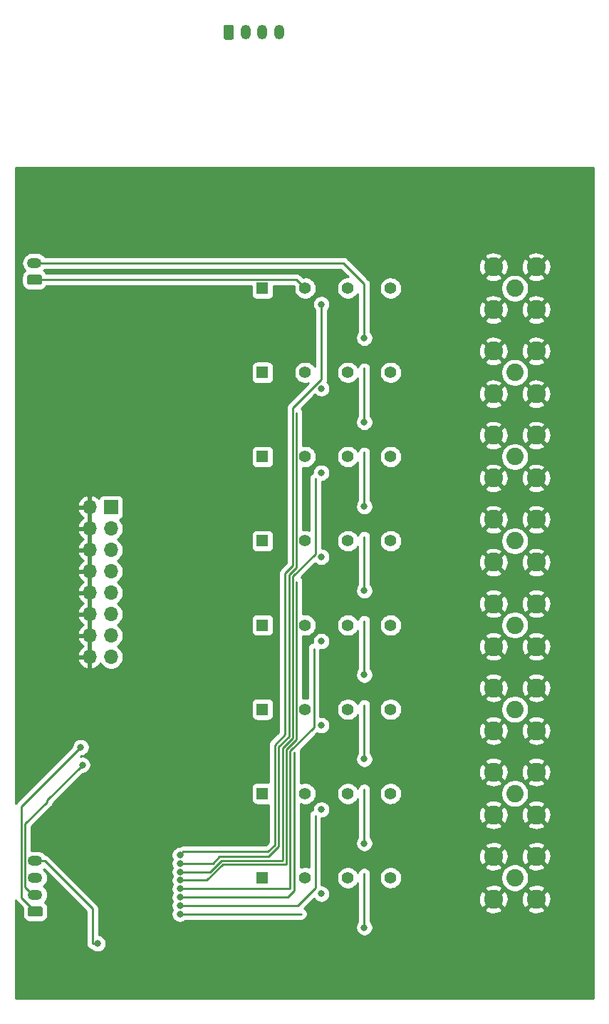
<source format=gbl>
G04 #@! TF.GenerationSoftware,KiCad,Pcbnew,(5.1.5-0)*
G04 #@! TF.CreationDate,2021-01-10T19:51:38-07:00*
G04 #@! TF.ProjectId,switch_board,73776974-6368-45f6-926f-6172642e6b69,rev?*
G04 #@! TF.SameCoordinates,Original*
G04 #@! TF.FileFunction,Copper,L2,Bot*
G04 #@! TF.FilePolarity,Positive*
%FSLAX46Y46*%
G04 Gerber Fmt 4.6, Leading zero omitted, Abs format (unit mm)*
G04 Created by KiCad (PCBNEW (5.1.5-0)) date 2021-01-10 19:51:38*
%MOMM*%
%LPD*%
G04 APERTURE LIST*
%ADD10R,1.400000X1.400000*%
%ADD11C,1.400000*%
%ADD12O,1.200000X1.750000*%
%ADD13C,0.100000*%
%ADD14C,2.250000*%
%ADD15C,2.050000*%
%ADD16O,1.750000X1.200000*%
%ADD17O,1.700000X1.700000*%
%ADD18R,1.700000X1.700000*%
%ADD19C,0.800000*%
%ADD20C,0.250000*%
%ADD21C,0.254000*%
G04 APERTURE END LIST*
D10*
X160000000Y-120000000D03*
D11*
X165080000Y-120000000D03*
X170160000Y-120000000D03*
X175240000Y-120000000D03*
D10*
X160000000Y-110000000D03*
D11*
X165080000Y-110000000D03*
X170160000Y-110000000D03*
X175240000Y-110000000D03*
D10*
X160000000Y-100000000D03*
D11*
X165080000Y-100000000D03*
X170160000Y-100000000D03*
X175240000Y-100000000D03*
D10*
X160000000Y-90000000D03*
D11*
X165080000Y-90000000D03*
X170160000Y-90000000D03*
X175240000Y-90000000D03*
D10*
X160000000Y-80000000D03*
D11*
X165080000Y-80000000D03*
X170160000Y-80000000D03*
X175240000Y-80000000D03*
D10*
X160000000Y-70000000D03*
D11*
X165080000Y-70000000D03*
X170160000Y-70000000D03*
X175240000Y-70000000D03*
D10*
X160000000Y-60000000D03*
D11*
X165080000Y-60000000D03*
X170160000Y-60000000D03*
X175240000Y-60000000D03*
D10*
X160000000Y-50000000D03*
D11*
X165080000Y-50000000D03*
X170160000Y-50000000D03*
X175240000Y-50000000D03*
D12*
X162000000Y-19610000D03*
X160000000Y-19610000D03*
X158000000Y-19610000D03*
G04 #@! TA.AperFunction,ComponentPad*
D13*
G36*
X156374505Y-18736204D02*
G01*
X156398773Y-18739804D01*
X156422572Y-18745765D01*
X156445671Y-18754030D01*
X156467850Y-18764520D01*
X156488893Y-18777132D01*
X156508599Y-18791747D01*
X156526777Y-18808223D01*
X156543253Y-18826401D01*
X156557868Y-18846107D01*
X156570480Y-18867150D01*
X156580970Y-18889329D01*
X156589235Y-18912428D01*
X156595196Y-18936227D01*
X156598796Y-18960495D01*
X156600000Y-18984999D01*
X156600000Y-20235001D01*
X156598796Y-20259505D01*
X156595196Y-20283773D01*
X156589235Y-20307572D01*
X156580970Y-20330671D01*
X156570480Y-20352850D01*
X156557868Y-20373893D01*
X156543253Y-20393599D01*
X156526777Y-20411777D01*
X156508599Y-20428253D01*
X156488893Y-20442868D01*
X156467850Y-20455480D01*
X156445671Y-20465970D01*
X156422572Y-20474235D01*
X156398773Y-20480196D01*
X156374505Y-20483796D01*
X156350001Y-20485000D01*
X155649999Y-20485000D01*
X155625495Y-20483796D01*
X155601227Y-20480196D01*
X155577428Y-20474235D01*
X155554329Y-20465970D01*
X155532150Y-20455480D01*
X155511107Y-20442868D01*
X155491401Y-20428253D01*
X155473223Y-20411777D01*
X155456747Y-20393599D01*
X155442132Y-20373893D01*
X155429520Y-20352850D01*
X155419030Y-20330671D01*
X155410765Y-20307572D01*
X155404804Y-20283773D01*
X155401204Y-20259505D01*
X155400000Y-20235001D01*
X155400000Y-18984999D01*
X155401204Y-18960495D01*
X155404804Y-18936227D01*
X155410765Y-18912428D01*
X155419030Y-18889329D01*
X155429520Y-18867150D01*
X155442132Y-18846107D01*
X155456747Y-18826401D01*
X155473223Y-18808223D01*
X155491401Y-18791747D01*
X155511107Y-18777132D01*
X155532150Y-18764520D01*
X155554329Y-18754030D01*
X155577428Y-18745765D01*
X155601227Y-18739804D01*
X155625495Y-18736204D01*
X155649999Y-18735000D01*
X156350001Y-18735000D01*
X156374505Y-18736204D01*
G37*
G04 #@! TD.AperFunction*
D14*
X187460000Y-122540000D03*
X187460000Y-117460000D03*
X192540000Y-117460000D03*
X192540000Y-122540000D03*
D15*
X190000000Y-120000000D03*
D14*
X187460000Y-112540000D03*
X187460000Y-107460000D03*
X192540000Y-107460000D03*
X192540000Y-112540000D03*
D15*
X190000000Y-110000000D03*
D14*
X187460000Y-102540000D03*
X187460000Y-97460000D03*
X192540000Y-97460000D03*
X192540000Y-102540000D03*
D15*
X190000000Y-100000000D03*
D14*
X187460000Y-92540000D03*
X187460000Y-87460000D03*
X192540000Y-87460000D03*
X192540000Y-92540000D03*
D15*
X190000000Y-90000000D03*
D14*
X187460000Y-82540000D03*
X187460000Y-77460000D03*
X192540000Y-77460000D03*
X192540000Y-82540000D03*
D15*
X190000000Y-80000000D03*
D14*
X187460000Y-72540000D03*
X187460000Y-67460000D03*
X192540000Y-67460000D03*
X192540000Y-72540000D03*
D15*
X190000000Y-70000000D03*
D14*
X187460000Y-62540000D03*
X187460000Y-57460000D03*
X192540000Y-57460000D03*
X192540000Y-62540000D03*
D15*
X190000000Y-60000000D03*
D14*
X187460000Y-52540000D03*
X187460000Y-47460000D03*
X192540000Y-47460000D03*
X192540000Y-52540000D03*
D15*
X190000000Y-50000000D03*
D16*
X133000000Y-118000000D03*
X133000000Y-120000000D03*
X133000000Y-122000000D03*
G04 #@! TA.AperFunction,ComponentPad*
D13*
G36*
X133649505Y-123401204D02*
G01*
X133673773Y-123404804D01*
X133697572Y-123410765D01*
X133720671Y-123419030D01*
X133742850Y-123429520D01*
X133763893Y-123442132D01*
X133783599Y-123456747D01*
X133801777Y-123473223D01*
X133818253Y-123491401D01*
X133832868Y-123511107D01*
X133845480Y-123532150D01*
X133855970Y-123554329D01*
X133864235Y-123577428D01*
X133870196Y-123601227D01*
X133873796Y-123625495D01*
X133875000Y-123649999D01*
X133875000Y-124350001D01*
X133873796Y-124374505D01*
X133870196Y-124398773D01*
X133864235Y-124422572D01*
X133855970Y-124445671D01*
X133845480Y-124467850D01*
X133832868Y-124488893D01*
X133818253Y-124508599D01*
X133801777Y-124526777D01*
X133783599Y-124543253D01*
X133763893Y-124557868D01*
X133742850Y-124570480D01*
X133720671Y-124580970D01*
X133697572Y-124589235D01*
X133673773Y-124595196D01*
X133649505Y-124598796D01*
X133625001Y-124600000D01*
X132374999Y-124600000D01*
X132350495Y-124598796D01*
X132326227Y-124595196D01*
X132302428Y-124589235D01*
X132279329Y-124580970D01*
X132257150Y-124570480D01*
X132236107Y-124557868D01*
X132216401Y-124543253D01*
X132198223Y-124526777D01*
X132181747Y-124508599D01*
X132167132Y-124488893D01*
X132154520Y-124467850D01*
X132144030Y-124445671D01*
X132135765Y-124422572D01*
X132129804Y-124398773D01*
X132126204Y-124374505D01*
X132125000Y-124350001D01*
X132125000Y-123649999D01*
X132126204Y-123625495D01*
X132129804Y-123601227D01*
X132135765Y-123577428D01*
X132144030Y-123554329D01*
X132154520Y-123532150D01*
X132167132Y-123511107D01*
X132181747Y-123491401D01*
X132198223Y-123473223D01*
X132216401Y-123456747D01*
X132236107Y-123442132D01*
X132257150Y-123429520D01*
X132279329Y-123419030D01*
X132302428Y-123410765D01*
X132326227Y-123404804D01*
X132350495Y-123401204D01*
X132374999Y-123400000D01*
X133625001Y-123400000D01*
X133649505Y-123401204D01*
G37*
G04 #@! TD.AperFunction*
D17*
X139460000Y-93780000D03*
X142000000Y-93780000D03*
X139460000Y-91240000D03*
X142000000Y-91240000D03*
X139460000Y-88700000D03*
X142000000Y-88700000D03*
X139460000Y-86160000D03*
X142000000Y-86160000D03*
X139460000Y-83620000D03*
X142000000Y-83620000D03*
X139460000Y-81080000D03*
X142000000Y-81080000D03*
X139460000Y-78540000D03*
X142000000Y-78540000D03*
X139460000Y-76000000D03*
D18*
X142000000Y-76000000D03*
D16*
X132900000Y-47000000D03*
G04 #@! TA.AperFunction,ComponentPad*
D13*
G36*
X133549505Y-48401204D02*
G01*
X133573773Y-48404804D01*
X133597572Y-48410765D01*
X133620671Y-48419030D01*
X133642850Y-48429520D01*
X133663893Y-48442132D01*
X133683599Y-48456747D01*
X133701777Y-48473223D01*
X133718253Y-48491401D01*
X133732868Y-48511107D01*
X133745480Y-48532150D01*
X133755970Y-48554329D01*
X133764235Y-48577428D01*
X133770196Y-48601227D01*
X133773796Y-48625495D01*
X133775000Y-48649999D01*
X133775000Y-49350001D01*
X133773796Y-49374505D01*
X133770196Y-49398773D01*
X133764235Y-49422572D01*
X133755970Y-49445671D01*
X133745480Y-49467850D01*
X133732868Y-49488893D01*
X133718253Y-49508599D01*
X133701777Y-49526777D01*
X133683599Y-49543253D01*
X133663893Y-49557868D01*
X133642850Y-49570480D01*
X133620671Y-49580970D01*
X133597572Y-49589235D01*
X133573773Y-49595196D01*
X133549505Y-49598796D01*
X133525001Y-49600000D01*
X132274999Y-49600000D01*
X132250495Y-49598796D01*
X132226227Y-49595196D01*
X132202428Y-49589235D01*
X132179329Y-49580970D01*
X132157150Y-49570480D01*
X132136107Y-49557868D01*
X132116401Y-49543253D01*
X132098223Y-49526777D01*
X132081747Y-49508599D01*
X132067132Y-49488893D01*
X132054520Y-49467850D01*
X132044030Y-49445671D01*
X132035765Y-49422572D01*
X132029804Y-49398773D01*
X132026204Y-49374505D01*
X132025000Y-49350001D01*
X132025000Y-48649999D01*
X132026204Y-48625495D01*
X132029804Y-48601227D01*
X132035765Y-48577428D01*
X132044030Y-48554329D01*
X132054520Y-48532150D01*
X132067132Y-48511107D01*
X132081747Y-48491401D01*
X132098223Y-48473223D01*
X132116401Y-48456747D01*
X132136107Y-48442132D01*
X132157150Y-48429520D01*
X132179329Y-48419030D01*
X132202428Y-48410765D01*
X132226227Y-48404804D01*
X132250495Y-48401204D01*
X132274999Y-48400000D01*
X133525001Y-48400000D01*
X133549505Y-48401204D01*
G37*
G04 #@! TD.AperFunction*
D19*
X172100000Y-55900000D03*
X140400000Y-127800000D03*
X172100000Y-65900000D03*
X172100000Y-75900000D03*
X172100000Y-85900000D03*
X172100000Y-95900000D03*
X172100000Y-105900000D03*
X172100000Y-115900000D03*
X172100000Y-125900000D03*
X138600000Y-106600000D03*
X138400000Y-104500000D03*
X167000000Y-51900000D03*
X150200000Y-117299979D03*
X150200000Y-118299982D03*
X167000000Y-61900000D03*
X150200000Y-119299985D03*
X167000000Y-71900000D03*
X150200000Y-120299988D03*
X167000000Y-81900000D03*
X150200000Y-121299991D03*
X167000000Y-91900000D03*
X150200000Y-122299994D03*
X167000000Y-101900000D03*
X150200000Y-123299997D03*
X167000000Y-111900000D03*
X150200000Y-124300000D03*
X167000000Y-121900000D03*
D20*
X140400000Y-127800000D02*
X139800000Y-127800000D01*
X134125000Y-118000000D02*
X133000000Y-118000000D01*
X139800000Y-123675000D02*
X134125000Y-118000000D01*
X139800000Y-127800000D02*
X139800000Y-123675000D01*
X172100000Y-59500000D02*
X172100000Y-65900000D01*
X172100000Y-69500000D02*
X172100000Y-75900000D01*
X172100000Y-79500000D02*
X172100000Y-85900000D01*
X172100000Y-89500000D02*
X172100000Y-95900000D01*
X172100000Y-99500000D02*
X172100000Y-105900000D01*
X172100000Y-109500000D02*
X172100000Y-115900000D01*
X172100000Y-119500000D02*
X172100000Y-125900000D01*
X172100000Y-49500000D02*
X172100000Y-55900000D01*
X169600000Y-47000000D02*
X172100000Y-49500000D01*
X132900000Y-47000000D02*
X169600000Y-47000000D01*
X164054999Y-48974999D02*
X165080000Y-50000000D01*
X164054999Y-48974999D02*
X139425001Y-48974999D01*
X139400000Y-49000000D02*
X132900000Y-49000000D01*
X139425001Y-48974999D02*
X139400000Y-49000000D01*
X131799990Y-121074990D02*
X131799990Y-113600010D01*
X132725000Y-122000000D02*
X131799990Y-121074990D01*
X133000000Y-122000000D02*
X132725000Y-122000000D01*
X131799990Y-113600010D02*
X134400000Y-111000000D01*
X134400000Y-110800000D02*
X138600000Y-106600000D01*
X134400000Y-111000000D02*
X134400000Y-110800000D01*
X132400000Y-123400000D02*
X133000000Y-124000000D01*
X131349981Y-122349981D02*
X132400000Y-123400000D01*
X131349981Y-111550019D02*
X131349981Y-122349981D01*
X138400000Y-104500000D02*
X131349981Y-111550019D01*
X163604989Y-64222009D02*
X167026998Y-60800000D01*
X163604989Y-82949189D02*
X163604989Y-64222009D01*
X161449991Y-104267959D02*
X162704969Y-103012981D01*
X167026998Y-60800000D02*
X167000000Y-60773002D01*
X161449990Y-116113543D02*
X161449991Y-104267959D01*
X160663553Y-116899980D02*
X161449990Y-116113543D01*
X162704970Y-83849208D02*
X163604989Y-82949189D01*
X150599999Y-116899980D02*
X160663553Y-116899980D01*
X167000000Y-60773002D02*
X167000000Y-51900000D01*
X162704969Y-103012981D02*
X162704970Y-83849208D01*
X150200000Y-117299979D02*
X150599999Y-116899980D01*
X164054999Y-83135589D02*
X163154979Y-84035609D01*
X164054999Y-64845001D02*
X164054999Y-83135589D01*
X163154979Y-103199381D02*
X161900000Y-104454360D01*
X163154979Y-84035609D02*
X163154979Y-103199381D01*
X161900000Y-116200000D02*
X161949971Y-116249972D01*
X161900000Y-104454360D02*
X161900000Y-116200000D01*
X160699963Y-117499980D02*
X154927199Y-117499981D01*
X161949971Y-116249972D02*
X160699963Y-117499980D01*
X154127198Y-118299982D02*
X150200000Y-118299982D01*
X154927199Y-117499981D02*
X154127198Y-118299982D01*
X153763605Y-119299985D02*
X155113600Y-117949990D01*
X150200000Y-119299985D02*
X153763605Y-119299985D01*
X162350010Y-117949990D02*
X162399980Y-117900020D01*
X155113600Y-117949990D02*
X162350010Y-117949990D01*
X162399980Y-117900020D02*
X162399981Y-104590789D01*
X162399981Y-104590789D02*
X163604989Y-103385781D01*
X163604989Y-84222009D02*
X166300000Y-81526998D01*
X163604989Y-103385781D02*
X163604989Y-84222009D01*
X166300000Y-81526998D02*
X166300000Y-72600000D01*
X164054999Y-84845001D02*
X164054999Y-103572181D01*
X164054999Y-103572181D02*
X162849990Y-104777190D01*
X162849990Y-104777190D02*
X162849990Y-118400000D01*
X162849990Y-118400000D02*
X155300000Y-118400000D01*
X153400012Y-120299988D02*
X150200000Y-120299988D01*
X155300000Y-118400000D02*
X153400012Y-120299988D01*
X166105001Y-102158589D02*
X163300000Y-104963590D01*
X166105001Y-92794999D02*
X166105001Y-102158589D01*
X163300000Y-104963590D02*
X163300000Y-121300000D01*
X163299991Y-121299991D02*
X150200000Y-121299991D01*
X163300000Y-121300000D02*
X163299991Y-121299991D01*
X150200000Y-122299994D02*
X163000006Y-122299994D01*
X163000006Y-122299994D02*
X163800000Y-121500000D01*
X163800000Y-121500000D02*
X163800000Y-105100000D01*
X166274999Y-112625001D02*
X166274999Y-121225001D01*
X166274999Y-121225001D02*
X164200000Y-123300000D01*
X164199997Y-123299997D02*
X150200000Y-123299997D01*
X164200000Y-123300000D02*
X164199997Y-123299997D01*
X150200000Y-124300000D02*
X164600000Y-124300000D01*
D21*
G36*
X199340001Y-134340000D02*
G01*
X130660000Y-134340000D01*
X130660000Y-122671347D01*
X130715007Y-122774257D01*
X130786182Y-122860983D01*
X130809981Y-122889982D01*
X130838979Y-122913780D01*
X131494842Y-123569644D01*
X131486928Y-123649999D01*
X131486928Y-124350001D01*
X131503992Y-124523255D01*
X131554528Y-124689851D01*
X131636595Y-124843387D01*
X131747038Y-124977962D01*
X131881613Y-125088405D01*
X132035149Y-125170472D01*
X132201745Y-125221008D01*
X132374999Y-125238072D01*
X133625001Y-125238072D01*
X133798255Y-125221008D01*
X133964851Y-125170472D01*
X134118387Y-125088405D01*
X134252962Y-124977962D01*
X134363405Y-124843387D01*
X134445472Y-124689851D01*
X134496008Y-124523255D01*
X134513072Y-124350001D01*
X134513072Y-123649999D01*
X134496008Y-123476745D01*
X134445472Y-123310149D01*
X134363405Y-123156613D01*
X134252962Y-123022038D01*
X134118387Y-122911595D01*
X134113889Y-122909191D01*
X134152502Y-122877502D01*
X134306833Y-122689449D01*
X134421511Y-122474901D01*
X134492130Y-122242102D01*
X134515975Y-122000000D01*
X134492130Y-121757898D01*
X134421511Y-121525099D01*
X134306833Y-121310551D01*
X134152502Y-121122498D01*
X134003238Y-121000000D01*
X134152502Y-120877502D01*
X134306833Y-120689449D01*
X134421511Y-120474901D01*
X134492130Y-120242102D01*
X134515975Y-120000000D01*
X134492130Y-119757898D01*
X134421511Y-119525099D01*
X134306833Y-119310551D01*
X134152502Y-119122498D01*
X134003238Y-119000000D01*
X134029031Y-118978832D01*
X139040001Y-123989803D01*
X139040000Y-127762667D01*
X139036323Y-127800000D01*
X139050997Y-127948986D01*
X139094454Y-128092247D01*
X139165026Y-128224276D01*
X139259999Y-128340001D01*
X139375724Y-128434974D01*
X139507753Y-128505546D01*
X139651014Y-128549003D01*
X139689037Y-128552748D01*
X139740226Y-128603937D01*
X139909744Y-128717205D01*
X140098102Y-128795226D01*
X140298061Y-128835000D01*
X140501939Y-128835000D01*
X140701898Y-128795226D01*
X140890256Y-128717205D01*
X141059774Y-128603937D01*
X141203937Y-128459774D01*
X141317205Y-128290256D01*
X141395226Y-128101898D01*
X141435000Y-127901939D01*
X141435000Y-127698061D01*
X141395226Y-127498102D01*
X141317205Y-127309744D01*
X141203937Y-127140226D01*
X141059774Y-126996063D01*
X140890256Y-126882795D01*
X140701898Y-126804774D01*
X140560000Y-126776549D01*
X140560000Y-123712323D01*
X140563676Y-123675000D01*
X140560000Y-123637677D01*
X140560000Y-123637667D01*
X140549003Y-123526014D01*
X140505546Y-123382753D01*
X140461313Y-123300000D01*
X140434974Y-123250723D01*
X140363799Y-123163997D01*
X140340001Y-123134999D01*
X140311003Y-123111201D01*
X134688804Y-117489003D01*
X134665001Y-117459999D01*
X134549276Y-117365026D01*
X134417247Y-117294454D01*
X134273986Y-117250997D01*
X134256549Y-117249280D01*
X134214498Y-117198040D01*
X149165000Y-117198040D01*
X149165000Y-117401918D01*
X149204774Y-117601877D01*
X149282795Y-117790235D01*
X149289307Y-117799981D01*
X149282795Y-117809726D01*
X149204774Y-117998084D01*
X149165000Y-118198043D01*
X149165000Y-118401921D01*
X149204774Y-118601880D01*
X149282795Y-118790238D01*
X149289307Y-118799984D01*
X149282795Y-118809729D01*
X149204774Y-118998087D01*
X149165000Y-119198046D01*
X149165000Y-119401924D01*
X149204774Y-119601883D01*
X149282795Y-119790241D01*
X149289307Y-119799986D01*
X149282795Y-119809732D01*
X149204774Y-119998090D01*
X149165000Y-120198049D01*
X149165000Y-120401927D01*
X149204774Y-120601886D01*
X149282795Y-120790244D01*
X149289307Y-120799990D01*
X149282795Y-120809735D01*
X149204774Y-120998093D01*
X149165000Y-121198052D01*
X149165000Y-121401930D01*
X149204774Y-121601889D01*
X149282795Y-121790247D01*
X149289307Y-121799993D01*
X149282795Y-121809738D01*
X149204774Y-121998096D01*
X149165000Y-122198055D01*
X149165000Y-122401933D01*
X149204774Y-122601892D01*
X149282795Y-122790250D01*
X149289307Y-122799996D01*
X149282795Y-122809741D01*
X149204774Y-122998099D01*
X149165000Y-123198058D01*
X149165000Y-123401936D01*
X149204774Y-123601895D01*
X149282795Y-123790253D01*
X149289307Y-123799999D01*
X149282795Y-123809744D01*
X149204774Y-123998102D01*
X149165000Y-124198061D01*
X149165000Y-124401939D01*
X149204774Y-124601898D01*
X149282795Y-124790256D01*
X149396063Y-124959774D01*
X149540226Y-125103937D01*
X149709744Y-125217205D01*
X149898102Y-125295226D01*
X150098061Y-125335000D01*
X150301939Y-125335000D01*
X150501898Y-125295226D01*
X150690256Y-125217205D01*
X150859774Y-125103937D01*
X150903711Y-125060000D01*
X164637333Y-125060000D01*
X164748986Y-125049003D01*
X164892247Y-125005546D01*
X165024276Y-124934974D01*
X165140001Y-124840001D01*
X165234974Y-124724276D01*
X165305546Y-124592247D01*
X165349003Y-124448986D01*
X165363677Y-124300000D01*
X165349003Y-124151014D01*
X165305546Y-124007753D01*
X165234974Y-123875724D01*
X165140001Y-123759999D01*
X165024276Y-123665026D01*
X164949659Y-123625142D01*
X166123551Y-122451251D01*
X166196063Y-122559774D01*
X166340226Y-122703937D01*
X166509744Y-122817205D01*
X166698102Y-122895226D01*
X166898061Y-122935000D01*
X167101939Y-122935000D01*
X167301898Y-122895226D01*
X167490256Y-122817205D01*
X167659774Y-122703937D01*
X167803937Y-122559774D01*
X167917205Y-122390256D01*
X167995226Y-122201898D01*
X168035000Y-122001939D01*
X168035000Y-121798061D01*
X167995226Y-121598102D01*
X167917205Y-121409744D01*
X167803937Y-121240226D01*
X167659774Y-121096063D01*
X167490256Y-120982795D01*
X167301898Y-120904774D01*
X167101939Y-120865000D01*
X167034999Y-120865000D01*
X167034999Y-119868514D01*
X168825000Y-119868514D01*
X168825000Y-120131486D01*
X168876304Y-120389405D01*
X168976939Y-120632359D01*
X169123038Y-120851013D01*
X169308987Y-121036962D01*
X169527641Y-121183061D01*
X169770595Y-121283696D01*
X170028514Y-121335000D01*
X170291486Y-121335000D01*
X170549405Y-121283696D01*
X170792359Y-121183061D01*
X171011013Y-121036962D01*
X171196962Y-120851013D01*
X171340000Y-120636940D01*
X171340001Y-125196288D01*
X171296063Y-125240226D01*
X171182795Y-125409744D01*
X171104774Y-125598102D01*
X171065000Y-125798061D01*
X171065000Y-126001939D01*
X171104774Y-126201898D01*
X171182795Y-126390256D01*
X171296063Y-126559774D01*
X171440226Y-126703937D01*
X171609744Y-126817205D01*
X171798102Y-126895226D01*
X171998061Y-126935000D01*
X172201939Y-126935000D01*
X172401898Y-126895226D01*
X172590256Y-126817205D01*
X172759774Y-126703937D01*
X172903937Y-126559774D01*
X173017205Y-126390256D01*
X173095226Y-126201898D01*
X173135000Y-126001939D01*
X173135000Y-125798061D01*
X173095226Y-125598102D01*
X173017205Y-125409744D01*
X172903937Y-125240226D01*
X172860000Y-125196289D01*
X172860000Y-123764531D01*
X186415074Y-123764531D01*
X186525921Y-124041714D01*
X186836840Y-124195089D01*
X187171705Y-124284860D01*
X187517650Y-124307576D01*
X187861380Y-124262366D01*
X188189685Y-124150966D01*
X188394079Y-124041714D01*
X188504926Y-123764531D01*
X191495074Y-123764531D01*
X191605921Y-124041714D01*
X191916840Y-124195089D01*
X192251705Y-124284860D01*
X192597650Y-124307576D01*
X192941380Y-124262366D01*
X193269685Y-124150966D01*
X193474079Y-124041714D01*
X193584926Y-123764531D01*
X192540000Y-122719605D01*
X191495074Y-123764531D01*
X188504926Y-123764531D01*
X187460000Y-122719605D01*
X186415074Y-123764531D01*
X172860000Y-123764531D01*
X172860000Y-122597650D01*
X185692424Y-122597650D01*
X185737634Y-122941380D01*
X185849034Y-123269685D01*
X185958286Y-123474079D01*
X186235469Y-123584926D01*
X187280395Y-122540000D01*
X187639605Y-122540000D01*
X188684531Y-123584926D01*
X188961714Y-123474079D01*
X189115089Y-123163160D01*
X189204860Y-122828295D01*
X189220004Y-122597650D01*
X190772424Y-122597650D01*
X190817634Y-122941380D01*
X190929034Y-123269685D01*
X191038286Y-123474079D01*
X191315469Y-123584926D01*
X192360395Y-122540000D01*
X192719605Y-122540000D01*
X193764531Y-123584926D01*
X194041714Y-123474079D01*
X194195089Y-123163160D01*
X194284860Y-122828295D01*
X194307576Y-122482350D01*
X194262366Y-122138620D01*
X194150966Y-121810315D01*
X194041714Y-121605921D01*
X193764531Y-121495074D01*
X192719605Y-122540000D01*
X192360395Y-122540000D01*
X191315469Y-121495074D01*
X191038286Y-121605921D01*
X190884911Y-121916840D01*
X190795140Y-122251705D01*
X190772424Y-122597650D01*
X189220004Y-122597650D01*
X189227576Y-122482350D01*
X189182366Y-122138620D01*
X189070966Y-121810315D01*
X188961714Y-121605921D01*
X188684531Y-121495074D01*
X187639605Y-122540000D01*
X187280395Y-122540000D01*
X186235469Y-121495074D01*
X185958286Y-121605921D01*
X185804911Y-121916840D01*
X185715140Y-122251705D01*
X185692424Y-122597650D01*
X172860000Y-122597650D01*
X172860000Y-119868514D01*
X173905000Y-119868514D01*
X173905000Y-120131486D01*
X173956304Y-120389405D01*
X174056939Y-120632359D01*
X174203038Y-120851013D01*
X174388987Y-121036962D01*
X174607641Y-121183061D01*
X174850595Y-121283696D01*
X175108514Y-121335000D01*
X175371486Y-121335000D01*
X175469673Y-121315469D01*
X186415074Y-121315469D01*
X187460000Y-122360395D01*
X188504926Y-121315469D01*
X188394079Y-121038286D01*
X188083160Y-120884911D01*
X187748295Y-120795140D01*
X187402350Y-120772424D01*
X187058620Y-120817634D01*
X186730315Y-120929034D01*
X186525921Y-121038286D01*
X186415074Y-121315469D01*
X175469673Y-121315469D01*
X175629405Y-121283696D01*
X175872359Y-121183061D01*
X176091013Y-121036962D01*
X176276962Y-120851013D01*
X176423061Y-120632359D01*
X176523696Y-120389405D01*
X176575000Y-120131486D01*
X176575000Y-119868514D01*
X176568633Y-119836504D01*
X188340000Y-119836504D01*
X188340000Y-120163496D01*
X188403793Y-120484204D01*
X188528927Y-120786305D01*
X188710594Y-121058188D01*
X188941812Y-121289406D01*
X189213695Y-121471073D01*
X189515796Y-121596207D01*
X189836504Y-121660000D01*
X190163496Y-121660000D01*
X190484204Y-121596207D01*
X190786305Y-121471073D01*
X191019182Y-121315469D01*
X191495074Y-121315469D01*
X192540000Y-122360395D01*
X193584926Y-121315469D01*
X193474079Y-121038286D01*
X193163160Y-120884911D01*
X192828295Y-120795140D01*
X192482350Y-120772424D01*
X192138620Y-120817634D01*
X191810315Y-120929034D01*
X191605921Y-121038286D01*
X191495074Y-121315469D01*
X191019182Y-121315469D01*
X191058188Y-121289406D01*
X191289406Y-121058188D01*
X191471073Y-120786305D01*
X191596207Y-120484204D01*
X191660000Y-120163496D01*
X191660000Y-119836504D01*
X191596207Y-119515796D01*
X191471073Y-119213695D01*
X191289406Y-118941812D01*
X191058188Y-118710594D01*
X191019183Y-118684531D01*
X191495074Y-118684531D01*
X191605921Y-118961714D01*
X191916840Y-119115089D01*
X192251705Y-119204860D01*
X192597650Y-119227576D01*
X192941380Y-119182366D01*
X193269685Y-119070966D01*
X193474079Y-118961714D01*
X193584926Y-118684531D01*
X192540000Y-117639605D01*
X191495074Y-118684531D01*
X191019183Y-118684531D01*
X190786305Y-118528927D01*
X190484204Y-118403793D01*
X190163496Y-118340000D01*
X189836504Y-118340000D01*
X189515796Y-118403793D01*
X189213695Y-118528927D01*
X188941812Y-118710594D01*
X188710594Y-118941812D01*
X188528927Y-119213695D01*
X188403793Y-119515796D01*
X188340000Y-119836504D01*
X176568633Y-119836504D01*
X176523696Y-119610595D01*
X176423061Y-119367641D01*
X176276962Y-119148987D01*
X176091013Y-118963038D01*
X175872359Y-118816939D01*
X175629405Y-118716304D01*
X175469674Y-118684531D01*
X186415074Y-118684531D01*
X186525921Y-118961714D01*
X186836840Y-119115089D01*
X187171705Y-119204860D01*
X187517650Y-119227576D01*
X187861380Y-119182366D01*
X188189685Y-119070966D01*
X188394079Y-118961714D01*
X188504926Y-118684531D01*
X187460000Y-117639605D01*
X186415074Y-118684531D01*
X175469674Y-118684531D01*
X175371486Y-118665000D01*
X175108514Y-118665000D01*
X174850595Y-118716304D01*
X174607641Y-118816939D01*
X174388987Y-118963038D01*
X174203038Y-119148987D01*
X174056939Y-119367641D01*
X173956304Y-119610595D01*
X173905000Y-119868514D01*
X172860000Y-119868514D01*
X172860000Y-119462667D01*
X172849003Y-119351014D01*
X172805546Y-119207753D01*
X172734974Y-119075724D01*
X172640001Y-118959999D01*
X172524275Y-118865026D01*
X172392246Y-118794454D01*
X172248985Y-118750997D01*
X172100000Y-118736323D01*
X171951014Y-118750997D01*
X171807753Y-118794454D01*
X171675724Y-118865026D01*
X171559999Y-118959999D01*
X171465026Y-119075725D01*
X171394454Y-119207754D01*
X171350997Y-119351015D01*
X171348150Y-119379926D01*
X171343061Y-119367641D01*
X171196962Y-119148987D01*
X171011013Y-118963038D01*
X170792359Y-118816939D01*
X170549405Y-118716304D01*
X170291486Y-118665000D01*
X170028514Y-118665000D01*
X169770595Y-118716304D01*
X169527641Y-118816939D01*
X169308987Y-118963038D01*
X169123038Y-119148987D01*
X168976939Y-119367641D01*
X168876304Y-119610595D01*
X168825000Y-119868514D01*
X167034999Y-119868514D01*
X167034999Y-117517650D01*
X185692424Y-117517650D01*
X185737634Y-117861380D01*
X185849034Y-118189685D01*
X185958286Y-118394079D01*
X186235469Y-118504926D01*
X187280395Y-117460000D01*
X187639605Y-117460000D01*
X188684531Y-118504926D01*
X188961714Y-118394079D01*
X189115089Y-118083160D01*
X189204860Y-117748295D01*
X189220004Y-117517650D01*
X190772424Y-117517650D01*
X190817634Y-117861380D01*
X190929034Y-118189685D01*
X191038286Y-118394079D01*
X191315469Y-118504926D01*
X192360395Y-117460000D01*
X192719605Y-117460000D01*
X193764531Y-118504926D01*
X194041714Y-118394079D01*
X194195089Y-118083160D01*
X194284860Y-117748295D01*
X194307576Y-117402350D01*
X194262366Y-117058620D01*
X194150966Y-116730315D01*
X194041714Y-116525921D01*
X193764531Y-116415074D01*
X192719605Y-117460000D01*
X192360395Y-117460000D01*
X191315469Y-116415074D01*
X191038286Y-116525921D01*
X190884911Y-116836840D01*
X190795140Y-117171705D01*
X190772424Y-117517650D01*
X189220004Y-117517650D01*
X189227576Y-117402350D01*
X189182366Y-117058620D01*
X189070966Y-116730315D01*
X188961714Y-116525921D01*
X188684531Y-116415074D01*
X187639605Y-117460000D01*
X187280395Y-117460000D01*
X186235469Y-116415074D01*
X185958286Y-116525921D01*
X185804911Y-116836840D01*
X185715140Y-117171705D01*
X185692424Y-117517650D01*
X167034999Y-117517650D01*
X167034999Y-112935000D01*
X167101939Y-112935000D01*
X167301898Y-112895226D01*
X167490256Y-112817205D01*
X167659774Y-112703937D01*
X167803937Y-112559774D01*
X167917205Y-112390256D01*
X167995226Y-112201898D01*
X168035000Y-112001939D01*
X168035000Y-111798061D01*
X167995226Y-111598102D01*
X167917205Y-111409744D01*
X167803937Y-111240226D01*
X167659774Y-111096063D01*
X167490256Y-110982795D01*
X167301898Y-110904774D01*
X167101939Y-110865000D01*
X166898061Y-110865000D01*
X166698102Y-110904774D01*
X166509744Y-110982795D01*
X166340226Y-111096063D01*
X166196063Y-111240226D01*
X166082795Y-111409744D01*
X166004774Y-111598102D01*
X165965000Y-111798061D01*
X165965000Y-111928944D01*
X165850723Y-111990027D01*
X165734998Y-112085000D01*
X165640025Y-112200726D01*
X165569453Y-112332755D01*
X165525996Y-112476016D01*
X165514999Y-112587669D01*
X165515000Y-118735190D01*
X165469405Y-118716304D01*
X165211486Y-118665000D01*
X164948514Y-118665000D01*
X164690595Y-118716304D01*
X164560000Y-118770398D01*
X164560000Y-111229602D01*
X164690595Y-111283696D01*
X164948514Y-111335000D01*
X165211486Y-111335000D01*
X165469405Y-111283696D01*
X165712359Y-111183061D01*
X165931013Y-111036962D01*
X166116962Y-110851013D01*
X166263061Y-110632359D01*
X166363696Y-110389405D01*
X166415000Y-110131486D01*
X166415000Y-109868514D01*
X168825000Y-109868514D01*
X168825000Y-110131486D01*
X168876304Y-110389405D01*
X168976939Y-110632359D01*
X169123038Y-110851013D01*
X169308987Y-111036962D01*
X169527641Y-111183061D01*
X169770595Y-111283696D01*
X170028514Y-111335000D01*
X170291486Y-111335000D01*
X170549405Y-111283696D01*
X170792359Y-111183061D01*
X171011013Y-111036962D01*
X171196962Y-110851013D01*
X171340000Y-110636940D01*
X171340001Y-115196288D01*
X171296063Y-115240226D01*
X171182795Y-115409744D01*
X171104774Y-115598102D01*
X171065000Y-115798061D01*
X171065000Y-116001939D01*
X171104774Y-116201898D01*
X171182795Y-116390256D01*
X171296063Y-116559774D01*
X171440226Y-116703937D01*
X171609744Y-116817205D01*
X171798102Y-116895226D01*
X171998061Y-116935000D01*
X172201939Y-116935000D01*
X172401898Y-116895226D01*
X172590256Y-116817205D01*
X172759774Y-116703937D01*
X172903937Y-116559774D01*
X173017205Y-116390256D01*
X173081320Y-116235469D01*
X186415074Y-116235469D01*
X187460000Y-117280395D01*
X188504926Y-116235469D01*
X191495074Y-116235469D01*
X192540000Y-117280395D01*
X193584926Y-116235469D01*
X193474079Y-115958286D01*
X193163160Y-115804911D01*
X192828295Y-115715140D01*
X192482350Y-115692424D01*
X192138620Y-115737634D01*
X191810315Y-115849034D01*
X191605921Y-115958286D01*
X191495074Y-116235469D01*
X188504926Y-116235469D01*
X188394079Y-115958286D01*
X188083160Y-115804911D01*
X187748295Y-115715140D01*
X187402350Y-115692424D01*
X187058620Y-115737634D01*
X186730315Y-115849034D01*
X186525921Y-115958286D01*
X186415074Y-116235469D01*
X173081320Y-116235469D01*
X173095226Y-116201898D01*
X173135000Y-116001939D01*
X173135000Y-115798061D01*
X173095226Y-115598102D01*
X173017205Y-115409744D01*
X172903937Y-115240226D01*
X172860000Y-115196289D01*
X172860000Y-113764531D01*
X186415074Y-113764531D01*
X186525921Y-114041714D01*
X186836840Y-114195089D01*
X187171705Y-114284860D01*
X187517650Y-114307576D01*
X187861380Y-114262366D01*
X188189685Y-114150966D01*
X188394079Y-114041714D01*
X188504926Y-113764531D01*
X191495074Y-113764531D01*
X191605921Y-114041714D01*
X191916840Y-114195089D01*
X192251705Y-114284860D01*
X192597650Y-114307576D01*
X192941380Y-114262366D01*
X193269685Y-114150966D01*
X193474079Y-114041714D01*
X193584926Y-113764531D01*
X192540000Y-112719605D01*
X191495074Y-113764531D01*
X188504926Y-113764531D01*
X187460000Y-112719605D01*
X186415074Y-113764531D01*
X172860000Y-113764531D01*
X172860000Y-112597650D01*
X185692424Y-112597650D01*
X185737634Y-112941380D01*
X185849034Y-113269685D01*
X185958286Y-113474079D01*
X186235469Y-113584926D01*
X187280395Y-112540000D01*
X187639605Y-112540000D01*
X188684531Y-113584926D01*
X188961714Y-113474079D01*
X189115089Y-113163160D01*
X189204860Y-112828295D01*
X189220004Y-112597650D01*
X190772424Y-112597650D01*
X190817634Y-112941380D01*
X190929034Y-113269685D01*
X191038286Y-113474079D01*
X191315469Y-113584926D01*
X192360395Y-112540000D01*
X192719605Y-112540000D01*
X193764531Y-113584926D01*
X194041714Y-113474079D01*
X194195089Y-113163160D01*
X194284860Y-112828295D01*
X194307576Y-112482350D01*
X194262366Y-112138620D01*
X194150966Y-111810315D01*
X194041714Y-111605921D01*
X193764531Y-111495074D01*
X192719605Y-112540000D01*
X192360395Y-112540000D01*
X191315469Y-111495074D01*
X191038286Y-111605921D01*
X190884911Y-111916840D01*
X190795140Y-112251705D01*
X190772424Y-112597650D01*
X189220004Y-112597650D01*
X189227576Y-112482350D01*
X189182366Y-112138620D01*
X189070966Y-111810315D01*
X188961714Y-111605921D01*
X188684531Y-111495074D01*
X187639605Y-112540000D01*
X187280395Y-112540000D01*
X186235469Y-111495074D01*
X185958286Y-111605921D01*
X185804911Y-111916840D01*
X185715140Y-112251705D01*
X185692424Y-112597650D01*
X172860000Y-112597650D01*
X172860000Y-109868514D01*
X173905000Y-109868514D01*
X173905000Y-110131486D01*
X173956304Y-110389405D01*
X174056939Y-110632359D01*
X174203038Y-110851013D01*
X174388987Y-111036962D01*
X174607641Y-111183061D01*
X174850595Y-111283696D01*
X175108514Y-111335000D01*
X175371486Y-111335000D01*
X175469673Y-111315469D01*
X186415074Y-111315469D01*
X187460000Y-112360395D01*
X188504926Y-111315469D01*
X188394079Y-111038286D01*
X188083160Y-110884911D01*
X187748295Y-110795140D01*
X187402350Y-110772424D01*
X187058620Y-110817634D01*
X186730315Y-110929034D01*
X186525921Y-111038286D01*
X186415074Y-111315469D01*
X175469673Y-111315469D01*
X175629405Y-111283696D01*
X175872359Y-111183061D01*
X176091013Y-111036962D01*
X176276962Y-110851013D01*
X176423061Y-110632359D01*
X176523696Y-110389405D01*
X176575000Y-110131486D01*
X176575000Y-109868514D01*
X176568633Y-109836504D01*
X188340000Y-109836504D01*
X188340000Y-110163496D01*
X188403793Y-110484204D01*
X188528927Y-110786305D01*
X188710594Y-111058188D01*
X188941812Y-111289406D01*
X189213695Y-111471073D01*
X189515796Y-111596207D01*
X189836504Y-111660000D01*
X190163496Y-111660000D01*
X190484204Y-111596207D01*
X190786305Y-111471073D01*
X191019182Y-111315469D01*
X191495074Y-111315469D01*
X192540000Y-112360395D01*
X193584926Y-111315469D01*
X193474079Y-111038286D01*
X193163160Y-110884911D01*
X192828295Y-110795140D01*
X192482350Y-110772424D01*
X192138620Y-110817634D01*
X191810315Y-110929034D01*
X191605921Y-111038286D01*
X191495074Y-111315469D01*
X191019182Y-111315469D01*
X191058188Y-111289406D01*
X191289406Y-111058188D01*
X191471073Y-110786305D01*
X191596207Y-110484204D01*
X191660000Y-110163496D01*
X191660000Y-109836504D01*
X191596207Y-109515796D01*
X191471073Y-109213695D01*
X191289406Y-108941812D01*
X191058188Y-108710594D01*
X191019183Y-108684531D01*
X191495074Y-108684531D01*
X191605921Y-108961714D01*
X191916840Y-109115089D01*
X192251705Y-109204860D01*
X192597650Y-109227576D01*
X192941380Y-109182366D01*
X193269685Y-109070966D01*
X193474079Y-108961714D01*
X193584926Y-108684531D01*
X192540000Y-107639605D01*
X191495074Y-108684531D01*
X191019183Y-108684531D01*
X190786305Y-108528927D01*
X190484204Y-108403793D01*
X190163496Y-108340000D01*
X189836504Y-108340000D01*
X189515796Y-108403793D01*
X189213695Y-108528927D01*
X188941812Y-108710594D01*
X188710594Y-108941812D01*
X188528927Y-109213695D01*
X188403793Y-109515796D01*
X188340000Y-109836504D01*
X176568633Y-109836504D01*
X176523696Y-109610595D01*
X176423061Y-109367641D01*
X176276962Y-109148987D01*
X176091013Y-108963038D01*
X175872359Y-108816939D01*
X175629405Y-108716304D01*
X175469674Y-108684531D01*
X186415074Y-108684531D01*
X186525921Y-108961714D01*
X186836840Y-109115089D01*
X187171705Y-109204860D01*
X187517650Y-109227576D01*
X187861380Y-109182366D01*
X188189685Y-109070966D01*
X188394079Y-108961714D01*
X188504926Y-108684531D01*
X187460000Y-107639605D01*
X186415074Y-108684531D01*
X175469674Y-108684531D01*
X175371486Y-108665000D01*
X175108514Y-108665000D01*
X174850595Y-108716304D01*
X174607641Y-108816939D01*
X174388987Y-108963038D01*
X174203038Y-109148987D01*
X174056939Y-109367641D01*
X173956304Y-109610595D01*
X173905000Y-109868514D01*
X172860000Y-109868514D01*
X172860000Y-109462667D01*
X172849003Y-109351014D01*
X172805546Y-109207753D01*
X172734974Y-109075724D01*
X172640001Y-108959999D01*
X172524275Y-108865026D01*
X172392246Y-108794454D01*
X172248985Y-108750997D01*
X172100000Y-108736323D01*
X171951014Y-108750997D01*
X171807753Y-108794454D01*
X171675724Y-108865026D01*
X171559999Y-108959999D01*
X171465026Y-109075725D01*
X171394454Y-109207754D01*
X171350997Y-109351015D01*
X171348150Y-109379926D01*
X171343061Y-109367641D01*
X171196962Y-109148987D01*
X171011013Y-108963038D01*
X170792359Y-108816939D01*
X170549405Y-108716304D01*
X170291486Y-108665000D01*
X170028514Y-108665000D01*
X169770595Y-108716304D01*
X169527641Y-108816939D01*
X169308987Y-108963038D01*
X169123038Y-109148987D01*
X168976939Y-109367641D01*
X168876304Y-109610595D01*
X168825000Y-109868514D01*
X166415000Y-109868514D01*
X166363696Y-109610595D01*
X166263061Y-109367641D01*
X166116962Y-109148987D01*
X165931013Y-108963038D01*
X165712359Y-108816939D01*
X165469405Y-108716304D01*
X165211486Y-108665000D01*
X164948514Y-108665000D01*
X164690595Y-108716304D01*
X164560000Y-108770398D01*
X164560000Y-107517650D01*
X185692424Y-107517650D01*
X185737634Y-107861380D01*
X185849034Y-108189685D01*
X185958286Y-108394079D01*
X186235469Y-108504926D01*
X187280395Y-107460000D01*
X187639605Y-107460000D01*
X188684531Y-108504926D01*
X188961714Y-108394079D01*
X189115089Y-108083160D01*
X189204860Y-107748295D01*
X189220004Y-107517650D01*
X190772424Y-107517650D01*
X190817634Y-107861380D01*
X190929034Y-108189685D01*
X191038286Y-108394079D01*
X191315469Y-108504926D01*
X192360395Y-107460000D01*
X192719605Y-107460000D01*
X193764531Y-108504926D01*
X194041714Y-108394079D01*
X194195089Y-108083160D01*
X194284860Y-107748295D01*
X194307576Y-107402350D01*
X194262366Y-107058620D01*
X194150966Y-106730315D01*
X194041714Y-106525921D01*
X193764531Y-106415074D01*
X192719605Y-107460000D01*
X192360395Y-107460000D01*
X191315469Y-106415074D01*
X191038286Y-106525921D01*
X190884911Y-106836840D01*
X190795140Y-107171705D01*
X190772424Y-107517650D01*
X189220004Y-107517650D01*
X189227576Y-107402350D01*
X189182366Y-107058620D01*
X189070966Y-106730315D01*
X188961714Y-106525921D01*
X188684531Y-106415074D01*
X187639605Y-107460000D01*
X187280395Y-107460000D01*
X186235469Y-106415074D01*
X185958286Y-106525921D01*
X185804911Y-106836840D01*
X185715140Y-107171705D01*
X185692424Y-107517650D01*
X164560000Y-107517650D01*
X164560000Y-105062667D01*
X164549003Y-104951014D01*
X164511386Y-104827005D01*
X166517836Y-102820557D01*
X166698102Y-102895226D01*
X166898061Y-102935000D01*
X167101939Y-102935000D01*
X167301898Y-102895226D01*
X167490256Y-102817205D01*
X167659774Y-102703937D01*
X167803937Y-102559774D01*
X167917205Y-102390256D01*
X167995226Y-102201898D01*
X168035000Y-102001939D01*
X168035000Y-101798061D01*
X167995226Y-101598102D01*
X167917205Y-101409744D01*
X167803937Y-101240226D01*
X167659774Y-101096063D01*
X167490256Y-100982795D01*
X167301898Y-100904774D01*
X167101939Y-100865000D01*
X166898061Y-100865000D01*
X166865001Y-100871576D01*
X166865001Y-99868514D01*
X168825000Y-99868514D01*
X168825000Y-100131486D01*
X168876304Y-100389405D01*
X168976939Y-100632359D01*
X169123038Y-100851013D01*
X169308987Y-101036962D01*
X169527641Y-101183061D01*
X169770595Y-101283696D01*
X170028514Y-101335000D01*
X170291486Y-101335000D01*
X170549405Y-101283696D01*
X170792359Y-101183061D01*
X171011013Y-101036962D01*
X171196962Y-100851013D01*
X171340000Y-100636940D01*
X171340001Y-105196288D01*
X171296063Y-105240226D01*
X171182795Y-105409744D01*
X171104774Y-105598102D01*
X171065000Y-105798061D01*
X171065000Y-106001939D01*
X171104774Y-106201898D01*
X171182795Y-106390256D01*
X171296063Y-106559774D01*
X171440226Y-106703937D01*
X171609744Y-106817205D01*
X171798102Y-106895226D01*
X171998061Y-106935000D01*
X172201939Y-106935000D01*
X172401898Y-106895226D01*
X172590256Y-106817205D01*
X172759774Y-106703937D01*
X172903937Y-106559774D01*
X173017205Y-106390256D01*
X173081320Y-106235469D01*
X186415074Y-106235469D01*
X187460000Y-107280395D01*
X188504926Y-106235469D01*
X191495074Y-106235469D01*
X192540000Y-107280395D01*
X193584926Y-106235469D01*
X193474079Y-105958286D01*
X193163160Y-105804911D01*
X192828295Y-105715140D01*
X192482350Y-105692424D01*
X192138620Y-105737634D01*
X191810315Y-105849034D01*
X191605921Y-105958286D01*
X191495074Y-106235469D01*
X188504926Y-106235469D01*
X188394079Y-105958286D01*
X188083160Y-105804911D01*
X187748295Y-105715140D01*
X187402350Y-105692424D01*
X187058620Y-105737634D01*
X186730315Y-105849034D01*
X186525921Y-105958286D01*
X186415074Y-106235469D01*
X173081320Y-106235469D01*
X173095226Y-106201898D01*
X173135000Y-106001939D01*
X173135000Y-105798061D01*
X173095226Y-105598102D01*
X173017205Y-105409744D01*
X172903937Y-105240226D01*
X172860000Y-105196289D01*
X172860000Y-103764531D01*
X186415074Y-103764531D01*
X186525921Y-104041714D01*
X186836840Y-104195089D01*
X187171705Y-104284860D01*
X187517650Y-104307576D01*
X187861380Y-104262366D01*
X188189685Y-104150966D01*
X188394079Y-104041714D01*
X188504926Y-103764531D01*
X191495074Y-103764531D01*
X191605921Y-104041714D01*
X191916840Y-104195089D01*
X192251705Y-104284860D01*
X192597650Y-104307576D01*
X192941380Y-104262366D01*
X193269685Y-104150966D01*
X193474079Y-104041714D01*
X193584926Y-103764531D01*
X192540000Y-102719605D01*
X191495074Y-103764531D01*
X188504926Y-103764531D01*
X187460000Y-102719605D01*
X186415074Y-103764531D01*
X172860000Y-103764531D01*
X172860000Y-102597650D01*
X185692424Y-102597650D01*
X185737634Y-102941380D01*
X185849034Y-103269685D01*
X185958286Y-103474079D01*
X186235469Y-103584926D01*
X187280395Y-102540000D01*
X187639605Y-102540000D01*
X188684531Y-103584926D01*
X188961714Y-103474079D01*
X189115089Y-103163160D01*
X189204860Y-102828295D01*
X189220004Y-102597650D01*
X190772424Y-102597650D01*
X190817634Y-102941380D01*
X190929034Y-103269685D01*
X191038286Y-103474079D01*
X191315469Y-103584926D01*
X192360395Y-102540000D01*
X192719605Y-102540000D01*
X193764531Y-103584926D01*
X194041714Y-103474079D01*
X194195089Y-103163160D01*
X194284860Y-102828295D01*
X194307576Y-102482350D01*
X194262366Y-102138620D01*
X194150966Y-101810315D01*
X194041714Y-101605921D01*
X193764531Y-101495074D01*
X192719605Y-102540000D01*
X192360395Y-102540000D01*
X191315469Y-101495074D01*
X191038286Y-101605921D01*
X190884911Y-101916840D01*
X190795140Y-102251705D01*
X190772424Y-102597650D01*
X189220004Y-102597650D01*
X189227576Y-102482350D01*
X189182366Y-102138620D01*
X189070966Y-101810315D01*
X188961714Y-101605921D01*
X188684531Y-101495074D01*
X187639605Y-102540000D01*
X187280395Y-102540000D01*
X186235469Y-101495074D01*
X185958286Y-101605921D01*
X185804911Y-101916840D01*
X185715140Y-102251705D01*
X185692424Y-102597650D01*
X172860000Y-102597650D01*
X172860000Y-99868514D01*
X173905000Y-99868514D01*
X173905000Y-100131486D01*
X173956304Y-100389405D01*
X174056939Y-100632359D01*
X174203038Y-100851013D01*
X174388987Y-101036962D01*
X174607641Y-101183061D01*
X174850595Y-101283696D01*
X175108514Y-101335000D01*
X175371486Y-101335000D01*
X175469673Y-101315469D01*
X186415074Y-101315469D01*
X187460000Y-102360395D01*
X188504926Y-101315469D01*
X188394079Y-101038286D01*
X188083160Y-100884911D01*
X187748295Y-100795140D01*
X187402350Y-100772424D01*
X187058620Y-100817634D01*
X186730315Y-100929034D01*
X186525921Y-101038286D01*
X186415074Y-101315469D01*
X175469673Y-101315469D01*
X175629405Y-101283696D01*
X175872359Y-101183061D01*
X176091013Y-101036962D01*
X176276962Y-100851013D01*
X176423061Y-100632359D01*
X176523696Y-100389405D01*
X176575000Y-100131486D01*
X176575000Y-99868514D01*
X176568633Y-99836504D01*
X188340000Y-99836504D01*
X188340000Y-100163496D01*
X188403793Y-100484204D01*
X188528927Y-100786305D01*
X188710594Y-101058188D01*
X188941812Y-101289406D01*
X189213695Y-101471073D01*
X189515796Y-101596207D01*
X189836504Y-101660000D01*
X190163496Y-101660000D01*
X190484204Y-101596207D01*
X190786305Y-101471073D01*
X191019182Y-101315469D01*
X191495074Y-101315469D01*
X192540000Y-102360395D01*
X193584926Y-101315469D01*
X193474079Y-101038286D01*
X193163160Y-100884911D01*
X192828295Y-100795140D01*
X192482350Y-100772424D01*
X192138620Y-100817634D01*
X191810315Y-100929034D01*
X191605921Y-101038286D01*
X191495074Y-101315469D01*
X191019182Y-101315469D01*
X191058188Y-101289406D01*
X191289406Y-101058188D01*
X191471073Y-100786305D01*
X191596207Y-100484204D01*
X191660000Y-100163496D01*
X191660000Y-99836504D01*
X191596207Y-99515796D01*
X191471073Y-99213695D01*
X191289406Y-98941812D01*
X191058188Y-98710594D01*
X191019183Y-98684531D01*
X191495074Y-98684531D01*
X191605921Y-98961714D01*
X191916840Y-99115089D01*
X192251705Y-99204860D01*
X192597650Y-99227576D01*
X192941380Y-99182366D01*
X193269685Y-99070966D01*
X193474079Y-98961714D01*
X193584926Y-98684531D01*
X192540000Y-97639605D01*
X191495074Y-98684531D01*
X191019183Y-98684531D01*
X190786305Y-98528927D01*
X190484204Y-98403793D01*
X190163496Y-98340000D01*
X189836504Y-98340000D01*
X189515796Y-98403793D01*
X189213695Y-98528927D01*
X188941812Y-98710594D01*
X188710594Y-98941812D01*
X188528927Y-99213695D01*
X188403793Y-99515796D01*
X188340000Y-99836504D01*
X176568633Y-99836504D01*
X176523696Y-99610595D01*
X176423061Y-99367641D01*
X176276962Y-99148987D01*
X176091013Y-98963038D01*
X175872359Y-98816939D01*
X175629405Y-98716304D01*
X175469674Y-98684531D01*
X186415074Y-98684531D01*
X186525921Y-98961714D01*
X186836840Y-99115089D01*
X187171705Y-99204860D01*
X187517650Y-99227576D01*
X187861380Y-99182366D01*
X188189685Y-99070966D01*
X188394079Y-98961714D01*
X188504926Y-98684531D01*
X187460000Y-97639605D01*
X186415074Y-98684531D01*
X175469674Y-98684531D01*
X175371486Y-98665000D01*
X175108514Y-98665000D01*
X174850595Y-98716304D01*
X174607641Y-98816939D01*
X174388987Y-98963038D01*
X174203038Y-99148987D01*
X174056939Y-99367641D01*
X173956304Y-99610595D01*
X173905000Y-99868514D01*
X172860000Y-99868514D01*
X172860000Y-99462667D01*
X172849003Y-99351014D01*
X172805546Y-99207753D01*
X172734974Y-99075724D01*
X172640001Y-98959999D01*
X172524275Y-98865026D01*
X172392246Y-98794454D01*
X172248985Y-98750997D01*
X172100000Y-98736323D01*
X171951014Y-98750997D01*
X171807753Y-98794454D01*
X171675724Y-98865026D01*
X171559999Y-98959999D01*
X171465026Y-99075725D01*
X171394454Y-99207754D01*
X171350997Y-99351015D01*
X171348150Y-99379926D01*
X171343061Y-99367641D01*
X171196962Y-99148987D01*
X171011013Y-98963038D01*
X170792359Y-98816939D01*
X170549405Y-98716304D01*
X170291486Y-98665000D01*
X170028514Y-98665000D01*
X169770595Y-98716304D01*
X169527641Y-98816939D01*
X169308987Y-98963038D01*
X169123038Y-99148987D01*
X168976939Y-99367641D01*
X168876304Y-99610595D01*
X168825000Y-99868514D01*
X166865001Y-99868514D01*
X166865001Y-97517650D01*
X185692424Y-97517650D01*
X185737634Y-97861380D01*
X185849034Y-98189685D01*
X185958286Y-98394079D01*
X186235469Y-98504926D01*
X187280395Y-97460000D01*
X187639605Y-97460000D01*
X188684531Y-98504926D01*
X188961714Y-98394079D01*
X189115089Y-98083160D01*
X189204860Y-97748295D01*
X189220004Y-97517650D01*
X190772424Y-97517650D01*
X190817634Y-97861380D01*
X190929034Y-98189685D01*
X191038286Y-98394079D01*
X191315469Y-98504926D01*
X192360395Y-97460000D01*
X192719605Y-97460000D01*
X193764531Y-98504926D01*
X194041714Y-98394079D01*
X194195089Y-98083160D01*
X194284860Y-97748295D01*
X194307576Y-97402350D01*
X194262366Y-97058620D01*
X194150966Y-96730315D01*
X194041714Y-96525921D01*
X193764531Y-96415074D01*
X192719605Y-97460000D01*
X192360395Y-97460000D01*
X191315469Y-96415074D01*
X191038286Y-96525921D01*
X190884911Y-96836840D01*
X190795140Y-97171705D01*
X190772424Y-97517650D01*
X189220004Y-97517650D01*
X189227576Y-97402350D01*
X189182366Y-97058620D01*
X189070966Y-96730315D01*
X188961714Y-96525921D01*
X188684531Y-96415074D01*
X187639605Y-97460000D01*
X187280395Y-97460000D01*
X186235469Y-96415074D01*
X185958286Y-96525921D01*
X185804911Y-96836840D01*
X185715140Y-97171705D01*
X185692424Y-97517650D01*
X166865001Y-97517650D01*
X166865001Y-92928424D01*
X166898061Y-92935000D01*
X167101939Y-92935000D01*
X167301898Y-92895226D01*
X167490256Y-92817205D01*
X167659774Y-92703937D01*
X167803937Y-92559774D01*
X167917205Y-92390256D01*
X167995226Y-92201898D01*
X168035000Y-92001939D01*
X168035000Y-91798061D01*
X167995226Y-91598102D01*
X167917205Y-91409744D01*
X167803937Y-91240226D01*
X167659774Y-91096063D01*
X167490256Y-90982795D01*
X167301898Y-90904774D01*
X167101939Y-90865000D01*
X166898061Y-90865000D01*
X166698102Y-90904774D01*
X166509744Y-90982795D01*
X166340226Y-91096063D01*
X166196063Y-91240226D01*
X166082795Y-91409744D01*
X166004774Y-91598102D01*
X165965000Y-91798061D01*
X165965000Y-92001939D01*
X165973422Y-92044282D01*
X165956015Y-92045996D01*
X165812754Y-92089453D01*
X165680725Y-92160025D01*
X165565000Y-92254998D01*
X165470027Y-92370724D01*
X165399455Y-92502753D01*
X165355998Y-92646014D01*
X165345001Y-92757667D01*
X165345002Y-98691558D01*
X165211486Y-98665000D01*
X164948514Y-98665000D01*
X164814999Y-98691558D01*
X164814999Y-91308442D01*
X164948514Y-91335000D01*
X165211486Y-91335000D01*
X165469405Y-91283696D01*
X165712359Y-91183061D01*
X165931013Y-91036962D01*
X166116962Y-90851013D01*
X166263061Y-90632359D01*
X166363696Y-90389405D01*
X166415000Y-90131486D01*
X166415000Y-89868514D01*
X168825000Y-89868514D01*
X168825000Y-90131486D01*
X168876304Y-90389405D01*
X168976939Y-90632359D01*
X169123038Y-90851013D01*
X169308987Y-91036962D01*
X169527641Y-91183061D01*
X169770595Y-91283696D01*
X170028514Y-91335000D01*
X170291486Y-91335000D01*
X170549405Y-91283696D01*
X170792359Y-91183061D01*
X171011013Y-91036962D01*
X171196962Y-90851013D01*
X171340000Y-90636940D01*
X171340001Y-95196288D01*
X171296063Y-95240226D01*
X171182795Y-95409744D01*
X171104774Y-95598102D01*
X171065000Y-95798061D01*
X171065000Y-96001939D01*
X171104774Y-96201898D01*
X171182795Y-96390256D01*
X171296063Y-96559774D01*
X171440226Y-96703937D01*
X171609744Y-96817205D01*
X171798102Y-96895226D01*
X171998061Y-96935000D01*
X172201939Y-96935000D01*
X172401898Y-96895226D01*
X172590256Y-96817205D01*
X172759774Y-96703937D01*
X172903937Y-96559774D01*
X173017205Y-96390256D01*
X173081320Y-96235469D01*
X186415074Y-96235469D01*
X187460000Y-97280395D01*
X188504926Y-96235469D01*
X191495074Y-96235469D01*
X192540000Y-97280395D01*
X193584926Y-96235469D01*
X193474079Y-95958286D01*
X193163160Y-95804911D01*
X192828295Y-95715140D01*
X192482350Y-95692424D01*
X192138620Y-95737634D01*
X191810315Y-95849034D01*
X191605921Y-95958286D01*
X191495074Y-96235469D01*
X188504926Y-96235469D01*
X188394079Y-95958286D01*
X188083160Y-95804911D01*
X187748295Y-95715140D01*
X187402350Y-95692424D01*
X187058620Y-95737634D01*
X186730315Y-95849034D01*
X186525921Y-95958286D01*
X186415074Y-96235469D01*
X173081320Y-96235469D01*
X173095226Y-96201898D01*
X173135000Y-96001939D01*
X173135000Y-95798061D01*
X173095226Y-95598102D01*
X173017205Y-95409744D01*
X172903937Y-95240226D01*
X172860000Y-95196289D01*
X172860000Y-93764531D01*
X186415074Y-93764531D01*
X186525921Y-94041714D01*
X186836840Y-94195089D01*
X187171705Y-94284860D01*
X187517650Y-94307576D01*
X187861380Y-94262366D01*
X188189685Y-94150966D01*
X188394079Y-94041714D01*
X188504926Y-93764531D01*
X191495074Y-93764531D01*
X191605921Y-94041714D01*
X191916840Y-94195089D01*
X192251705Y-94284860D01*
X192597650Y-94307576D01*
X192941380Y-94262366D01*
X193269685Y-94150966D01*
X193474079Y-94041714D01*
X193584926Y-93764531D01*
X192540000Y-92719605D01*
X191495074Y-93764531D01*
X188504926Y-93764531D01*
X187460000Y-92719605D01*
X186415074Y-93764531D01*
X172860000Y-93764531D01*
X172860000Y-92597650D01*
X185692424Y-92597650D01*
X185737634Y-92941380D01*
X185849034Y-93269685D01*
X185958286Y-93474079D01*
X186235469Y-93584926D01*
X187280395Y-92540000D01*
X187639605Y-92540000D01*
X188684531Y-93584926D01*
X188961714Y-93474079D01*
X189115089Y-93163160D01*
X189204860Y-92828295D01*
X189220004Y-92597650D01*
X190772424Y-92597650D01*
X190817634Y-92941380D01*
X190929034Y-93269685D01*
X191038286Y-93474079D01*
X191315469Y-93584926D01*
X192360395Y-92540000D01*
X192719605Y-92540000D01*
X193764531Y-93584926D01*
X194041714Y-93474079D01*
X194195089Y-93163160D01*
X194284860Y-92828295D01*
X194307576Y-92482350D01*
X194262366Y-92138620D01*
X194150966Y-91810315D01*
X194041714Y-91605921D01*
X193764531Y-91495074D01*
X192719605Y-92540000D01*
X192360395Y-92540000D01*
X191315469Y-91495074D01*
X191038286Y-91605921D01*
X190884911Y-91916840D01*
X190795140Y-92251705D01*
X190772424Y-92597650D01*
X189220004Y-92597650D01*
X189227576Y-92482350D01*
X189182366Y-92138620D01*
X189070966Y-91810315D01*
X188961714Y-91605921D01*
X188684531Y-91495074D01*
X187639605Y-92540000D01*
X187280395Y-92540000D01*
X186235469Y-91495074D01*
X185958286Y-91605921D01*
X185804911Y-91916840D01*
X185715140Y-92251705D01*
X185692424Y-92597650D01*
X172860000Y-92597650D01*
X172860000Y-89868514D01*
X173905000Y-89868514D01*
X173905000Y-90131486D01*
X173956304Y-90389405D01*
X174056939Y-90632359D01*
X174203038Y-90851013D01*
X174388987Y-91036962D01*
X174607641Y-91183061D01*
X174850595Y-91283696D01*
X175108514Y-91335000D01*
X175371486Y-91335000D01*
X175469673Y-91315469D01*
X186415074Y-91315469D01*
X187460000Y-92360395D01*
X188504926Y-91315469D01*
X188394079Y-91038286D01*
X188083160Y-90884911D01*
X187748295Y-90795140D01*
X187402350Y-90772424D01*
X187058620Y-90817634D01*
X186730315Y-90929034D01*
X186525921Y-91038286D01*
X186415074Y-91315469D01*
X175469673Y-91315469D01*
X175629405Y-91283696D01*
X175872359Y-91183061D01*
X176091013Y-91036962D01*
X176276962Y-90851013D01*
X176423061Y-90632359D01*
X176523696Y-90389405D01*
X176575000Y-90131486D01*
X176575000Y-89868514D01*
X176568633Y-89836504D01*
X188340000Y-89836504D01*
X188340000Y-90163496D01*
X188403793Y-90484204D01*
X188528927Y-90786305D01*
X188710594Y-91058188D01*
X188941812Y-91289406D01*
X189213695Y-91471073D01*
X189515796Y-91596207D01*
X189836504Y-91660000D01*
X190163496Y-91660000D01*
X190484204Y-91596207D01*
X190786305Y-91471073D01*
X191019182Y-91315469D01*
X191495074Y-91315469D01*
X192540000Y-92360395D01*
X193584926Y-91315469D01*
X193474079Y-91038286D01*
X193163160Y-90884911D01*
X192828295Y-90795140D01*
X192482350Y-90772424D01*
X192138620Y-90817634D01*
X191810315Y-90929034D01*
X191605921Y-91038286D01*
X191495074Y-91315469D01*
X191019182Y-91315469D01*
X191058188Y-91289406D01*
X191289406Y-91058188D01*
X191471073Y-90786305D01*
X191596207Y-90484204D01*
X191660000Y-90163496D01*
X191660000Y-89836504D01*
X191596207Y-89515796D01*
X191471073Y-89213695D01*
X191289406Y-88941812D01*
X191058188Y-88710594D01*
X191019183Y-88684531D01*
X191495074Y-88684531D01*
X191605921Y-88961714D01*
X191916840Y-89115089D01*
X192251705Y-89204860D01*
X192597650Y-89227576D01*
X192941380Y-89182366D01*
X193269685Y-89070966D01*
X193474079Y-88961714D01*
X193584926Y-88684531D01*
X192540000Y-87639605D01*
X191495074Y-88684531D01*
X191019183Y-88684531D01*
X190786305Y-88528927D01*
X190484204Y-88403793D01*
X190163496Y-88340000D01*
X189836504Y-88340000D01*
X189515796Y-88403793D01*
X189213695Y-88528927D01*
X188941812Y-88710594D01*
X188710594Y-88941812D01*
X188528927Y-89213695D01*
X188403793Y-89515796D01*
X188340000Y-89836504D01*
X176568633Y-89836504D01*
X176523696Y-89610595D01*
X176423061Y-89367641D01*
X176276962Y-89148987D01*
X176091013Y-88963038D01*
X175872359Y-88816939D01*
X175629405Y-88716304D01*
X175469674Y-88684531D01*
X186415074Y-88684531D01*
X186525921Y-88961714D01*
X186836840Y-89115089D01*
X187171705Y-89204860D01*
X187517650Y-89227576D01*
X187861380Y-89182366D01*
X188189685Y-89070966D01*
X188394079Y-88961714D01*
X188504926Y-88684531D01*
X187460000Y-87639605D01*
X186415074Y-88684531D01*
X175469674Y-88684531D01*
X175371486Y-88665000D01*
X175108514Y-88665000D01*
X174850595Y-88716304D01*
X174607641Y-88816939D01*
X174388987Y-88963038D01*
X174203038Y-89148987D01*
X174056939Y-89367641D01*
X173956304Y-89610595D01*
X173905000Y-89868514D01*
X172860000Y-89868514D01*
X172860000Y-89462667D01*
X172849003Y-89351014D01*
X172805546Y-89207753D01*
X172734974Y-89075724D01*
X172640001Y-88959999D01*
X172524275Y-88865026D01*
X172392246Y-88794454D01*
X172248985Y-88750997D01*
X172100000Y-88736323D01*
X171951014Y-88750997D01*
X171807753Y-88794454D01*
X171675724Y-88865026D01*
X171559999Y-88959999D01*
X171465026Y-89075725D01*
X171394454Y-89207754D01*
X171350997Y-89351015D01*
X171348150Y-89379926D01*
X171343061Y-89367641D01*
X171196962Y-89148987D01*
X171011013Y-88963038D01*
X170792359Y-88816939D01*
X170549405Y-88716304D01*
X170291486Y-88665000D01*
X170028514Y-88665000D01*
X169770595Y-88716304D01*
X169527641Y-88816939D01*
X169308987Y-88963038D01*
X169123038Y-89148987D01*
X168976939Y-89367641D01*
X168876304Y-89610595D01*
X168825000Y-89868514D01*
X166415000Y-89868514D01*
X166363696Y-89610595D01*
X166263061Y-89367641D01*
X166116962Y-89148987D01*
X165931013Y-88963038D01*
X165712359Y-88816939D01*
X165469405Y-88716304D01*
X165211486Y-88665000D01*
X164948514Y-88665000D01*
X164814999Y-88691558D01*
X164814999Y-87517650D01*
X185692424Y-87517650D01*
X185737634Y-87861380D01*
X185849034Y-88189685D01*
X185958286Y-88394079D01*
X186235469Y-88504926D01*
X187280395Y-87460000D01*
X187639605Y-87460000D01*
X188684531Y-88504926D01*
X188961714Y-88394079D01*
X189115089Y-88083160D01*
X189204860Y-87748295D01*
X189220004Y-87517650D01*
X190772424Y-87517650D01*
X190817634Y-87861380D01*
X190929034Y-88189685D01*
X191038286Y-88394079D01*
X191315469Y-88504926D01*
X192360395Y-87460000D01*
X192719605Y-87460000D01*
X193764531Y-88504926D01*
X194041714Y-88394079D01*
X194195089Y-88083160D01*
X194284860Y-87748295D01*
X194307576Y-87402350D01*
X194262366Y-87058620D01*
X194150966Y-86730315D01*
X194041714Y-86525921D01*
X193764531Y-86415074D01*
X192719605Y-87460000D01*
X192360395Y-87460000D01*
X191315469Y-86415074D01*
X191038286Y-86525921D01*
X190884911Y-86836840D01*
X190795140Y-87171705D01*
X190772424Y-87517650D01*
X189220004Y-87517650D01*
X189227576Y-87402350D01*
X189182366Y-87058620D01*
X189070966Y-86730315D01*
X188961714Y-86525921D01*
X188684531Y-86415074D01*
X187639605Y-87460000D01*
X187280395Y-87460000D01*
X186235469Y-86415074D01*
X185958286Y-86525921D01*
X185804911Y-86836840D01*
X185715140Y-87171705D01*
X185692424Y-87517650D01*
X164814999Y-87517650D01*
X164814999Y-84807668D01*
X164804002Y-84696015D01*
X164760545Y-84552754D01*
X164689973Y-84420725D01*
X164595811Y-84305988D01*
X166269044Y-82632755D01*
X166340226Y-82703937D01*
X166509744Y-82817205D01*
X166698102Y-82895226D01*
X166898061Y-82935000D01*
X167101939Y-82935000D01*
X167301898Y-82895226D01*
X167490256Y-82817205D01*
X167659774Y-82703937D01*
X167803937Y-82559774D01*
X167917205Y-82390256D01*
X167995226Y-82201898D01*
X168035000Y-82001939D01*
X168035000Y-81798061D01*
X167995226Y-81598102D01*
X167917205Y-81409744D01*
X167803937Y-81240226D01*
X167659774Y-81096063D01*
X167490256Y-80982795D01*
X167301898Y-80904774D01*
X167101939Y-80865000D01*
X167060000Y-80865000D01*
X167060000Y-79868514D01*
X168825000Y-79868514D01*
X168825000Y-80131486D01*
X168876304Y-80389405D01*
X168976939Y-80632359D01*
X169123038Y-80851013D01*
X169308987Y-81036962D01*
X169527641Y-81183061D01*
X169770595Y-81283696D01*
X170028514Y-81335000D01*
X170291486Y-81335000D01*
X170549405Y-81283696D01*
X170792359Y-81183061D01*
X171011013Y-81036962D01*
X171196962Y-80851013D01*
X171340000Y-80636940D01*
X171340001Y-85196288D01*
X171296063Y-85240226D01*
X171182795Y-85409744D01*
X171104774Y-85598102D01*
X171065000Y-85798061D01*
X171065000Y-86001939D01*
X171104774Y-86201898D01*
X171182795Y-86390256D01*
X171296063Y-86559774D01*
X171440226Y-86703937D01*
X171609744Y-86817205D01*
X171798102Y-86895226D01*
X171998061Y-86935000D01*
X172201939Y-86935000D01*
X172401898Y-86895226D01*
X172590256Y-86817205D01*
X172759774Y-86703937D01*
X172903937Y-86559774D01*
X173017205Y-86390256D01*
X173081320Y-86235469D01*
X186415074Y-86235469D01*
X187460000Y-87280395D01*
X188504926Y-86235469D01*
X191495074Y-86235469D01*
X192540000Y-87280395D01*
X193584926Y-86235469D01*
X193474079Y-85958286D01*
X193163160Y-85804911D01*
X192828295Y-85715140D01*
X192482350Y-85692424D01*
X192138620Y-85737634D01*
X191810315Y-85849034D01*
X191605921Y-85958286D01*
X191495074Y-86235469D01*
X188504926Y-86235469D01*
X188394079Y-85958286D01*
X188083160Y-85804911D01*
X187748295Y-85715140D01*
X187402350Y-85692424D01*
X187058620Y-85737634D01*
X186730315Y-85849034D01*
X186525921Y-85958286D01*
X186415074Y-86235469D01*
X173081320Y-86235469D01*
X173095226Y-86201898D01*
X173135000Y-86001939D01*
X173135000Y-85798061D01*
X173095226Y-85598102D01*
X173017205Y-85409744D01*
X172903937Y-85240226D01*
X172860000Y-85196289D01*
X172860000Y-83764531D01*
X186415074Y-83764531D01*
X186525921Y-84041714D01*
X186836840Y-84195089D01*
X187171705Y-84284860D01*
X187517650Y-84307576D01*
X187861380Y-84262366D01*
X188189685Y-84150966D01*
X188394079Y-84041714D01*
X188504926Y-83764531D01*
X191495074Y-83764531D01*
X191605921Y-84041714D01*
X191916840Y-84195089D01*
X192251705Y-84284860D01*
X192597650Y-84307576D01*
X192941380Y-84262366D01*
X193269685Y-84150966D01*
X193474079Y-84041714D01*
X193584926Y-83764531D01*
X192540000Y-82719605D01*
X191495074Y-83764531D01*
X188504926Y-83764531D01*
X187460000Y-82719605D01*
X186415074Y-83764531D01*
X172860000Y-83764531D01*
X172860000Y-82597650D01*
X185692424Y-82597650D01*
X185737634Y-82941380D01*
X185849034Y-83269685D01*
X185958286Y-83474079D01*
X186235469Y-83584926D01*
X187280395Y-82540000D01*
X187639605Y-82540000D01*
X188684531Y-83584926D01*
X188961714Y-83474079D01*
X189115089Y-83163160D01*
X189204860Y-82828295D01*
X189220004Y-82597650D01*
X190772424Y-82597650D01*
X190817634Y-82941380D01*
X190929034Y-83269685D01*
X191038286Y-83474079D01*
X191315469Y-83584926D01*
X192360395Y-82540000D01*
X192719605Y-82540000D01*
X193764531Y-83584926D01*
X194041714Y-83474079D01*
X194195089Y-83163160D01*
X194284860Y-82828295D01*
X194307576Y-82482350D01*
X194262366Y-82138620D01*
X194150966Y-81810315D01*
X194041714Y-81605921D01*
X193764531Y-81495074D01*
X192719605Y-82540000D01*
X192360395Y-82540000D01*
X191315469Y-81495074D01*
X191038286Y-81605921D01*
X190884911Y-81916840D01*
X190795140Y-82251705D01*
X190772424Y-82597650D01*
X189220004Y-82597650D01*
X189227576Y-82482350D01*
X189182366Y-82138620D01*
X189070966Y-81810315D01*
X188961714Y-81605921D01*
X188684531Y-81495074D01*
X187639605Y-82540000D01*
X187280395Y-82540000D01*
X186235469Y-81495074D01*
X185958286Y-81605921D01*
X185804911Y-81916840D01*
X185715140Y-82251705D01*
X185692424Y-82597650D01*
X172860000Y-82597650D01*
X172860000Y-79868514D01*
X173905000Y-79868514D01*
X173905000Y-80131486D01*
X173956304Y-80389405D01*
X174056939Y-80632359D01*
X174203038Y-80851013D01*
X174388987Y-81036962D01*
X174607641Y-81183061D01*
X174850595Y-81283696D01*
X175108514Y-81335000D01*
X175371486Y-81335000D01*
X175469673Y-81315469D01*
X186415074Y-81315469D01*
X187460000Y-82360395D01*
X188504926Y-81315469D01*
X188394079Y-81038286D01*
X188083160Y-80884911D01*
X187748295Y-80795140D01*
X187402350Y-80772424D01*
X187058620Y-80817634D01*
X186730315Y-80929034D01*
X186525921Y-81038286D01*
X186415074Y-81315469D01*
X175469673Y-81315469D01*
X175629405Y-81283696D01*
X175872359Y-81183061D01*
X176091013Y-81036962D01*
X176276962Y-80851013D01*
X176423061Y-80632359D01*
X176523696Y-80389405D01*
X176575000Y-80131486D01*
X176575000Y-79868514D01*
X176568633Y-79836504D01*
X188340000Y-79836504D01*
X188340000Y-80163496D01*
X188403793Y-80484204D01*
X188528927Y-80786305D01*
X188710594Y-81058188D01*
X188941812Y-81289406D01*
X189213695Y-81471073D01*
X189515796Y-81596207D01*
X189836504Y-81660000D01*
X190163496Y-81660000D01*
X190484204Y-81596207D01*
X190786305Y-81471073D01*
X191019182Y-81315469D01*
X191495074Y-81315469D01*
X192540000Y-82360395D01*
X193584926Y-81315469D01*
X193474079Y-81038286D01*
X193163160Y-80884911D01*
X192828295Y-80795140D01*
X192482350Y-80772424D01*
X192138620Y-80817634D01*
X191810315Y-80929034D01*
X191605921Y-81038286D01*
X191495074Y-81315469D01*
X191019182Y-81315469D01*
X191058188Y-81289406D01*
X191289406Y-81058188D01*
X191471073Y-80786305D01*
X191596207Y-80484204D01*
X191660000Y-80163496D01*
X191660000Y-79836504D01*
X191596207Y-79515796D01*
X191471073Y-79213695D01*
X191289406Y-78941812D01*
X191058188Y-78710594D01*
X191019183Y-78684531D01*
X191495074Y-78684531D01*
X191605921Y-78961714D01*
X191916840Y-79115089D01*
X192251705Y-79204860D01*
X192597650Y-79227576D01*
X192941380Y-79182366D01*
X193269685Y-79070966D01*
X193474079Y-78961714D01*
X193584926Y-78684531D01*
X192540000Y-77639605D01*
X191495074Y-78684531D01*
X191019183Y-78684531D01*
X190786305Y-78528927D01*
X190484204Y-78403793D01*
X190163496Y-78340000D01*
X189836504Y-78340000D01*
X189515796Y-78403793D01*
X189213695Y-78528927D01*
X188941812Y-78710594D01*
X188710594Y-78941812D01*
X188528927Y-79213695D01*
X188403793Y-79515796D01*
X188340000Y-79836504D01*
X176568633Y-79836504D01*
X176523696Y-79610595D01*
X176423061Y-79367641D01*
X176276962Y-79148987D01*
X176091013Y-78963038D01*
X175872359Y-78816939D01*
X175629405Y-78716304D01*
X175469674Y-78684531D01*
X186415074Y-78684531D01*
X186525921Y-78961714D01*
X186836840Y-79115089D01*
X187171705Y-79204860D01*
X187517650Y-79227576D01*
X187861380Y-79182366D01*
X188189685Y-79070966D01*
X188394079Y-78961714D01*
X188504926Y-78684531D01*
X187460000Y-77639605D01*
X186415074Y-78684531D01*
X175469674Y-78684531D01*
X175371486Y-78665000D01*
X175108514Y-78665000D01*
X174850595Y-78716304D01*
X174607641Y-78816939D01*
X174388987Y-78963038D01*
X174203038Y-79148987D01*
X174056939Y-79367641D01*
X173956304Y-79610595D01*
X173905000Y-79868514D01*
X172860000Y-79868514D01*
X172860000Y-79462667D01*
X172849003Y-79351014D01*
X172805546Y-79207753D01*
X172734974Y-79075724D01*
X172640001Y-78959999D01*
X172524275Y-78865026D01*
X172392246Y-78794454D01*
X172248985Y-78750997D01*
X172100000Y-78736323D01*
X171951014Y-78750997D01*
X171807753Y-78794454D01*
X171675724Y-78865026D01*
X171559999Y-78959999D01*
X171465026Y-79075725D01*
X171394454Y-79207754D01*
X171350997Y-79351015D01*
X171348150Y-79379926D01*
X171343061Y-79367641D01*
X171196962Y-79148987D01*
X171011013Y-78963038D01*
X170792359Y-78816939D01*
X170549405Y-78716304D01*
X170291486Y-78665000D01*
X170028514Y-78665000D01*
X169770595Y-78716304D01*
X169527641Y-78816939D01*
X169308987Y-78963038D01*
X169123038Y-79148987D01*
X168976939Y-79367641D01*
X168876304Y-79610595D01*
X168825000Y-79868514D01*
X167060000Y-79868514D01*
X167060000Y-77517650D01*
X185692424Y-77517650D01*
X185737634Y-77861380D01*
X185849034Y-78189685D01*
X185958286Y-78394079D01*
X186235469Y-78504926D01*
X187280395Y-77460000D01*
X187639605Y-77460000D01*
X188684531Y-78504926D01*
X188961714Y-78394079D01*
X189115089Y-78083160D01*
X189204860Y-77748295D01*
X189220004Y-77517650D01*
X190772424Y-77517650D01*
X190817634Y-77861380D01*
X190929034Y-78189685D01*
X191038286Y-78394079D01*
X191315469Y-78504926D01*
X192360395Y-77460000D01*
X192719605Y-77460000D01*
X193764531Y-78504926D01*
X194041714Y-78394079D01*
X194195089Y-78083160D01*
X194284860Y-77748295D01*
X194307576Y-77402350D01*
X194262366Y-77058620D01*
X194150966Y-76730315D01*
X194041714Y-76525921D01*
X193764531Y-76415074D01*
X192719605Y-77460000D01*
X192360395Y-77460000D01*
X191315469Y-76415074D01*
X191038286Y-76525921D01*
X190884911Y-76836840D01*
X190795140Y-77171705D01*
X190772424Y-77517650D01*
X189220004Y-77517650D01*
X189227576Y-77402350D01*
X189182366Y-77058620D01*
X189070966Y-76730315D01*
X188961714Y-76525921D01*
X188684531Y-76415074D01*
X187639605Y-77460000D01*
X187280395Y-77460000D01*
X186235469Y-76415074D01*
X185958286Y-76525921D01*
X185804911Y-76836840D01*
X185715140Y-77171705D01*
X185692424Y-77517650D01*
X167060000Y-77517650D01*
X167060000Y-72935000D01*
X167101939Y-72935000D01*
X167301898Y-72895226D01*
X167490256Y-72817205D01*
X167659774Y-72703937D01*
X167803937Y-72559774D01*
X167917205Y-72390256D01*
X167995226Y-72201898D01*
X168035000Y-72001939D01*
X168035000Y-71798061D01*
X167995226Y-71598102D01*
X167917205Y-71409744D01*
X167803937Y-71240226D01*
X167659774Y-71096063D01*
X167490256Y-70982795D01*
X167301898Y-70904774D01*
X167101939Y-70865000D01*
X166898061Y-70865000D01*
X166698102Y-70904774D01*
X166509744Y-70982795D01*
X166340226Y-71096063D01*
X166196063Y-71240226D01*
X166082795Y-71409744D01*
X166004774Y-71598102D01*
X165965000Y-71798061D01*
X165965000Y-71917307D01*
X165875725Y-71965026D01*
X165760000Y-72059999D01*
X165665027Y-72175724D01*
X165594455Y-72307753D01*
X165550998Y-72451014D01*
X165540001Y-72562667D01*
X165540000Y-78745546D01*
X165469405Y-78716304D01*
X165211486Y-78665000D01*
X164948514Y-78665000D01*
X164814999Y-78691558D01*
X164814999Y-71308442D01*
X164948514Y-71335000D01*
X165211486Y-71335000D01*
X165469405Y-71283696D01*
X165712359Y-71183061D01*
X165931013Y-71036962D01*
X166116962Y-70851013D01*
X166263061Y-70632359D01*
X166363696Y-70389405D01*
X166415000Y-70131486D01*
X166415000Y-69868514D01*
X168825000Y-69868514D01*
X168825000Y-70131486D01*
X168876304Y-70389405D01*
X168976939Y-70632359D01*
X169123038Y-70851013D01*
X169308987Y-71036962D01*
X169527641Y-71183061D01*
X169770595Y-71283696D01*
X170028514Y-71335000D01*
X170291486Y-71335000D01*
X170549405Y-71283696D01*
X170792359Y-71183061D01*
X171011013Y-71036962D01*
X171196962Y-70851013D01*
X171340000Y-70636940D01*
X171340001Y-75196288D01*
X171296063Y-75240226D01*
X171182795Y-75409744D01*
X171104774Y-75598102D01*
X171065000Y-75798061D01*
X171065000Y-76001939D01*
X171104774Y-76201898D01*
X171182795Y-76390256D01*
X171296063Y-76559774D01*
X171440226Y-76703937D01*
X171609744Y-76817205D01*
X171798102Y-76895226D01*
X171998061Y-76935000D01*
X172201939Y-76935000D01*
X172401898Y-76895226D01*
X172590256Y-76817205D01*
X172759774Y-76703937D01*
X172903937Y-76559774D01*
X173017205Y-76390256D01*
X173081320Y-76235469D01*
X186415074Y-76235469D01*
X187460000Y-77280395D01*
X188504926Y-76235469D01*
X191495074Y-76235469D01*
X192540000Y-77280395D01*
X193584926Y-76235469D01*
X193474079Y-75958286D01*
X193163160Y-75804911D01*
X192828295Y-75715140D01*
X192482350Y-75692424D01*
X192138620Y-75737634D01*
X191810315Y-75849034D01*
X191605921Y-75958286D01*
X191495074Y-76235469D01*
X188504926Y-76235469D01*
X188394079Y-75958286D01*
X188083160Y-75804911D01*
X187748295Y-75715140D01*
X187402350Y-75692424D01*
X187058620Y-75737634D01*
X186730315Y-75849034D01*
X186525921Y-75958286D01*
X186415074Y-76235469D01*
X173081320Y-76235469D01*
X173095226Y-76201898D01*
X173135000Y-76001939D01*
X173135000Y-75798061D01*
X173095226Y-75598102D01*
X173017205Y-75409744D01*
X172903937Y-75240226D01*
X172860000Y-75196289D01*
X172860000Y-73764531D01*
X186415074Y-73764531D01*
X186525921Y-74041714D01*
X186836840Y-74195089D01*
X187171705Y-74284860D01*
X187517650Y-74307576D01*
X187861380Y-74262366D01*
X188189685Y-74150966D01*
X188394079Y-74041714D01*
X188504926Y-73764531D01*
X191495074Y-73764531D01*
X191605921Y-74041714D01*
X191916840Y-74195089D01*
X192251705Y-74284860D01*
X192597650Y-74307576D01*
X192941380Y-74262366D01*
X193269685Y-74150966D01*
X193474079Y-74041714D01*
X193584926Y-73764531D01*
X192540000Y-72719605D01*
X191495074Y-73764531D01*
X188504926Y-73764531D01*
X187460000Y-72719605D01*
X186415074Y-73764531D01*
X172860000Y-73764531D01*
X172860000Y-72597650D01*
X185692424Y-72597650D01*
X185737634Y-72941380D01*
X185849034Y-73269685D01*
X185958286Y-73474079D01*
X186235469Y-73584926D01*
X187280395Y-72540000D01*
X187639605Y-72540000D01*
X188684531Y-73584926D01*
X188961714Y-73474079D01*
X189115089Y-73163160D01*
X189204860Y-72828295D01*
X189220004Y-72597650D01*
X190772424Y-72597650D01*
X190817634Y-72941380D01*
X190929034Y-73269685D01*
X191038286Y-73474079D01*
X191315469Y-73584926D01*
X192360395Y-72540000D01*
X192719605Y-72540000D01*
X193764531Y-73584926D01*
X194041714Y-73474079D01*
X194195089Y-73163160D01*
X194284860Y-72828295D01*
X194307576Y-72482350D01*
X194262366Y-72138620D01*
X194150966Y-71810315D01*
X194041714Y-71605921D01*
X193764531Y-71495074D01*
X192719605Y-72540000D01*
X192360395Y-72540000D01*
X191315469Y-71495074D01*
X191038286Y-71605921D01*
X190884911Y-71916840D01*
X190795140Y-72251705D01*
X190772424Y-72597650D01*
X189220004Y-72597650D01*
X189227576Y-72482350D01*
X189182366Y-72138620D01*
X189070966Y-71810315D01*
X188961714Y-71605921D01*
X188684531Y-71495074D01*
X187639605Y-72540000D01*
X187280395Y-72540000D01*
X186235469Y-71495074D01*
X185958286Y-71605921D01*
X185804911Y-71916840D01*
X185715140Y-72251705D01*
X185692424Y-72597650D01*
X172860000Y-72597650D01*
X172860000Y-69868514D01*
X173905000Y-69868514D01*
X173905000Y-70131486D01*
X173956304Y-70389405D01*
X174056939Y-70632359D01*
X174203038Y-70851013D01*
X174388987Y-71036962D01*
X174607641Y-71183061D01*
X174850595Y-71283696D01*
X175108514Y-71335000D01*
X175371486Y-71335000D01*
X175469673Y-71315469D01*
X186415074Y-71315469D01*
X187460000Y-72360395D01*
X188504926Y-71315469D01*
X188394079Y-71038286D01*
X188083160Y-70884911D01*
X187748295Y-70795140D01*
X187402350Y-70772424D01*
X187058620Y-70817634D01*
X186730315Y-70929034D01*
X186525921Y-71038286D01*
X186415074Y-71315469D01*
X175469673Y-71315469D01*
X175629405Y-71283696D01*
X175872359Y-71183061D01*
X176091013Y-71036962D01*
X176276962Y-70851013D01*
X176423061Y-70632359D01*
X176523696Y-70389405D01*
X176575000Y-70131486D01*
X176575000Y-69868514D01*
X176568633Y-69836504D01*
X188340000Y-69836504D01*
X188340000Y-70163496D01*
X188403793Y-70484204D01*
X188528927Y-70786305D01*
X188710594Y-71058188D01*
X188941812Y-71289406D01*
X189213695Y-71471073D01*
X189515796Y-71596207D01*
X189836504Y-71660000D01*
X190163496Y-71660000D01*
X190484204Y-71596207D01*
X190786305Y-71471073D01*
X191019182Y-71315469D01*
X191495074Y-71315469D01*
X192540000Y-72360395D01*
X193584926Y-71315469D01*
X193474079Y-71038286D01*
X193163160Y-70884911D01*
X192828295Y-70795140D01*
X192482350Y-70772424D01*
X192138620Y-70817634D01*
X191810315Y-70929034D01*
X191605921Y-71038286D01*
X191495074Y-71315469D01*
X191019182Y-71315469D01*
X191058188Y-71289406D01*
X191289406Y-71058188D01*
X191471073Y-70786305D01*
X191596207Y-70484204D01*
X191660000Y-70163496D01*
X191660000Y-69836504D01*
X191596207Y-69515796D01*
X191471073Y-69213695D01*
X191289406Y-68941812D01*
X191058188Y-68710594D01*
X191019183Y-68684531D01*
X191495074Y-68684531D01*
X191605921Y-68961714D01*
X191916840Y-69115089D01*
X192251705Y-69204860D01*
X192597650Y-69227576D01*
X192941380Y-69182366D01*
X193269685Y-69070966D01*
X193474079Y-68961714D01*
X193584926Y-68684531D01*
X192540000Y-67639605D01*
X191495074Y-68684531D01*
X191019183Y-68684531D01*
X190786305Y-68528927D01*
X190484204Y-68403793D01*
X190163496Y-68340000D01*
X189836504Y-68340000D01*
X189515796Y-68403793D01*
X189213695Y-68528927D01*
X188941812Y-68710594D01*
X188710594Y-68941812D01*
X188528927Y-69213695D01*
X188403793Y-69515796D01*
X188340000Y-69836504D01*
X176568633Y-69836504D01*
X176523696Y-69610595D01*
X176423061Y-69367641D01*
X176276962Y-69148987D01*
X176091013Y-68963038D01*
X175872359Y-68816939D01*
X175629405Y-68716304D01*
X175469674Y-68684531D01*
X186415074Y-68684531D01*
X186525921Y-68961714D01*
X186836840Y-69115089D01*
X187171705Y-69204860D01*
X187517650Y-69227576D01*
X187861380Y-69182366D01*
X188189685Y-69070966D01*
X188394079Y-68961714D01*
X188504926Y-68684531D01*
X187460000Y-67639605D01*
X186415074Y-68684531D01*
X175469674Y-68684531D01*
X175371486Y-68665000D01*
X175108514Y-68665000D01*
X174850595Y-68716304D01*
X174607641Y-68816939D01*
X174388987Y-68963038D01*
X174203038Y-69148987D01*
X174056939Y-69367641D01*
X173956304Y-69610595D01*
X173905000Y-69868514D01*
X172860000Y-69868514D01*
X172860000Y-69462667D01*
X172849003Y-69351014D01*
X172805546Y-69207753D01*
X172734974Y-69075724D01*
X172640001Y-68959999D01*
X172524275Y-68865026D01*
X172392246Y-68794454D01*
X172248985Y-68750997D01*
X172100000Y-68736323D01*
X171951014Y-68750997D01*
X171807753Y-68794454D01*
X171675724Y-68865026D01*
X171559999Y-68959999D01*
X171465026Y-69075725D01*
X171394454Y-69207754D01*
X171350997Y-69351015D01*
X171348150Y-69379926D01*
X171343061Y-69367641D01*
X171196962Y-69148987D01*
X171011013Y-68963038D01*
X170792359Y-68816939D01*
X170549405Y-68716304D01*
X170291486Y-68665000D01*
X170028514Y-68665000D01*
X169770595Y-68716304D01*
X169527641Y-68816939D01*
X169308987Y-68963038D01*
X169123038Y-69148987D01*
X168976939Y-69367641D01*
X168876304Y-69610595D01*
X168825000Y-69868514D01*
X166415000Y-69868514D01*
X166363696Y-69610595D01*
X166263061Y-69367641D01*
X166116962Y-69148987D01*
X165931013Y-68963038D01*
X165712359Y-68816939D01*
X165469405Y-68716304D01*
X165211486Y-68665000D01*
X164948514Y-68665000D01*
X164814999Y-68691558D01*
X164814999Y-67517650D01*
X185692424Y-67517650D01*
X185737634Y-67861380D01*
X185849034Y-68189685D01*
X185958286Y-68394079D01*
X186235469Y-68504926D01*
X187280395Y-67460000D01*
X187639605Y-67460000D01*
X188684531Y-68504926D01*
X188961714Y-68394079D01*
X189115089Y-68083160D01*
X189204860Y-67748295D01*
X189220004Y-67517650D01*
X190772424Y-67517650D01*
X190817634Y-67861380D01*
X190929034Y-68189685D01*
X191038286Y-68394079D01*
X191315469Y-68504926D01*
X192360395Y-67460000D01*
X192719605Y-67460000D01*
X193764531Y-68504926D01*
X194041714Y-68394079D01*
X194195089Y-68083160D01*
X194284860Y-67748295D01*
X194307576Y-67402350D01*
X194262366Y-67058620D01*
X194150966Y-66730315D01*
X194041714Y-66525921D01*
X193764531Y-66415074D01*
X192719605Y-67460000D01*
X192360395Y-67460000D01*
X191315469Y-66415074D01*
X191038286Y-66525921D01*
X190884911Y-66836840D01*
X190795140Y-67171705D01*
X190772424Y-67517650D01*
X189220004Y-67517650D01*
X189227576Y-67402350D01*
X189182366Y-67058620D01*
X189070966Y-66730315D01*
X188961714Y-66525921D01*
X188684531Y-66415074D01*
X187639605Y-67460000D01*
X187280395Y-67460000D01*
X186235469Y-66415074D01*
X185958286Y-66525921D01*
X185804911Y-66836840D01*
X185715140Y-67171705D01*
X185692424Y-67517650D01*
X164814999Y-67517650D01*
X164814999Y-64807668D01*
X164804002Y-64696015D01*
X164760545Y-64552754D01*
X164689973Y-64420725D01*
X164595811Y-64305988D01*
X166269044Y-62632755D01*
X166340226Y-62703937D01*
X166509744Y-62817205D01*
X166698102Y-62895226D01*
X166898061Y-62935000D01*
X167101939Y-62935000D01*
X167301898Y-62895226D01*
X167490256Y-62817205D01*
X167659774Y-62703937D01*
X167803937Y-62559774D01*
X167917205Y-62390256D01*
X167995226Y-62201898D01*
X168035000Y-62001939D01*
X168035000Y-61798061D01*
X167995226Y-61598102D01*
X167917205Y-61409744D01*
X167803937Y-61240226D01*
X167705867Y-61142156D01*
X167732544Y-61092247D01*
X167776001Y-60948986D01*
X167790675Y-60800000D01*
X167776001Y-60651014D01*
X167760000Y-60598265D01*
X167760000Y-59868514D01*
X168825000Y-59868514D01*
X168825000Y-60131486D01*
X168876304Y-60389405D01*
X168976939Y-60632359D01*
X169123038Y-60851013D01*
X169308987Y-61036962D01*
X169527641Y-61183061D01*
X169770595Y-61283696D01*
X170028514Y-61335000D01*
X170291486Y-61335000D01*
X170549405Y-61283696D01*
X170792359Y-61183061D01*
X171011013Y-61036962D01*
X171196962Y-60851013D01*
X171340000Y-60636940D01*
X171340001Y-65196288D01*
X171296063Y-65240226D01*
X171182795Y-65409744D01*
X171104774Y-65598102D01*
X171065000Y-65798061D01*
X171065000Y-66001939D01*
X171104774Y-66201898D01*
X171182795Y-66390256D01*
X171296063Y-66559774D01*
X171440226Y-66703937D01*
X171609744Y-66817205D01*
X171798102Y-66895226D01*
X171998061Y-66935000D01*
X172201939Y-66935000D01*
X172401898Y-66895226D01*
X172590256Y-66817205D01*
X172759774Y-66703937D01*
X172903937Y-66559774D01*
X173017205Y-66390256D01*
X173081320Y-66235469D01*
X186415074Y-66235469D01*
X187460000Y-67280395D01*
X188504926Y-66235469D01*
X191495074Y-66235469D01*
X192540000Y-67280395D01*
X193584926Y-66235469D01*
X193474079Y-65958286D01*
X193163160Y-65804911D01*
X192828295Y-65715140D01*
X192482350Y-65692424D01*
X192138620Y-65737634D01*
X191810315Y-65849034D01*
X191605921Y-65958286D01*
X191495074Y-66235469D01*
X188504926Y-66235469D01*
X188394079Y-65958286D01*
X188083160Y-65804911D01*
X187748295Y-65715140D01*
X187402350Y-65692424D01*
X187058620Y-65737634D01*
X186730315Y-65849034D01*
X186525921Y-65958286D01*
X186415074Y-66235469D01*
X173081320Y-66235469D01*
X173095226Y-66201898D01*
X173135000Y-66001939D01*
X173135000Y-65798061D01*
X173095226Y-65598102D01*
X173017205Y-65409744D01*
X172903937Y-65240226D01*
X172860000Y-65196289D01*
X172860000Y-63764531D01*
X186415074Y-63764531D01*
X186525921Y-64041714D01*
X186836840Y-64195089D01*
X187171705Y-64284860D01*
X187517650Y-64307576D01*
X187861380Y-64262366D01*
X188189685Y-64150966D01*
X188394079Y-64041714D01*
X188504926Y-63764531D01*
X191495074Y-63764531D01*
X191605921Y-64041714D01*
X191916840Y-64195089D01*
X192251705Y-64284860D01*
X192597650Y-64307576D01*
X192941380Y-64262366D01*
X193269685Y-64150966D01*
X193474079Y-64041714D01*
X193584926Y-63764531D01*
X192540000Y-62719605D01*
X191495074Y-63764531D01*
X188504926Y-63764531D01*
X187460000Y-62719605D01*
X186415074Y-63764531D01*
X172860000Y-63764531D01*
X172860000Y-62597650D01*
X185692424Y-62597650D01*
X185737634Y-62941380D01*
X185849034Y-63269685D01*
X185958286Y-63474079D01*
X186235469Y-63584926D01*
X187280395Y-62540000D01*
X187639605Y-62540000D01*
X188684531Y-63584926D01*
X188961714Y-63474079D01*
X189115089Y-63163160D01*
X189204860Y-62828295D01*
X189220004Y-62597650D01*
X190772424Y-62597650D01*
X190817634Y-62941380D01*
X190929034Y-63269685D01*
X191038286Y-63474079D01*
X191315469Y-63584926D01*
X192360395Y-62540000D01*
X192719605Y-62540000D01*
X193764531Y-63584926D01*
X194041714Y-63474079D01*
X194195089Y-63163160D01*
X194284860Y-62828295D01*
X194307576Y-62482350D01*
X194262366Y-62138620D01*
X194150966Y-61810315D01*
X194041714Y-61605921D01*
X193764531Y-61495074D01*
X192719605Y-62540000D01*
X192360395Y-62540000D01*
X191315469Y-61495074D01*
X191038286Y-61605921D01*
X190884911Y-61916840D01*
X190795140Y-62251705D01*
X190772424Y-62597650D01*
X189220004Y-62597650D01*
X189227576Y-62482350D01*
X189182366Y-62138620D01*
X189070966Y-61810315D01*
X188961714Y-61605921D01*
X188684531Y-61495074D01*
X187639605Y-62540000D01*
X187280395Y-62540000D01*
X186235469Y-61495074D01*
X185958286Y-61605921D01*
X185804911Y-61916840D01*
X185715140Y-62251705D01*
X185692424Y-62597650D01*
X172860000Y-62597650D01*
X172860000Y-59868514D01*
X173905000Y-59868514D01*
X173905000Y-60131486D01*
X173956304Y-60389405D01*
X174056939Y-60632359D01*
X174203038Y-60851013D01*
X174388987Y-61036962D01*
X174607641Y-61183061D01*
X174850595Y-61283696D01*
X175108514Y-61335000D01*
X175371486Y-61335000D01*
X175469673Y-61315469D01*
X186415074Y-61315469D01*
X187460000Y-62360395D01*
X188504926Y-61315469D01*
X188394079Y-61038286D01*
X188083160Y-60884911D01*
X187748295Y-60795140D01*
X187402350Y-60772424D01*
X187058620Y-60817634D01*
X186730315Y-60929034D01*
X186525921Y-61038286D01*
X186415074Y-61315469D01*
X175469673Y-61315469D01*
X175629405Y-61283696D01*
X175872359Y-61183061D01*
X176091013Y-61036962D01*
X176276962Y-60851013D01*
X176423061Y-60632359D01*
X176523696Y-60389405D01*
X176575000Y-60131486D01*
X176575000Y-59868514D01*
X176568633Y-59836504D01*
X188340000Y-59836504D01*
X188340000Y-60163496D01*
X188403793Y-60484204D01*
X188528927Y-60786305D01*
X188710594Y-61058188D01*
X188941812Y-61289406D01*
X189213695Y-61471073D01*
X189515796Y-61596207D01*
X189836504Y-61660000D01*
X190163496Y-61660000D01*
X190484204Y-61596207D01*
X190786305Y-61471073D01*
X191019182Y-61315469D01*
X191495074Y-61315469D01*
X192540000Y-62360395D01*
X193584926Y-61315469D01*
X193474079Y-61038286D01*
X193163160Y-60884911D01*
X192828295Y-60795140D01*
X192482350Y-60772424D01*
X192138620Y-60817634D01*
X191810315Y-60929034D01*
X191605921Y-61038286D01*
X191495074Y-61315469D01*
X191019182Y-61315469D01*
X191058188Y-61289406D01*
X191289406Y-61058188D01*
X191471073Y-60786305D01*
X191596207Y-60484204D01*
X191660000Y-60163496D01*
X191660000Y-59836504D01*
X191596207Y-59515796D01*
X191471073Y-59213695D01*
X191289406Y-58941812D01*
X191058188Y-58710594D01*
X191019183Y-58684531D01*
X191495074Y-58684531D01*
X191605921Y-58961714D01*
X191916840Y-59115089D01*
X192251705Y-59204860D01*
X192597650Y-59227576D01*
X192941380Y-59182366D01*
X193269685Y-59070966D01*
X193474079Y-58961714D01*
X193584926Y-58684531D01*
X192540000Y-57639605D01*
X191495074Y-58684531D01*
X191019183Y-58684531D01*
X190786305Y-58528927D01*
X190484204Y-58403793D01*
X190163496Y-58340000D01*
X189836504Y-58340000D01*
X189515796Y-58403793D01*
X189213695Y-58528927D01*
X188941812Y-58710594D01*
X188710594Y-58941812D01*
X188528927Y-59213695D01*
X188403793Y-59515796D01*
X188340000Y-59836504D01*
X176568633Y-59836504D01*
X176523696Y-59610595D01*
X176423061Y-59367641D01*
X176276962Y-59148987D01*
X176091013Y-58963038D01*
X175872359Y-58816939D01*
X175629405Y-58716304D01*
X175469674Y-58684531D01*
X186415074Y-58684531D01*
X186525921Y-58961714D01*
X186836840Y-59115089D01*
X187171705Y-59204860D01*
X187517650Y-59227576D01*
X187861380Y-59182366D01*
X188189685Y-59070966D01*
X188394079Y-58961714D01*
X188504926Y-58684531D01*
X187460000Y-57639605D01*
X186415074Y-58684531D01*
X175469674Y-58684531D01*
X175371486Y-58665000D01*
X175108514Y-58665000D01*
X174850595Y-58716304D01*
X174607641Y-58816939D01*
X174388987Y-58963038D01*
X174203038Y-59148987D01*
X174056939Y-59367641D01*
X173956304Y-59610595D01*
X173905000Y-59868514D01*
X172860000Y-59868514D01*
X172860000Y-59462667D01*
X172849003Y-59351014D01*
X172805546Y-59207753D01*
X172734974Y-59075724D01*
X172640001Y-58959999D01*
X172524275Y-58865026D01*
X172392246Y-58794454D01*
X172248985Y-58750997D01*
X172100000Y-58736323D01*
X171951014Y-58750997D01*
X171807753Y-58794454D01*
X171675724Y-58865026D01*
X171559999Y-58959999D01*
X171465026Y-59075725D01*
X171394454Y-59207754D01*
X171350997Y-59351015D01*
X171348150Y-59379926D01*
X171343061Y-59367641D01*
X171196962Y-59148987D01*
X171011013Y-58963038D01*
X170792359Y-58816939D01*
X170549405Y-58716304D01*
X170291486Y-58665000D01*
X170028514Y-58665000D01*
X169770595Y-58716304D01*
X169527641Y-58816939D01*
X169308987Y-58963038D01*
X169123038Y-59148987D01*
X168976939Y-59367641D01*
X168876304Y-59610595D01*
X168825000Y-59868514D01*
X167760000Y-59868514D01*
X167760000Y-57517650D01*
X185692424Y-57517650D01*
X185737634Y-57861380D01*
X185849034Y-58189685D01*
X185958286Y-58394079D01*
X186235469Y-58504926D01*
X187280395Y-57460000D01*
X187639605Y-57460000D01*
X188684531Y-58504926D01*
X188961714Y-58394079D01*
X189115089Y-58083160D01*
X189204860Y-57748295D01*
X189220004Y-57517650D01*
X190772424Y-57517650D01*
X190817634Y-57861380D01*
X190929034Y-58189685D01*
X191038286Y-58394079D01*
X191315469Y-58504926D01*
X192360395Y-57460000D01*
X192719605Y-57460000D01*
X193764531Y-58504926D01*
X194041714Y-58394079D01*
X194195089Y-58083160D01*
X194284860Y-57748295D01*
X194307576Y-57402350D01*
X194262366Y-57058620D01*
X194150966Y-56730315D01*
X194041714Y-56525921D01*
X193764531Y-56415074D01*
X192719605Y-57460000D01*
X192360395Y-57460000D01*
X191315469Y-56415074D01*
X191038286Y-56525921D01*
X190884911Y-56836840D01*
X190795140Y-57171705D01*
X190772424Y-57517650D01*
X189220004Y-57517650D01*
X189227576Y-57402350D01*
X189182366Y-57058620D01*
X189070966Y-56730315D01*
X188961714Y-56525921D01*
X188684531Y-56415074D01*
X187639605Y-57460000D01*
X187280395Y-57460000D01*
X186235469Y-56415074D01*
X185958286Y-56525921D01*
X185804911Y-56836840D01*
X185715140Y-57171705D01*
X185692424Y-57517650D01*
X167760000Y-57517650D01*
X167760000Y-52603711D01*
X167803937Y-52559774D01*
X167917205Y-52390256D01*
X167995226Y-52201898D01*
X168035000Y-52001939D01*
X168035000Y-51798061D01*
X167995226Y-51598102D01*
X167917205Y-51409744D01*
X167803937Y-51240226D01*
X167659774Y-51096063D01*
X167490256Y-50982795D01*
X167301898Y-50904774D01*
X167101939Y-50865000D01*
X166898061Y-50865000D01*
X166698102Y-50904774D01*
X166509744Y-50982795D01*
X166340226Y-51096063D01*
X166196063Y-51240226D01*
X166082795Y-51409744D01*
X166004774Y-51598102D01*
X165965000Y-51798061D01*
X165965000Y-52001939D01*
X166004774Y-52201898D01*
X166082795Y-52390256D01*
X166196063Y-52559774D01*
X166240001Y-52603712D01*
X166240000Y-59333128D01*
X166116962Y-59148987D01*
X165931013Y-58963038D01*
X165712359Y-58816939D01*
X165469405Y-58716304D01*
X165211486Y-58665000D01*
X164948514Y-58665000D01*
X164690595Y-58716304D01*
X164447641Y-58816939D01*
X164228987Y-58963038D01*
X164043038Y-59148987D01*
X163896939Y-59367641D01*
X163796304Y-59610595D01*
X163745000Y-59868514D01*
X163745000Y-60131486D01*
X163796304Y-60389405D01*
X163896939Y-60632359D01*
X164043038Y-60851013D01*
X164228987Y-61036962D01*
X164447641Y-61183061D01*
X164690595Y-61283696D01*
X164948514Y-61335000D01*
X165211486Y-61335000D01*
X165468276Y-61283921D01*
X163093987Y-63658210D01*
X163064989Y-63682008D01*
X163041191Y-63711006D01*
X163041190Y-63711007D01*
X162970015Y-63797733D01*
X162899443Y-63929763D01*
X162869169Y-64029567D01*
X162855987Y-64073023D01*
X162853724Y-64095998D01*
X162841313Y-64222009D01*
X162844990Y-64259342D01*
X162844989Y-82634387D01*
X162193968Y-83285409D01*
X162164970Y-83309207D01*
X162141172Y-83338205D01*
X162141171Y-83338206D01*
X162069996Y-83424932D01*
X161999424Y-83556962D01*
X161955968Y-83700223D01*
X161941294Y-83849208D01*
X161944971Y-83886540D01*
X161944969Y-102698179D01*
X160938989Y-103704160D01*
X160909991Y-103727958D01*
X160886193Y-103756956D01*
X160886192Y-103756957D01*
X160815017Y-103843683D01*
X160744445Y-103975713D01*
X160727952Y-104030085D01*
X160700989Y-104118973D01*
X160697838Y-104150966D01*
X160686315Y-104267959D01*
X160689992Y-104305291D01*
X160689991Y-108661928D01*
X159300000Y-108661928D01*
X159175518Y-108674188D01*
X159055820Y-108710498D01*
X158945506Y-108769463D01*
X158848815Y-108848815D01*
X158769463Y-108945506D01*
X158710498Y-109055820D01*
X158674188Y-109175518D01*
X158661928Y-109300000D01*
X158661928Y-110700000D01*
X158674188Y-110824482D01*
X158710498Y-110944180D01*
X158769463Y-111054494D01*
X158848815Y-111151185D01*
X158945506Y-111230537D01*
X159055820Y-111289502D01*
X159175518Y-111325812D01*
X159300000Y-111338072D01*
X160689991Y-111338072D01*
X160689990Y-115798741D01*
X160348752Y-116139980D01*
X150637321Y-116139980D01*
X150599998Y-116136304D01*
X150562676Y-116139980D01*
X150562666Y-116139980D01*
X150451013Y-116150977D01*
X150307752Y-116194434D01*
X150175774Y-116264979D01*
X150098061Y-116264979D01*
X149898102Y-116304753D01*
X149709744Y-116382774D01*
X149540226Y-116496042D01*
X149396063Y-116640205D01*
X149282795Y-116809723D01*
X149204774Y-116998081D01*
X149165000Y-117198040D01*
X134214498Y-117198040D01*
X134152502Y-117122498D01*
X133964449Y-116968167D01*
X133749901Y-116853489D01*
X133517102Y-116782870D01*
X133335665Y-116765000D01*
X132664335Y-116765000D01*
X132559990Y-116775277D01*
X132559990Y-113914811D01*
X134911009Y-111563794D01*
X134940001Y-111540001D01*
X134963795Y-111511008D01*
X134963799Y-111511004D01*
X135034973Y-111424277D01*
X135034974Y-111424276D01*
X135105546Y-111292247D01*
X135149003Y-111148986D01*
X135151536Y-111123265D01*
X138639802Y-107635000D01*
X138701939Y-107635000D01*
X138901898Y-107595226D01*
X139090256Y-107517205D01*
X139259774Y-107403937D01*
X139403937Y-107259774D01*
X139517205Y-107090256D01*
X139595226Y-106901898D01*
X139635000Y-106701939D01*
X139635000Y-106498061D01*
X139595226Y-106298102D01*
X139517205Y-106109744D01*
X139403937Y-105940226D01*
X139259774Y-105796063D01*
X139090256Y-105682795D01*
X138901898Y-105604774D01*
X138701939Y-105565000D01*
X138498061Y-105565000D01*
X138387888Y-105586915D01*
X138439803Y-105535000D01*
X138501939Y-105535000D01*
X138701898Y-105495226D01*
X138890256Y-105417205D01*
X139059774Y-105303937D01*
X139203937Y-105159774D01*
X139317205Y-104990256D01*
X139395226Y-104801898D01*
X139435000Y-104601939D01*
X139435000Y-104398061D01*
X139395226Y-104198102D01*
X139317205Y-104009744D01*
X139203937Y-103840226D01*
X139059774Y-103696063D01*
X138890256Y-103582795D01*
X138701898Y-103504774D01*
X138501939Y-103465000D01*
X138298061Y-103465000D01*
X138098102Y-103504774D01*
X137909744Y-103582795D01*
X137740226Y-103696063D01*
X137596063Y-103840226D01*
X137482795Y-104009744D01*
X137404774Y-104198102D01*
X137365000Y-104398061D01*
X137365000Y-104460197D01*
X130838984Y-110986215D01*
X130809980Y-111010018D01*
X130754852Y-111077193D01*
X130715007Y-111125743D01*
X130702583Y-111148987D01*
X130660000Y-111228653D01*
X130660000Y-99300000D01*
X158661928Y-99300000D01*
X158661928Y-100700000D01*
X158674188Y-100824482D01*
X158710498Y-100944180D01*
X158769463Y-101054494D01*
X158848815Y-101151185D01*
X158945506Y-101230537D01*
X159055820Y-101289502D01*
X159175518Y-101325812D01*
X159300000Y-101338072D01*
X160700000Y-101338072D01*
X160824482Y-101325812D01*
X160944180Y-101289502D01*
X161054494Y-101230537D01*
X161151185Y-101151185D01*
X161230537Y-101054494D01*
X161289502Y-100944180D01*
X161325812Y-100824482D01*
X161338072Y-100700000D01*
X161338072Y-99300000D01*
X161325812Y-99175518D01*
X161289502Y-99055820D01*
X161230537Y-98945506D01*
X161151185Y-98848815D01*
X161054494Y-98769463D01*
X160944180Y-98710498D01*
X160824482Y-98674188D01*
X160700000Y-98661928D01*
X159300000Y-98661928D01*
X159175518Y-98674188D01*
X159055820Y-98710498D01*
X158945506Y-98769463D01*
X158848815Y-98848815D01*
X158769463Y-98945506D01*
X158710498Y-99055820D01*
X158674188Y-99175518D01*
X158661928Y-99300000D01*
X130660000Y-99300000D01*
X130660000Y-94136890D01*
X138018524Y-94136890D01*
X138063175Y-94284099D01*
X138188359Y-94546920D01*
X138362412Y-94780269D01*
X138578645Y-94975178D01*
X138828748Y-95124157D01*
X139103109Y-95221481D01*
X139333000Y-95100814D01*
X139333000Y-93907000D01*
X138139845Y-93907000D01*
X138018524Y-94136890D01*
X130660000Y-94136890D01*
X130660000Y-91596890D01*
X138018524Y-91596890D01*
X138063175Y-91744099D01*
X138188359Y-92006920D01*
X138362412Y-92240269D01*
X138578645Y-92435178D01*
X138704255Y-92510000D01*
X138578645Y-92584822D01*
X138362412Y-92779731D01*
X138188359Y-93013080D01*
X138063175Y-93275901D01*
X138018524Y-93423110D01*
X138139845Y-93653000D01*
X139333000Y-93653000D01*
X139333000Y-91367000D01*
X138139845Y-91367000D01*
X138018524Y-91596890D01*
X130660000Y-91596890D01*
X130660000Y-89056890D01*
X138018524Y-89056890D01*
X138063175Y-89204099D01*
X138188359Y-89466920D01*
X138362412Y-89700269D01*
X138578645Y-89895178D01*
X138704255Y-89970000D01*
X138578645Y-90044822D01*
X138362412Y-90239731D01*
X138188359Y-90473080D01*
X138063175Y-90735901D01*
X138018524Y-90883110D01*
X138139845Y-91113000D01*
X139333000Y-91113000D01*
X139333000Y-88827000D01*
X138139845Y-88827000D01*
X138018524Y-89056890D01*
X130660000Y-89056890D01*
X130660000Y-86516890D01*
X138018524Y-86516890D01*
X138063175Y-86664099D01*
X138188359Y-86926920D01*
X138362412Y-87160269D01*
X138578645Y-87355178D01*
X138704255Y-87430000D01*
X138578645Y-87504822D01*
X138362412Y-87699731D01*
X138188359Y-87933080D01*
X138063175Y-88195901D01*
X138018524Y-88343110D01*
X138139845Y-88573000D01*
X139333000Y-88573000D01*
X139333000Y-86287000D01*
X138139845Y-86287000D01*
X138018524Y-86516890D01*
X130660000Y-86516890D01*
X130660000Y-83976890D01*
X138018524Y-83976890D01*
X138063175Y-84124099D01*
X138188359Y-84386920D01*
X138362412Y-84620269D01*
X138578645Y-84815178D01*
X138704255Y-84890000D01*
X138578645Y-84964822D01*
X138362412Y-85159731D01*
X138188359Y-85393080D01*
X138063175Y-85655901D01*
X138018524Y-85803110D01*
X138139845Y-86033000D01*
X139333000Y-86033000D01*
X139333000Y-83747000D01*
X138139845Y-83747000D01*
X138018524Y-83976890D01*
X130660000Y-83976890D01*
X130660000Y-81436890D01*
X138018524Y-81436890D01*
X138063175Y-81584099D01*
X138188359Y-81846920D01*
X138362412Y-82080269D01*
X138578645Y-82275178D01*
X138704255Y-82350000D01*
X138578645Y-82424822D01*
X138362412Y-82619731D01*
X138188359Y-82853080D01*
X138063175Y-83115901D01*
X138018524Y-83263110D01*
X138139845Y-83493000D01*
X139333000Y-83493000D01*
X139333000Y-81207000D01*
X138139845Y-81207000D01*
X138018524Y-81436890D01*
X130660000Y-81436890D01*
X130660000Y-78896890D01*
X138018524Y-78896890D01*
X138063175Y-79044099D01*
X138188359Y-79306920D01*
X138362412Y-79540269D01*
X138578645Y-79735178D01*
X138704255Y-79810000D01*
X138578645Y-79884822D01*
X138362412Y-80079731D01*
X138188359Y-80313080D01*
X138063175Y-80575901D01*
X138018524Y-80723110D01*
X138139845Y-80953000D01*
X139333000Y-80953000D01*
X139333000Y-78667000D01*
X138139845Y-78667000D01*
X138018524Y-78896890D01*
X130660000Y-78896890D01*
X130660000Y-76356890D01*
X138018524Y-76356890D01*
X138063175Y-76504099D01*
X138188359Y-76766920D01*
X138362412Y-77000269D01*
X138578645Y-77195178D01*
X138704255Y-77270000D01*
X138578645Y-77344822D01*
X138362412Y-77539731D01*
X138188359Y-77773080D01*
X138063175Y-78035901D01*
X138018524Y-78183110D01*
X138139845Y-78413000D01*
X139333000Y-78413000D01*
X139333000Y-76127000D01*
X138139845Y-76127000D01*
X138018524Y-76356890D01*
X130660000Y-76356890D01*
X130660000Y-75643110D01*
X138018524Y-75643110D01*
X138139845Y-75873000D01*
X139333000Y-75873000D01*
X139333000Y-74679186D01*
X139587000Y-74679186D01*
X139587000Y-75873000D01*
X139607000Y-75873000D01*
X139607000Y-76127000D01*
X139587000Y-76127000D01*
X139587000Y-78413000D01*
X139607000Y-78413000D01*
X139607000Y-78667000D01*
X139587000Y-78667000D01*
X139587000Y-80953000D01*
X139607000Y-80953000D01*
X139607000Y-81207000D01*
X139587000Y-81207000D01*
X139587000Y-83493000D01*
X139607000Y-83493000D01*
X139607000Y-83747000D01*
X139587000Y-83747000D01*
X139587000Y-86033000D01*
X139607000Y-86033000D01*
X139607000Y-86287000D01*
X139587000Y-86287000D01*
X139587000Y-88573000D01*
X139607000Y-88573000D01*
X139607000Y-88827000D01*
X139587000Y-88827000D01*
X139587000Y-91113000D01*
X139607000Y-91113000D01*
X139607000Y-91367000D01*
X139587000Y-91367000D01*
X139587000Y-93653000D01*
X139607000Y-93653000D01*
X139607000Y-93907000D01*
X139587000Y-93907000D01*
X139587000Y-95100814D01*
X139816891Y-95221481D01*
X140091252Y-95124157D01*
X140341355Y-94975178D01*
X140557588Y-94780269D01*
X140728900Y-94550594D01*
X140846525Y-94726632D01*
X141053368Y-94933475D01*
X141296589Y-95095990D01*
X141566842Y-95207932D01*
X141853740Y-95265000D01*
X142146260Y-95265000D01*
X142433158Y-95207932D01*
X142703411Y-95095990D01*
X142946632Y-94933475D01*
X143153475Y-94726632D01*
X143315990Y-94483411D01*
X143427932Y-94213158D01*
X143485000Y-93926260D01*
X143485000Y-93633740D01*
X143427932Y-93346842D01*
X143315990Y-93076589D01*
X143153475Y-92833368D01*
X142946632Y-92626525D01*
X142772240Y-92510000D01*
X142946632Y-92393475D01*
X143153475Y-92186632D01*
X143315990Y-91943411D01*
X143427932Y-91673158D01*
X143485000Y-91386260D01*
X143485000Y-91093740D01*
X143427932Y-90806842D01*
X143315990Y-90536589D01*
X143153475Y-90293368D01*
X142946632Y-90086525D01*
X142772240Y-89970000D01*
X142946632Y-89853475D01*
X143153475Y-89646632D01*
X143315990Y-89403411D01*
X143358824Y-89300000D01*
X158661928Y-89300000D01*
X158661928Y-90700000D01*
X158674188Y-90824482D01*
X158710498Y-90944180D01*
X158769463Y-91054494D01*
X158848815Y-91151185D01*
X158945506Y-91230537D01*
X159055820Y-91289502D01*
X159175518Y-91325812D01*
X159300000Y-91338072D01*
X160700000Y-91338072D01*
X160824482Y-91325812D01*
X160944180Y-91289502D01*
X161054494Y-91230537D01*
X161151185Y-91151185D01*
X161230537Y-91054494D01*
X161289502Y-90944180D01*
X161325812Y-90824482D01*
X161338072Y-90700000D01*
X161338072Y-89300000D01*
X161325812Y-89175518D01*
X161289502Y-89055820D01*
X161230537Y-88945506D01*
X161151185Y-88848815D01*
X161054494Y-88769463D01*
X160944180Y-88710498D01*
X160824482Y-88674188D01*
X160700000Y-88661928D01*
X159300000Y-88661928D01*
X159175518Y-88674188D01*
X159055820Y-88710498D01*
X158945506Y-88769463D01*
X158848815Y-88848815D01*
X158769463Y-88945506D01*
X158710498Y-89055820D01*
X158674188Y-89175518D01*
X158661928Y-89300000D01*
X143358824Y-89300000D01*
X143427932Y-89133158D01*
X143485000Y-88846260D01*
X143485000Y-88553740D01*
X143427932Y-88266842D01*
X143315990Y-87996589D01*
X143153475Y-87753368D01*
X142946632Y-87546525D01*
X142772240Y-87430000D01*
X142946632Y-87313475D01*
X143153475Y-87106632D01*
X143315990Y-86863411D01*
X143427932Y-86593158D01*
X143485000Y-86306260D01*
X143485000Y-86013740D01*
X143427932Y-85726842D01*
X143315990Y-85456589D01*
X143153475Y-85213368D01*
X142946632Y-85006525D01*
X142772240Y-84890000D01*
X142946632Y-84773475D01*
X143153475Y-84566632D01*
X143315990Y-84323411D01*
X143427932Y-84053158D01*
X143485000Y-83766260D01*
X143485000Y-83473740D01*
X143427932Y-83186842D01*
X143315990Y-82916589D01*
X143153475Y-82673368D01*
X142946632Y-82466525D01*
X142772240Y-82350000D01*
X142946632Y-82233475D01*
X143153475Y-82026632D01*
X143315990Y-81783411D01*
X143427932Y-81513158D01*
X143485000Y-81226260D01*
X143485000Y-80933740D01*
X143427932Y-80646842D01*
X143315990Y-80376589D01*
X143153475Y-80133368D01*
X142946632Y-79926525D01*
X142772240Y-79810000D01*
X142946632Y-79693475D01*
X143153475Y-79486632D01*
X143278178Y-79300000D01*
X158661928Y-79300000D01*
X158661928Y-80700000D01*
X158674188Y-80824482D01*
X158710498Y-80944180D01*
X158769463Y-81054494D01*
X158848815Y-81151185D01*
X158945506Y-81230537D01*
X159055820Y-81289502D01*
X159175518Y-81325812D01*
X159300000Y-81338072D01*
X160700000Y-81338072D01*
X160824482Y-81325812D01*
X160944180Y-81289502D01*
X161054494Y-81230537D01*
X161151185Y-81151185D01*
X161230537Y-81054494D01*
X161289502Y-80944180D01*
X161325812Y-80824482D01*
X161338072Y-80700000D01*
X161338072Y-79300000D01*
X161325812Y-79175518D01*
X161289502Y-79055820D01*
X161230537Y-78945506D01*
X161151185Y-78848815D01*
X161054494Y-78769463D01*
X160944180Y-78710498D01*
X160824482Y-78674188D01*
X160700000Y-78661928D01*
X159300000Y-78661928D01*
X159175518Y-78674188D01*
X159055820Y-78710498D01*
X158945506Y-78769463D01*
X158848815Y-78848815D01*
X158769463Y-78945506D01*
X158710498Y-79055820D01*
X158674188Y-79175518D01*
X158661928Y-79300000D01*
X143278178Y-79300000D01*
X143315990Y-79243411D01*
X143427932Y-78973158D01*
X143485000Y-78686260D01*
X143485000Y-78393740D01*
X143427932Y-78106842D01*
X143315990Y-77836589D01*
X143153475Y-77593368D01*
X143021620Y-77461513D01*
X143094180Y-77439502D01*
X143204494Y-77380537D01*
X143301185Y-77301185D01*
X143380537Y-77204494D01*
X143439502Y-77094180D01*
X143475812Y-76974482D01*
X143488072Y-76850000D01*
X143488072Y-75150000D01*
X143475812Y-75025518D01*
X143439502Y-74905820D01*
X143380537Y-74795506D01*
X143301185Y-74698815D01*
X143204494Y-74619463D01*
X143094180Y-74560498D01*
X142974482Y-74524188D01*
X142850000Y-74511928D01*
X141150000Y-74511928D01*
X141025518Y-74524188D01*
X140905820Y-74560498D01*
X140795506Y-74619463D01*
X140698815Y-74698815D01*
X140619463Y-74795506D01*
X140560498Y-74905820D01*
X140537502Y-74981626D01*
X140341355Y-74804822D01*
X140091252Y-74655843D01*
X139816891Y-74558519D01*
X139587000Y-74679186D01*
X139333000Y-74679186D01*
X139103109Y-74558519D01*
X138828748Y-74655843D01*
X138578645Y-74804822D01*
X138362412Y-74999731D01*
X138188359Y-75233080D01*
X138063175Y-75495901D01*
X138018524Y-75643110D01*
X130660000Y-75643110D01*
X130660000Y-69300000D01*
X158661928Y-69300000D01*
X158661928Y-70700000D01*
X158674188Y-70824482D01*
X158710498Y-70944180D01*
X158769463Y-71054494D01*
X158848815Y-71151185D01*
X158945506Y-71230537D01*
X159055820Y-71289502D01*
X159175518Y-71325812D01*
X159300000Y-71338072D01*
X160700000Y-71338072D01*
X160824482Y-71325812D01*
X160944180Y-71289502D01*
X161054494Y-71230537D01*
X161151185Y-71151185D01*
X161230537Y-71054494D01*
X161289502Y-70944180D01*
X161325812Y-70824482D01*
X161338072Y-70700000D01*
X161338072Y-69300000D01*
X161325812Y-69175518D01*
X161289502Y-69055820D01*
X161230537Y-68945506D01*
X161151185Y-68848815D01*
X161054494Y-68769463D01*
X160944180Y-68710498D01*
X160824482Y-68674188D01*
X160700000Y-68661928D01*
X159300000Y-68661928D01*
X159175518Y-68674188D01*
X159055820Y-68710498D01*
X158945506Y-68769463D01*
X158848815Y-68848815D01*
X158769463Y-68945506D01*
X158710498Y-69055820D01*
X158674188Y-69175518D01*
X158661928Y-69300000D01*
X130660000Y-69300000D01*
X130660000Y-59300000D01*
X158661928Y-59300000D01*
X158661928Y-60700000D01*
X158674188Y-60824482D01*
X158710498Y-60944180D01*
X158769463Y-61054494D01*
X158848815Y-61151185D01*
X158945506Y-61230537D01*
X159055820Y-61289502D01*
X159175518Y-61325812D01*
X159300000Y-61338072D01*
X160700000Y-61338072D01*
X160824482Y-61325812D01*
X160944180Y-61289502D01*
X161054494Y-61230537D01*
X161151185Y-61151185D01*
X161230537Y-61054494D01*
X161289502Y-60944180D01*
X161325812Y-60824482D01*
X161338072Y-60700000D01*
X161338072Y-59300000D01*
X161325812Y-59175518D01*
X161289502Y-59055820D01*
X161230537Y-58945506D01*
X161151185Y-58848815D01*
X161054494Y-58769463D01*
X160944180Y-58710498D01*
X160824482Y-58674188D01*
X160700000Y-58661928D01*
X159300000Y-58661928D01*
X159175518Y-58674188D01*
X159055820Y-58710498D01*
X158945506Y-58769463D01*
X158848815Y-58848815D01*
X158769463Y-58945506D01*
X158710498Y-59055820D01*
X158674188Y-59175518D01*
X158661928Y-59300000D01*
X130660000Y-59300000D01*
X130660000Y-47000000D01*
X131384025Y-47000000D01*
X131407870Y-47242102D01*
X131478489Y-47474901D01*
X131593167Y-47689449D01*
X131747498Y-47877502D01*
X131786111Y-47909191D01*
X131781613Y-47911595D01*
X131647038Y-48022038D01*
X131536595Y-48156613D01*
X131454528Y-48310149D01*
X131403992Y-48476745D01*
X131386928Y-48649999D01*
X131386928Y-49350001D01*
X131403992Y-49523255D01*
X131454528Y-49689851D01*
X131536595Y-49843387D01*
X131647038Y-49977962D01*
X131781613Y-50088405D01*
X131935149Y-50170472D01*
X132101745Y-50221008D01*
X132274999Y-50238072D01*
X133525001Y-50238072D01*
X133698255Y-50221008D01*
X133864851Y-50170472D01*
X134018387Y-50088405D01*
X134152962Y-49977962D01*
X134263405Y-49843387D01*
X134307976Y-49760000D01*
X139362678Y-49760000D01*
X139400000Y-49763676D01*
X139437322Y-49760000D01*
X139437333Y-49760000D01*
X139548986Y-49749003D01*
X139595152Y-49734999D01*
X158661928Y-49734999D01*
X158661928Y-50700000D01*
X158674188Y-50824482D01*
X158710498Y-50944180D01*
X158769463Y-51054494D01*
X158848815Y-51151185D01*
X158945506Y-51230537D01*
X159055820Y-51289502D01*
X159175518Y-51325812D01*
X159300000Y-51338072D01*
X160700000Y-51338072D01*
X160824482Y-51325812D01*
X160944180Y-51289502D01*
X161054494Y-51230537D01*
X161151185Y-51151185D01*
X161230537Y-51054494D01*
X161289502Y-50944180D01*
X161325812Y-50824482D01*
X161338072Y-50700000D01*
X161338072Y-49734999D01*
X163740198Y-49734999D01*
X163766355Y-49761156D01*
X163745000Y-49868514D01*
X163745000Y-50131486D01*
X163796304Y-50389405D01*
X163896939Y-50632359D01*
X164043038Y-50851013D01*
X164228987Y-51036962D01*
X164447641Y-51183061D01*
X164690595Y-51283696D01*
X164948514Y-51335000D01*
X165211486Y-51335000D01*
X165469405Y-51283696D01*
X165712359Y-51183061D01*
X165931013Y-51036962D01*
X166116962Y-50851013D01*
X166263061Y-50632359D01*
X166363696Y-50389405D01*
X166415000Y-50131486D01*
X166415000Y-49868514D01*
X166363696Y-49610595D01*
X166263061Y-49367641D01*
X166116962Y-49148987D01*
X165931013Y-48963038D01*
X165712359Y-48816939D01*
X165469405Y-48716304D01*
X165211486Y-48665000D01*
X164948514Y-48665000D01*
X164841156Y-48686355D01*
X164618803Y-48464001D01*
X164595000Y-48434998D01*
X164479275Y-48340025D01*
X164347246Y-48269453D01*
X164203985Y-48225996D01*
X164092332Y-48214999D01*
X164092321Y-48214999D01*
X164054999Y-48211323D01*
X164017677Y-48214999D01*
X139462326Y-48214999D01*
X139425001Y-48211323D01*
X139387676Y-48214999D01*
X139387668Y-48214999D01*
X139276015Y-48225996D01*
X139229849Y-48240000D01*
X134307976Y-48240000D01*
X134263405Y-48156613D01*
X134152962Y-48022038D01*
X134018387Y-47911595D01*
X134013889Y-47909191D01*
X134052502Y-47877502D01*
X134148933Y-47760000D01*
X169285199Y-47760000D01*
X170190199Y-48665000D01*
X170028514Y-48665000D01*
X169770595Y-48716304D01*
X169527641Y-48816939D01*
X169308987Y-48963038D01*
X169123038Y-49148987D01*
X168976939Y-49367641D01*
X168876304Y-49610595D01*
X168825000Y-49868514D01*
X168825000Y-50131486D01*
X168876304Y-50389405D01*
X168976939Y-50632359D01*
X169123038Y-50851013D01*
X169308987Y-51036962D01*
X169527641Y-51183061D01*
X169770595Y-51283696D01*
X170028514Y-51335000D01*
X170291486Y-51335000D01*
X170549405Y-51283696D01*
X170792359Y-51183061D01*
X171011013Y-51036962D01*
X171196962Y-50851013D01*
X171340000Y-50636940D01*
X171340001Y-55196288D01*
X171296063Y-55240226D01*
X171182795Y-55409744D01*
X171104774Y-55598102D01*
X171065000Y-55798061D01*
X171065000Y-56001939D01*
X171104774Y-56201898D01*
X171182795Y-56390256D01*
X171296063Y-56559774D01*
X171440226Y-56703937D01*
X171609744Y-56817205D01*
X171798102Y-56895226D01*
X171998061Y-56935000D01*
X172201939Y-56935000D01*
X172401898Y-56895226D01*
X172590256Y-56817205D01*
X172759774Y-56703937D01*
X172903937Y-56559774D01*
X173017205Y-56390256D01*
X173081320Y-56235469D01*
X186415074Y-56235469D01*
X187460000Y-57280395D01*
X188504926Y-56235469D01*
X191495074Y-56235469D01*
X192540000Y-57280395D01*
X193584926Y-56235469D01*
X193474079Y-55958286D01*
X193163160Y-55804911D01*
X192828295Y-55715140D01*
X192482350Y-55692424D01*
X192138620Y-55737634D01*
X191810315Y-55849034D01*
X191605921Y-55958286D01*
X191495074Y-56235469D01*
X188504926Y-56235469D01*
X188394079Y-55958286D01*
X188083160Y-55804911D01*
X187748295Y-55715140D01*
X187402350Y-55692424D01*
X187058620Y-55737634D01*
X186730315Y-55849034D01*
X186525921Y-55958286D01*
X186415074Y-56235469D01*
X173081320Y-56235469D01*
X173095226Y-56201898D01*
X173135000Y-56001939D01*
X173135000Y-55798061D01*
X173095226Y-55598102D01*
X173017205Y-55409744D01*
X172903937Y-55240226D01*
X172860000Y-55196289D01*
X172860000Y-53764531D01*
X186415074Y-53764531D01*
X186525921Y-54041714D01*
X186836840Y-54195089D01*
X187171705Y-54284860D01*
X187517650Y-54307576D01*
X187861380Y-54262366D01*
X188189685Y-54150966D01*
X188394079Y-54041714D01*
X188504926Y-53764531D01*
X191495074Y-53764531D01*
X191605921Y-54041714D01*
X191916840Y-54195089D01*
X192251705Y-54284860D01*
X192597650Y-54307576D01*
X192941380Y-54262366D01*
X193269685Y-54150966D01*
X193474079Y-54041714D01*
X193584926Y-53764531D01*
X192540000Y-52719605D01*
X191495074Y-53764531D01*
X188504926Y-53764531D01*
X187460000Y-52719605D01*
X186415074Y-53764531D01*
X172860000Y-53764531D01*
X172860000Y-52597650D01*
X185692424Y-52597650D01*
X185737634Y-52941380D01*
X185849034Y-53269685D01*
X185958286Y-53474079D01*
X186235469Y-53584926D01*
X187280395Y-52540000D01*
X187639605Y-52540000D01*
X188684531Y-53584926D01*
X188961714Y-53474079D01*
X189115089Y-53163160D01*
X189204860Y-52828295D01*
X189220004Y-52597650D01*
X190772424Y-52597650D01*
X190817634Y-52941380D01*
X190929034Y-53269685D01*
X191038286Y-53474079D01*
X191315469Y-53584926D01*
X192360395Y-52540000D01*
X192719605Y-52540000D01*
X193764531Y-53584926D01*
X194041714Y-53474079D01*
X194195089Y-53163160D01*
X194284860Y-52828295D01*
X194307576Y-52482350D01*
X194262366Y-52138620D01*
X194150966Y-51810315D01*
X194041714Y-51605921D01*
X193764531Y-51495074D01*
X192719605Y-52540000D01*
X192360395Y-52540000D01*
X191315469Y-51495074D01*
X191038286Y-51605921D01*
X190884911Y-51916840D01*
X190795140Y-52251705D01*
X190772424Y-52597650D01*
X189220004Y-52597650D01*
X189227576Y-52482350D01*
X189182366Y-52138620D01*
X189070966Y-51810315D01*
X188961714Y-51605921D01*
X188684531Y-51495074D01*
X187639605Y-52540000D01*
X187280395Y-52540000D01*
X186235469Y-51495074D01*
X185958286Y-51605921D01*
X185804911Y-51916840D01*
X185715140Y-52251705D01*
X185692424Y-52597650D01*
X172860000Y-52597650D01*
X172860000Y-49868514D01*
X173905000Y-49868514D01*
X173905000Y-50131486D01*
X173956304Y-50389405D01*
X174056939Y-50632359D01*
X174203038Y-50851013D01*
X174388987Y-51036962D01*
X174607641Y-51183061D01*
X174850595Y-51283696D01*
X175108514Y-51335000D01*
X175371486Y-51335000D01*
X175469673Y-51315469D01*
X186415074Y-51315469D01*
X187460000Y-52360395D01*
X188504926Y-51315469D01*
X188394079Y-51038286D01*
X188083160Y-50884911D01*
X187748295Y-50795140D01*
X187402350Y-50772424D01*
X187058620Y-50817634D01*
X186730315Y-50929034D01*
X186525921Y-51038286D01*
X186415074Y-51315469D01*
X175469673Y-51315469D01*
X175629405Y-51283696D01*
X175872359Y-51183061D01*
X176091013Y-51036962D01*
X176276962Y-50851013D01*
X176423061Y-50632359D01*
X176523696Y-50389405D01*
X176575000Y-50131486D01*
X176575000Y-49868514D01*
X176568633Y-49836504D01*
X188340000Y-49836504D01*
X188340000Y-50163496D01*
X188403793Y-50484204D01*
X188528927Y-50786305D01*
X188710594Y-51058188D01*
X188941812Y-51289406D01*
X189213695Y-51471073D01*
X189515796Y-51596207D01*
X189836504Y-51660000D01*
X190163496Y-51660000D01*
X190484204Y-51596207D01*
X190786305Y-51471073D01*
X191019182Y-51315469D01*
X191495074Y-51315469D01*
X192540000Y-52360395D01*
X193584926Y-51315469D01*
X193474079Y-51038286D01*
X193163160Y-50884911D01*
X192828295Y-50795140D01*
X192482350Y-50772424D01*
X192138620Y-50817634D01*
X191810315Y-50929034D01*
X191605921Y-51038286D01*
X191495074Y-51315469D01*
X191019182Y-51315469D01*
X191058188Y-51289406D01*
X191289406Y-51058188D01*
X191471073Y-50786305D01*
X191596207Y-50484204D01*
X191660000Y-50163496D01*
X191660000Y-49836504D01*
X191596207Y-49515796D01*
X191471073Y-49213695D01*
X191289406Y-48941812D01*
X191058188Y-48710594D01*
X191019183Y-48684531D01*
X191495074Y-48684531D01*
X191605921Y-48961714D01*
X191916840Y-49115089D01*
X192251705Y-49204860D01*
X192597650Y-49227576D01*
X192941380Y-49182366D01*
X193269685Y-49070966D01*
X193474079Y-48961714D01*
X193584926Y-48684531D01*
X192540000Y-47639605D01*
X191495074Y-48684531D01*
X191019183Y-48684531D01*
X190786305Y-48528927D01*
X190484204Y-48403793D01*
X190163496Y-48340000D01*
X189836504Y-48340000D01*
X189515796Y-48403793D01*
X189213695Y-48528927D01*
X188941812Y-48710594D01*
X188710594Y-48941812D01*
X188528927Y-49213695D01*
X188403793Y-49515796D01*
X188340000Y-49836504D01*
X176568633Y-49836504D01*
X176523696Y-49610595D01*
X176423061Y-49367641D01*
X176276962Y-49148987D01*
X176091013Y-48963038D01*
X175872359Y-48816939D01*
X175629405Y-48716304D01*
X175469674Y-48684531D01*
X186415074Y-48684531D01*
X186525921Y-48961714D01*
X186836840Y-49115089D01*
X187171705Y-49204860D01*
X187517650Y-49227576D01*
X187861380Y-49182366D01*
X188189685Y-49070966D01*
X188394079Y-48961714D01*
X188504926Y-48684531D01*
X187460000Y-47639605D01*
X186415074Y-48684531D01*
X175469674Y-48684531D01*
X175371486Y-48665000D01*
X175108514Y-48665000D01*
X174850595Y-48716304D01*
X174607641Y-48816939D01*
X174388987Y-48963038D01*
X174203038Y-49148987D01*
X174056939Y-49367641D01*
X173956304Y-49610595D01*
X173905000Y-49868514D01*
X172860000Y-49868514D01*
X172860000Y-49537323D01*
X172863676Y-49500000D01*
X172860000Y-49462677D01*
X172860000Y-49462667D01*
X172849003Y-49351014D01*
X172805546Y-49207753D01*
X172788316Y-49175518D01*
X172734974Y-49075723D01*
X172663799Y-48988997D01*
X172640001Y-48959999D01*
X172611004Y-48936202D01*
X171192452Y-47517650D01*
X185692424Y-47517650D01*
X185737634Y-47861380D01*
X185849034Y-48189685D01*
X185958286Y-48394079D01*
X186235469Y-48504926D01*
X187280395Y-47460000D01*
X187639605Y-47460000D01*
X188684531Y-48504926D01*
X188961714Y-48394079D01*
X189115089Y-48083160D01*
X189204860Y-47748295D01*
X189220004Y-47517650D01*
X190772424Y-47517650D01*
X190817634Y-47861380D01*
X190929034Y-48189685D01*
X191038286Y-48394079D01*
X191315469Y-48504926D01*
X192360395Y-47460000D01*
X192719605Y-47460000D01*
X193764531Y-48504926D01*
X194041714Y-48394079D01*
X194195089Y-48083160D01*
X194284860Y-47748295D01*
X194307576Y-47402350D01*
X194262366Y-47058620D01*
X194150966Y-46730315D01*
X194041714Y-46525921D01*
X193764531Y-46415074D01*
X192719605Y-47460000D01*
X192360395Y-47460000D01*
X191315469Y-46415074D01*
X191038286Y-46525921D01*
X190884911Y-46836840D01*
X190795140Y-47171705D01*
X190772424Y-47517650D01*
X189220004Y-47517650D01*
X189227576Y-47402350D01*
X189182366Y-47058620D01*
X189070966Y-46730315D01*
X188961714Y-46525921D01*
X188684531Y-46415074D01*
X187639605Y-47460000D01*
X187280395Y-47460000D01*
X186235469Y-46415074D01*
X185958286Y-46525921D01*
X185804911Y-46836840D01*
X185715140Y-47171705D01*
X185692424Y-47517650D01*
X171192452Y-47517650D01*
X170163804Y-46489003D01*
X170140001Y-46459999D01*
X170024276Y-46365026D01*
X169892247Y-46294454D01*
X169748986Y-46250997D01*
X169637333Y-46240000D01*
X169637322Y-46240000D01*
X169600000Y-46236324D01*
X169562678Y-46240000D01*
X134148933Y-46240000D01*
X134145215Y-46235469D01*
X186415074Y-46235469D01*
X187460000Y-47280395D01*
X188504926Y-46235469D01*
X191495074Y-46235469D01*
X192540000Y-47280395D01*
X193584926Y-46235469D01*
X193474079Y-45958286D01*
X193163160Y-45804911D01*
X192828295Y-45715140D01*
X192482350Y-45692424D01*
X192138620Y-45737634D01*
X191810315Y-45849034D01*
X191605921Y-45958286D01*
X191495074Y-46235469D01*
X188504926Y-46235469D01*
X188394079Y-45958286D01*
X188083160Y-45804911D01*
X187748295Y-45715140D01*
X187402350Y-45692424D01*
X187058620Y-45737634D01*
X186730315Y-45849034D01*
X186525921Y-45958286D01*
X186415074Y-46235469D01*
X134145215Y-46235469D01*
X134052502Y-46122498D01*
X133864449Y-45968167D01*
X133649901Y-45853489D01*
X133417102Y-45782870D01*
X133235665Y-45765000D01*
X132564335Y-45765000D01*
X132382898Y-45782870D01*
X132150099Y-45853489D01*
X131935551Y-45968167D01*
X131747498Y-46122498D01*
X131593167Y-46310551D01*
X131478489Y-46525099D01*
X131407870Y-46757898D01*
X131384025Y-47000000D01*
X130660000Y-47000000D01*
X130660000Y-35660000D01*
X199340000Y-35660000D01*
X199340001Y-134340000D01*
G37*
X199340001Y-134340000D02*
X130660000Y-134340000D01*
X130660000Y-122671347D01*
X130715007Y-122774257D01*
X130786182Y-122860983D01*
X130809981Y-122889982D01*
X130838979Y-122913780D01*
X131494842Y-123569644D01*
X131486928Y-123649999D01*
X131486928Y-124350001D01*
X131503992Y-124523255D01*
X131554528Y-124689851D01*
X131636595Y-124843387D01*
X131747038Y-124977962D01*
X131881613Y-125088405D01*
X132035149Y-125170472D01*
X132201745Y-125221008D01*
X132374999Y-125238072D01*
X133625001Y-125238072D01*
X133798255Y-125221008D01*
X133964851Y-125170472D01*
X134118387Y-125088405D01*
X134252962Y-124977962D01*
X134363405Y-124843387D01*
X134445472Y-124689851D01*
X134496008Y-124523255D01*
X134513072Y-124350001D01*
X134513072Y-123649999D01*
X134496008Y-123476745D01*
X134445472Y-123310149D01*
X134363405Y-123156613D01*
X134252962Y-123022038D01*
X134118387Y-122911595D01*
X134113889Y-122909191D01*
X134152502Y-122877502D01*
X134306833Y-122689449D01*
X134421511Y-122474901D01*
X134492130Y-122242102D01*
X134515975Y-122000000D01*
X134492130Y-121757898D01*
X134421511Y-121525099D01*
X134306833Y-121310551D01*
X134152502Y-121122498D01*
X134003238Y-121000000D01*
X134152502Y-120877502D01*
X134306833Y-120689449D01*
X134421511Y-120474901D01*
X134492130Y-120242102D01*
X134515975Y-120000000D01*
X134492130Y-119757898D01*
X134421511Y-119525099D01*
X134306833Y-119310551D01*
X134152502Y-119122498D01*
X134003238Y-119000000D01*
X134029031Y-118978832D01*
X139040001Y-123989803D01*
X139040000Y-127762667D01*
X139036323Y-127800000D01*
X139050997Y-127948986D01*
X139094454Y-128092247D01*
X139165026Y-128224276D01*
X139259999Y-128340001D01*
X139375724Y-128434974D01*
X139507753Y-128505546D01*
X139651014Y-128549003D01*
X139689037Y-128552748D01*
X139740226Y-128603937D01*
X139909744Y-128717205D01*
X140098102Y-128795226D01*
X140298061Y-128835000D01*
X140501939Y-128835000D01*
X140701898Y-128795226D01*
X140890256Y-128717205D01*
X141059774Y-128603937D01*
X141203937Y-128459774D01*
X141317205Y-128290256D01*
X141395226Y-128101898D01*
X141435000Y-127901939D01*
X141435000Y-127698061D01*
X141395226Y-127498102D01*
X141317205Y-127309744D01*
X141203937Y-127140226D01*
X141059774Y-126996063D01*
X140890256Y-126882795D01*
X140701898Y-126804774D01*
X140560000Y-126776549D01*
X140560000Y-123712323D01*
X140563676Y-123675000D01*
X140560000Y-123637677D01*
X140560000Y-123637667D01*
X140549003Y-123526014D01*
X140505546Y-123382753D01*
X140461313Y-123300000D01*
X140434974Y-123250723D01*
X140363799Y-123163997D01*
X140340001Y-123134999D01*
X140311003Y-123111201D01*
X134688804Y-117489003D01*
X134665001Y-117459999D01*
X134549276Y-117365026D01*
X134417247Y-117294454D01*
X134273986Y-117250997D01*
X134256549Y-117249280D01*
X134214498Y-117198040D01*
X149165000Y-117198040D01*
X149165000Y-117401918D01*
X149204774Y-117601877D01*
X149282795Y-117790235D01*
X149289307Y-117799981D01*
X149282795Y-117809726D01*
X149204774Y-117998084D01*
X149165000Y-118198043D01*
X149165000Y-118401921D01*
X149204774Y-118601880D01*
X149282795Y-118790238D01*
X149289307Y-118799984D01*
X149282795Y-118809729D01*
X149204774Y-118998087D01*
X149165000Y-119198046D01*
X149165000Y-119401924D01*
X149204774Y-119601883D01*
X149282795Y-119790241D01*
X149289307Y-119799986D01*
X149282795Y-119809732D01*
X149204774Y-119998090D01*
X149165000Y-120198049D01*
X149165000Y-120401927D01*
X149204774Y-120601886D01*
X149282795Y-120790244D01*
X149289307Y-120799990D01*
X149282795Y-120809735D01*
X149204774Y-120998093D01*
X149165000Y-121198052D01*
X149165000Y-121401930D01*
X149204774Y-121601889D01*
X149282795Y-121790247D01*
X149289307Y-121799993D01*
X149282795Y-121809738D01*
X149204774Y-121998096D01*
X149165000Y-122198055D01*
X149165000Y-122401933D01*
X149204774Y-122601892D01*
X149282795Y-122790250D01*
X149289307Y-122799996D01*
X149282795Y-122809741D01*
X149204774Y-122998099D01*
X149165000Y-123198058D01*
X149165000Y-123401936D01*
X149204774Y-123601895D01*
X149282795Y-123790253D01*
X149289307Y-123799999D01*
X149282795Y-123809744D01*
X149204774Y-123998102D01*
X149165000Y-124198061D01*
X149165000Y-124401939D01*
X149204774Y-124601898D01*
X149282795Y-124790256D01*
X149396063Y-124959774D01*
X149540226Y-125103937D01*
X149709744Y-125217205D01*
X149898102Y-125295226D01*
X150098061Y-125335000D01*
X150301939Y-125335000D01*
X150501898Y-125295226D01*
X150690256Y-125217205D01*
X150859774Y-125103937D01*
X150903711Y-125060000D01*
X164637333Y-125060000D01*
X164748986Y-125049003D01*
X164892247Y-125005546D01*
X165024276Y-124934974D01*
X165140001Y-124840001D01*
X165234974Y-124724276D01*
X165305546Y-124592247D01*
X165349003Y-124448986D01*
X165363677Y-124300000D01*
X165349003Y-124151014D01*
X165305546Y-124007753D01*
X165234974Y-123875724D01*
X165140001Y-123759999D01*
X165024276Y-123665026D01*
X164949659Y-123625142D01*
X166123551Y-122451251D01*
X166196063Y-122559774D01*
X166340226Y-122703937D01*
X166509744Y-122817205D01*
X166698102Y-122895226D01*
X166898061Y-122935000D01*
X167101939Y-122935000D01*
X167301898Y-122895226D01*
X167490256Y-122817205D01*
X167659774Y-122703937D01*
X167803937Y-122559774D01*
X167917205Y-122390256D01*
X167995226Y-122201898D01*
X168035000Y-122001939D01*
X168035000Y-121798061D01*
X167995226Y-121598102D01*
X167917205Y-121409744D01*
X167803937Y-121240226D01*
X167659774Y-121096063D01*
X167490256Y-120982795D01*
X167301898Y-120904774D01*
X167101939Y-120865000D01*
X167034999Y-120865000D01*
X167034999Y-119868514D01*
X168825000Y-119868514D01*
X168825000Y-120131486D01*
X168876304Y-120389405D01*
X168976939Y-120632359D01*
X169123038Y-120851013D01*
X169308987Y-121036962D01*
X169527641Y-121183061D01*
X169770595Y-121283696D01*
X170028514Y-121335000D01*
X170291486Y-121335000D01*
X170549405Y-121283696D01*
X170792359Y-121183061D01*
X171011013Y-121036962D01*
X171196962Y-120851013D01*
X171340000Y-120636940D01*
X171340001Y-125196288D01*
X171296063Y-125240226D01*
X171182795Y-125409744D01*
X171104774Y-125598102D01*
X171065000Y-125798061D01*
X171065000Y-126001939D01*
X171104774Y-126201898D01*
X171182795Y-126390256D01*
X171296063Y-126559774D01*
X171440226Y-126703937D01*
X171609744Y-126817205D01*
X171798102Y-126895226D01*
X171998061Y-126935000D01*
X172201939Y-126935000D01*
X172401898Y-126895226D01*
X172590256Y-126817205D01*
X172759774Y-126703937D01*
X172903937Y-126559774D01*
X173017205Y-126390256D01*
X173095226Y-126201898D01*
X173135000Y-126001939D01*
X173135000Y-125798061D01*
X173095226Y-125598102D01*
X173017205Y-125409744D01*
X172903937Y-125240226D01*
X172860000Y-125196289D01*
X172860000Y-123764531D01*
X186415074Y-123764531D01*
X186525921Y-124041714D01*
X186836840Y-124195089D01*
X187171705Y-124284860D01*
X187517650Y-124307576D01*
X187861380Y-124262366D01*
X188189685Y-124150966D01*
X188394079Y-124041714D01*
X188504926Y-123764531D01*
X191495074Y-123764531D01*
X191605921Y-124041714D01*
X191916840Y-124195089D01*
X192251705Y-124284860D01*
X192597650Y-124307576D01*
X192941380Y-124262366D01*
X193269685Y-124150966D01*
X193474079Y-124041714D01*
X193584926Y-123764531D01*
X192540000Y-122719605D01*
X191495074Y-123764531D01*
X188504926Y-123764531D01*
X187460000Y-122719605D01*
X186415074Y-123764531D01*
X172860000Y-123764531D01*
X172860000Y-122597650D01*
X185692424Y-122597650D01*
X185737634Y-122941380D01*
X185849034Y-123269685D01*
X185958286Y-123474079D01*
X186235469Y-123584926D01*
X187280395Y-122540000D01*
X187639605Y-122540000D01*
X188684531Y-123584926D01*
X188961714Y-123474079D01*
X189115089Y-123163160D01*
X189204860Y-122828295D01*
X189220004Y-122597650D01*
X190772424Y-122597650D01*
X190817634Y-122941380D01*
X190929034Y-123269685D01*
X191038286Y-123474079D01*
X191315469Y-123584926D01*
X192360395Y-122540000D01*
X192719605Y-122540000D01*
X193764531Y-123584926D01*
X194041714Y-123474079D01*
X194195089Y-123163160D01*
X194284860Y-122828295D01*
X194307576Y-122482350D01*
X194262366Y-122138620D01*
X194150966Y-121810315D01*
X194041714Y-121605921D01*
X193764531Y-121495074D01*
X192719605Y-122540000D01*
X192360395Y-122540000D01*
X191315469Y-121495074D01*
X191038286Y-121605921D01*
X190884911Y-121916840D01*
X190795140Y-122251705D01*
X190772424Y-122597650D01*
X189220004Y-122597650D01*
X189227576Y-122482350D01*
X189182366Y-122138620D01*
X189070966Y-121810315D01*
X188961714Y-121605921D01*
X188684531Y-121495074D01*
X187639605Y-122540000D01*
X187280395Y-122540000D01*
X186235469Y-121495074D01*
X185958286Y-121605921D01*
X185804911Y-121916840D01*
X185715140Y-122251705D01*
X185692424Y-122597650D01*
X172860000Y-122597650D01*
X172860000Y-119868514D01*
X173905000Y-119868514D01*
X173905000Y-120131486D01*
X173956304Y-120389405D01*
X174056939Y-120632359D01*
X174203038Y-120851013D01*
X174388987Y-121036962D01*
X174607641Y-121183061D01*
X174850595Y-121283696D01*
X175108514Y-121335000D01*
X175371486Y-121335000D01*
X175469673Y-121315469D01*
X186415074Y-121315469D01*
X187460000Y-122360395D01*
X188504926Y-121315469D01*
X188394079Y-121038286D01*
X188083160Y-120884911D01*
X187748295Y-120795140D01*
X187402350Y-120772424D01*
X187058620Y-120817634D01*
X186730315Y-120929034D01*
X186525921Y-121038286D01*
X186415074Y-121315469D01*
X175469673Y-121315469D01*
X175629405Y-121283696D01*
X175872359Y-121183061D01*
X176091013Y-121036962D01*
X176276962Y-120851013D01*
X176423061Y-120632359D01*
X176523696Y-120389405D01*
X176575000Y-120131486D01*
X176575000Y-119868514D01*
X176568633Y-119836504D01*
X188340000Y-119836504D01*
X188340000Y-120163496D01*
X188403793Y-120484204D01*
X188528927Y-120786305D01*
X188710594Y-121058188D01*
X188941812Y-121289406D01*
X189213695Y-121471073D01*
X189515796Y-121596207D01*
X189836504Y-121660000D01*
X190163496Y-121660000D01*
X190484204Y-121596207D01*
X190786305Y-121471073D01*
X191019182Y-121315469D01*
X191495074Y-121315469D01*
X192540000Y-122360395D01*
X193584926Y-121315469D01*
X193474079Y-121038286D01*
X193163160Y-120884911D01*
X192828295Y-120795140D01*
X192482350Y-120772424D01*
X192138620Y-120817634D01*
X191810315Y-120929034D01*
X191605921Y-121038286D01*
X191495074Y-121315469D01*
X191019182Y-121315469D01*
X191058188Y-121289406D01*
X191289406Y-121058188D01*
X191471073Y-120786305D01*
X191596207Y-120484204D01*
X191660000Y-120163496D01*
X191660000Y-119836504D01*
X191596207Y-119515796D01*
X191471073Y-119213695D01*
X191289406Y-118941812D01*
X191058188Y-118710594D01*
X191019183Y-118684531D01*
X191495074Y-118684531D01*
X191605921Y-118961714D01*
X191916840Y-119115089D01*
X192251705Y-119204860D01*
X192597650Y-119227576D01*
X192941380Y-119182366D01*
X193269685Y-119070966D01*
X193474079Y-118961714D01*
X193584926Y-118684531D01*
X192540000Y-117639605D01*
X191495074Y-118684531D01*
X191019183Y-118684531D01*
X190786305Y-118528927D01*
X190484204Y-118403793D01*
X190163496Y-118340000D01*
X189836504Y-118340000D01*
X189515796Y-118403793D01*
X189213695Y-118528927D01*
X188941812Y-118710594D01*
X188710594Y-118941812D01*
X188528927Y-119213695D01*
X188403793Y-119515796D01*
X188340000Y-119836504D01*
X176568633Y-119836504D01*
X176523696Y-119610595D01*
X176423061Y-119367641D01*
X176276962Y-119148987D01*
X176091013Y-118963038D01*
X175872359Y-118816939D01*
X175629405Y-118716304D01*
X175469674Y-118684531D01*
X186415074Y-118684531D01*
X186525921Y-118961714D01*
X186836840Y-119115089D01*
X187171705Y-119204860D01*
X187517650Y-119227576D01*
X187861380Y-119182366D01*
X188189685Y-119070966D01*
X188394079Y-118961714D01*
X188504926Y-118684531D01*
X187460000Y-117639605D01*
X186415074Y-118684531D01*
X175469674Y-118684531D01*
X175371486Y-118665000D01*
X175108514Y-118665000D01*
X174850595Y-118716304D01*
X174607641Y-118816939D01*
X174388987Y-118963038D01*
X174203038Y-119148987D01*
X174056939Y-119367641D01*
X173956304Y-119610595D01*
X173905000Y-119868514D01*
X172860000Y-119868514D01*
X172860000Y-119462667D01*
X172849003Y-119351014D01*
X172805546Y-119207753D01*
X172734974Y-119075724D01*
X172640001Y-118959999D01*
X172524275Y-118865026D01*
X172392246Y-118794454D01*
X172248985Y-118750997D01*
X172100000Y-118736323D01*
X171951014Y-118750997D01*
X171807753Y-118794454D01*
X171675724Y-118865026D01*
X171559999Y-118959999D01*
X171465026Y-119075725D01*
X171394454Y-119207754D01*
X171350997Y-119351015D01*
X171348150Y-119379926D01*
X171343061Y-119367641D01*
X171196962Y-119148987D01*
X171011013Y-118963038D01*
X170792359Y-118816939D01*
X170549405Y-118716304D01*
X170291486Y-118665000D01*
X170028514Y-118665000D01*
X169770595Y-118716304D01*
X169527641Y-118816939D01*
X169308987Y-118963038D01*
X169123038Y-119148987D01*
X168976939Y-119367641D01*
X168876304Y-119610595D01*
X168825000Y-119868514D01*
X167034999Y-119868514D01*
X167034999Y-117517650D01*
X185692424Y-117517650D01*
X185737634Y-117861380D01*
X185849034Y-118189685D01*
X185958286Y-118394079D01*
X186235469Y-118504926D01*
X187280395Y-117460000D01*
X187639605Y-117460000D01*
X188684531Y-118504926D01*
X188961714Y-118394079D01*
X189115089Y-118083160D01*
X189204860Y-117748295D01*
X189220004Y-117517650D01*
X190772424Y-117517650D01*
X190817634Y-117861380D01*
X190929034Y-118189685D01*
X191038286Y-118394079D01*
X191315469Y-118504926D01*
X192360395Y-117460000D01*
X192719605Y-117460000D01*
X193764531Y-118504926D01*
X194041714Y-118394079D01*
X194195089Y-118083160D01*
X194284860Y-117748295D01*
X194307576Y-117402350D01*
X194262366Y-117058620D01*
X194150966Y-116730315D01*
X194041714Y-116525921D01*
X193764531Y-116415074D01*
X192719605Y-117460000D01*
X192360395Y-117460000D01*
X191315469Y-116415074D01*
X191038286Y-116525921D01*
X190884911Y-116836840D01*
X190795140Y-117171705D01*
X190772424Y-117517650D01*
X189220004Y-117517650D01*
X189227576Y-117402350D01*
X189182366Y-117058620D01*
X189070966Y-116730315D01*
X188961714Y-116525921D01*
X188684531Y-116415074D01*
X187639605Y-117460000D01*
X187280395Y-117460000D01*
X186235469Y-116415074D01*
X185958286Y-116525921D01*
X185804911Y-116836840D01*
X185715140Y-117171705D01*
X185692424Y-117517650D01*
X167034999Y-117517650D01*
X167034999Y-112935000D01*
X167101939Y-112935000D01*
X167301898Y-112895226D01*
X167490256Y-112817205D01*
X167659774Y-112703937D01*
X167803937Y-112559774D01*
X167917205Y-112390256D01*
X167995226Y-112201898D01*
X168035000Y-112001939D01*
X168035000Y-111798061D01*
X167995226Y-111598102D01*
X167917205Y-111409744D01*
X167803937Y-111240226D01*
X167659774Y-111096063D01*
X167490256Y-110982795D01*
X167301898Y-110904774D01*
X167101939Y-110865000D01*
X166898061Y-110865000D01*
X166698102Y-110904774D01*
X166509744Y-110982795D01*
X166340226Y-111096063D01*
X166196063Y-111240226D01*
X166082795Y-111409744D01*
X166004774Y-111598102D01*
X165965000Y-111798061D01*
X165965000Y-111928944D01*
X165850723Y-111990027D01*
X165734998Y-112085000D01*
X165640025Y-112200726D01*
X165569453Y-112332755D01*
X165525996Y-112476016D01*
X165514999Y-112587669D01*
X165515000Y-118735190D01*
X165469405Y-118716304D01*
X165211486Y-118665000D01*
X164948514Y-118665000D01*
X164690595Y-118716304D01*
X164560000Y-118770398D01*
X164560000Y-111229602D01*
X164690595Y-111283696D01*
X164948514Y-111335000D01*
X165211486Y-111335000D01*
X165469405Y-111283696D01*
X165712359Y-111183061D01*
X165931013Y-111036962D01*
X166116962Y-110851013D01*
X166263061Y-110632359D01*
X166363696Y-110389405D01*
X166415000Y-110131486D01*
X166415000Y-109868514D01*
X168825000Y-109868514D01*
X168825000Y-110131486D01*
X168876304Y-110389405D01*
X168976939Y-110632359D01*
X169123038Y-110851013D01*
X169308987Y-111036962D01*
X169527641Y-111183061D01*
X169770595Y-111283696D01*
X170028514Y-111335000D01*
X170291486Y-111335000D01*
X170549405Y-111283696D01*
X170792359Y-111183061D01*
X171011013Y-111036962D01*
X171196962Y-110851013D01*
X171340000Y-110636940D01*
X171340001Y-115196288D01*
X171296063Y-115240226D01*
X171182795Y-115409744D01*
X171104774Y-115598102D01*
X171065000Y-115798061D01*
X171065000Y-116001939D01*
X171104774Y-116201898D01*
X171182795Y-116390256D01*
X171296063Y-116559774D01*
X171440226Y-116703937D01*
X171609744Y-116817205D01*
X171798102Y-116895226D01*
X171998061Y-116935000D01*
X172201939Y-116935000D01*
X172401898Y-116895226D01*
X172590256Y-116817205D01*
X172759774Y-116703937D01*
X172903937Y-116559774D01*
X173017205Y-116390256D01*
X173081320Y-116235469D01*
X186415074Y-116235469D01*
X187460000Y-117280395D01*
X188504926Y-116235469D01*
X191495074Y-116235469D01*
X192540000Y-117280395D01*
X193584926Y-116235469D01*
X193474079Y-115958286D01*
X193163160Y-115804911D01*
X192828295Y-115715140D01*
X192482350Y-115692424D01*
X192138620Y-115737634D01*
X191810315Y-115849034D01*
X191605921Y-115958286D01*
X191495074Y-116235469D01*
X188504926Y-116235469D01*
X188394079Y-115958286D01*
X188083160Y-115804911D01*
X187748295Y-115715140D01*
X187402350Y-115692424D01*
X187058620Y-115737634D01*
X186730315Y-115849034D01*
X186525921Y-115958286D01*
X186415074Y-116235469D01*
X173081320Y-116235469D01*
X173095226Y-116201898D01*
X173135000Y-116001939D01*
X173135000Y-115798061D01*
X173095226Y-115598102D01*
X173017205Y-115409744D01*
X172903937Y-115240226D01*
X172860000Y-115196289D01*
X172860000Y-113764531D01*
X186415074Y-113764531D01*
X186525921Y-114041714D01*
X186836840Y-114195089D01*
X187171705Y-114284860D01*
X187517650Y-114307576D01*
X187861380Y-114262366D01*
X188189685Y-114150966D01*
X188394079Y-114041714D01*
X188504926Y-113764531D01*
X191495074Y-113764531D01*
X191605921Y-114041714D01*
X191916840Y-114195089D01*
X192251705Y-114284860D01*
X192597650Y-114307576D01*
X192941380Y-114262366D01*
X193269685Y-114150966D01*
X193474079Y-114041714D01*
X193584926Y-113764531D01*
X192540000Y-112719605D01*
X191495074Y-113764531D01*
X188504926Y-113764531D01*
X187460000Y-112719605D01*
X186415074Y-113764531D01*
X172860000Y-113764531D01*
X172860000Y-112597650D01*
X185692424Y-112597650D01*
X185737634Y-112941380D01*
X185849034Y-113269685D01*
X185958286Y-113474079D01*
X186235469Y-113584926D01*
X187280395Y-112540000D01*
X187639605Y-112540000D01*
X188684531Y-113584926D01*
X188961714Y-113474079D01*
X189115089Y-113163160D01*
X189204860Y-112828295D01*
X189220004Y-112597650D01*
X190772424Y-112597650D01*
X190817634Y-112941380D01*
X190929034Y-113269685D01*
X191038286Y-113474079D01*
X191315469Y-113584926D01*
X192360395Y-112540000D01*
X192719605Y-112540000D01*
X193764531Y-113584926D01*
X194041714Y-113474079D01*
X194195089Y-113163160D01*
X194284860Y-112828295D01*
X194307576Y-112482350D01*
X194262366Y-112138620D01*
X194150966Y-111810315D01*
X194041714Y-111605921D01*
X193764531Y-111495074D01*
X192719605Y-112540000D01*
X192360395Y-112540000D01*
X191315469Y-111495074D01*
X191038286Y-111605921D01*
X190884911Y-111916840D01*
X190795140Y-112251705D01*
X190772424Y-112597650D01*
X189220004Y-112597650D01*
X189227576Y-112482350D01*
X189182366Y-112138620D01*
X189070966Y-111810315D01*
X188961714Y-111605921D01*
X188684531Y-111495074D01*
X187639605Y-112540000D01*
X187280395Y-112540000D01*
X186235469Y-111495074D01*
X185958286Y-111605921D01*
X185804911Y-111916840D01*
X185715140Y-112251705D01*
X185692424Y-112597650D01*
X172860000Y-112597650D01*
X172860000Y-109868514D01*
X173905000Y-109868514D01*
X173905000Y-110131486D01*
X173956304Y-110389405D01*
X174056939Y-110632359D01*
X174203038Y-110851013D01*
X174388987Y-111036962D01*
X174607641Y-111183061D01*
X174850595Y-111283696D01*
X175108514Y-111335000D01*
X175371486Y-111335000D01*
X175469673Y-111315469D01*
X186415074Y-111315469D01*
X187460000Y-112360395D01*
X188504926Y-111315469D01*
X188394079Y-111038286D01*
X188083160Y-110884911D01*
X187748295Y-110795140D01*
X187402350Y-110772424D01*
X187058620Y-110817634D01*
X186730315Y-110929034D01*
X186525921Y-111038286D01*
X186415074Y-111315469D01*
X175469673Y-111315469D01*
X175629405Y-111283696D01*
X175872359Y-111183061D01*
X176091013Y-111036962D01*
X176276962Y-110851013D01*
X176423061Y-110632359D01*
X176523696Y-110389405D01*
X176575000Y-110131486D01*
X176575000Y-109868514D01*
X176568633Y-109836504D01*
X188340000Y-109836504D01*
X188340000Y-110163496D01*
X188403793Y-110484204D01*
X188528927Y-110786305D01*
X188710594Y-111058188D01*
X188941812Y-111289406D01*
X189213695Y-111471073D01*
X189515796Y-111596207D01*
X189836504Y-111660000D01*
X190163496Y-111660000D01*
X190484204Y-111596207D01*
X190786305Y-111471073D01*
X191019182Y-111315469D01*
X191495074Y-111315469D01*
X192540000Y-112360395D01*
X193584926Y-111315469D01*
X193474079Y-111038286D01*
X193163160Y-110884911D01*
X192828295Y-110795140D01*
X192482350Y-110772424D01*
X192138620Y-110817634D01*
X191810315Y-110929034D01*
X191605921Y-111038286D01*
X191495074Y-111315469D01*
X191019182Y-111315469D01*
X191058188Y-111289406D01*
X191289406Y-111058188D01*
X191471073Y-110786305D01*
X191596207Y-110484204D01*
X191660000Y-110163496D01*
X191660000Y-109836504D01*
X191596207Y-109515796D01*
X191471073Y-109213695D01*
X191289406Y-108941812D01*
X191058188Y-108710594D01*
X191019183Y-108684531D01*
X191495074Y-108684531D01*
X191605921Y-108961714D01*
X191916840Y-109115089D01*
X192251705Y-109204860D01*
X192597650Y-109227576D01*
X192941380Y-109182366D01*
X193269685Y-109070966D01*
X193474079Y-108961714D01*
X193584926Y-108684531D01*
X192540000Y-107639605D01*
X191495074Y-108684531D01*
X191019183Y-108684531D01*
X190786305Y-108528927D01*
X190484204Y-108403793D01*
X190163496Y-108340000D01*
X189836504Y-108340000D01*
X189515796Y-108403793D01*
X189213695Y-108528927D01*
X188941812Y-108710594D01*
X188710594Y-108941812D01*
X188528927Y-109213695D01*
X188403793Y-109515796D01*
X188340000Y-109836504D01*
X176568633Y-109836504D01*
X176523696Y-109610595D01*
X176423061Y-109367641D01*
X176276962Y-109148987D01*
X176091013Y-108963038D01*
X175872359Y-108816939D01*
X175629405Y-108716304D01*
X175469674Y-108684531D01*
X186415074Y-108684531D01*
X186525921Y-108961714D01*
X186836840Y-109115089D01*
X187171705Y-109204860D01*
X187517650Y-109227576D01*
X187861380Y-109182366D01*
X188189685Y-109070966D01*
X188394079Y-108961714D01*
X188504926Y-108684531D01*
X187460000Y-107639605D01*
X186415074Y-108684531D01*
X175469674Y-108684531D01*
X175371486Y-108665000D01*
X175108514Y-108665000D01*
X174850595Y-108716304D01*
X174607641Y-108816939D01*
X174388987Y-108963038D01*
X174203038Y-109148987D01*
X174056939Y-109367641D01*
X173956304Y-109610595D01*
X173905000Y-109868514D01*
X172860000Y-109868514D01*
X172860000Y-109462667D01*
X172849003Y-109351014D01*
X172805546Y-109207753D01*
X172734974Y-109075724D01*
X172640001Y-108959999D01*
X172524275Y-108865026D01*
X172392246Y-108794454D01*
X172248985Y-108750997D01*
X172100000Y-108736323D01*
X171951014Y-108750997D01*
X171807753Y-108794454D01*
X171675724Y-108865026D01*
X171559999Y-108959999D01*
X171465026Y-109075725D01*
X171394454Y-109207754D01*
X171350997Y-109351015D01*
X171348150Y-109379926D01*
X171343061Y-109367641D01*
X171196962Y-109148987D01*
X171011013Y-108963038D01*
X170792359Y-108816939D01*
X170549405Y-108716304D01*
X170291486Y-108665000D01*
X170028514Y-108665000D01*
X169770595Y-108716304D01*
X169527641Y-108816939D01*
X169308987Y-108963038D01*
X169123038Y-109148987D01*
X168976939Y-109367641D01*
X168876304Y-109610595D01*
X168825000Y-109868514D01*
X166415000Y-109868514D01*
X166363696Y-109610595D01*
X166263061Y-109367641D01*
X166116962Y-109148987D01*
X165931013Y-108963038D01*
X165712359Y-108816939D01*
X165469405Y-108716304D01*
X165211486Y-108665000D01*
X164948514Y-108665000D01*
X164690595Y-108716304D01*
X164560000Y-108770398D01*
X164560000Y-107517650D01*
X185692424Y-107517650D01*
X185737634Y-107861380D01*
X185849034Y-108189685D01*
X185958286Y-108394079D01*
X186235469Y-108504926D01*
X187280395Y-107460000D01*
X187639605Y-107460000D01*
X188684531Y-108504926D01*
X188961714Y-108394079D01*
X189115089Y-108083160D01*
X189204860Y-107748295D01*
X189220004Y-107517650D01*
X190772424Y-107517650D01*
X190817634Y-107861380D01*
X190929034Y-108189685D01*
X191038286Y-108394079D01*
X191315469Y-108504926D01*
X192360395Y-107460000D01*
X192719605Y-107460000D01*
X193764531Y-108504926D01*
X194041714Y-108394079D01*
X194195089Y-108083160D01*
X194284860Y-107748295D01*
X194307576Y-107402350D01*
X194262366Y-107058620D01*
X194150966Y-106730315D01*
X194041714Y-106525921D01*
X193764531Y-106415074D01*
X192719605Y-107460000D01*
X192360395Y-107460000D01*
X191315469Y-106415074D01*
X191038286Y-106525921D01*
X190884911Y-106836840D01*
X190795140Y-107171705D01*
X190772424Y-107517650D01*
X189220004Y-107517650D01*
X189227576Y-107402350D01*
X189182366Y-107058620D01*
X189070966Y-106730315D01*
X188961714Y-106525921D01*
X188684531Y-106415074D01*
X187639605Y-107460000D01*
X187280395Y-107460000D01*
X186235469Y-106415074D01*
X185958286Y-106525921D01*
X185804911Y-106836840D01*
X185715140Y-107171705D01*
X185692424Y-107517650D01*
X164560000Y-107517650D01*
X164560000Y-105062667D01*
X164549003Y-104951014D01*
X164511386Y-104827005D01*
X166517836Y-102820557D01*
X166698102Y-102895226D01*
X166898061Y-102935000D01*
X167101939Y-102935000D01*
X167301898Y-102895226D01*
X167490256Y-102817205D01*
X167659774Y-102703937D01*
X167803937Y-102559774D01*
X167917205Y-102390256D01*
X167995226Y-102201898D01*
X168035000Y-102001939D01*
X168035000Y-101798061D01*
X167995226Y-101598102D01*
X167917205Y-101409744D01*
X167803937Y-101240226D01*
X167659774Y-101096063D01*
X167490256Y-100982795D01*
X167301898Y-100904774D01*
X167101939Y-100865000D01*
X166898061Y-100865000D01*
X166865001Y-100871576D01*
X166865001Y-99868514D01*
X168825000Y-99868514D01*
X168825000Y-100131486D01*
X168876304Y-100389405D01*
X168976939Y-100632359D01*
X169123038Y-100851013D01*
X169308987Y-101036962D01*
X169527641Y-101183061D01*
X169770595Y-101283696D01*
X170028514Y-101335000D01*
X170291486Y-101335000D01*
X170549405Y-101283696D01*
X170792359Y-101183061D01*
X171011013Y-101036962D01*
X171196962Y-100851013D01*
X171340000Y-100636940D01*
X171340001Y-105196288D01*
X171296063Y-105240226D01*
X171182795Y-105409744D01*
X171104774Y-105598102D01*
X171065000Y-105798061D01*
X171065000Y-106001939D01*
X171104774Y-106201898D01*
X171182795Y-106390256D01*
X171296063Y-106559774D01*
X171440226Y-106703937D01*
X171609744Y-106817205D01*
X171798102Y-106895226D01*
X171998061Y-106935000D01*
X172201939Y-106935000D01*
X172401898Y-106895226D01*
X172590256Y-106817205D01*
X172759774Y-106703937D01*
X172903937Y-106559774D01*
X173017205Y-106390256D01*
X173081320Y-106235469D01*
X186415074Y-106235469D01*
X187460000Y-107280395D01*
X188504926Y-106235469D01*
X191495074Y-106235469D01*
X192540000Y-107280395D01*
X193584926Y-106235469D01*
X193474079Y-105958286D01*
X193163160Y-105804911D01*
X192828295Y-105715140D01*
X192482350Y-105692424D01*
X192138620Y-105737634D01*
X191810315Y-105849034D01*
X191605921Y-105958286D01*
X191495074Y-106235469D01*
X188504926Y-106235469D01*
X188394079Y-105958286D01*
X188083160Y-105804911D01*
X187748295Y-105715140D01*
X187402350Y-105692424D01*
X187058620Y-105737634D01*
X186730315Y-105849034D01*
X186525921Y-105958286D01*
X186415074Y-106235469D01*
X173081320Y-106235469D01*
X173095226Y-106201898D01*
X173135000Y-106001939D01*
X173135000Y-105798061D01*
X173095226Y-105598102D01*
X173017205Y-105409744D01*
X172903937Y-105240226D01*
X172860000Y-105196289D01*
X172860000Y-103764531D01*
X186415074Y-103764531D01*
X186525921Y-104041714D01*
X186836840Y-104195089D01*
X187171705Y-104284860D01*
X187517650Y-104307576D01*
X187861380Y-104262366D01*
X188189685Y-104150966D01*
X188394079Y-104041714D01*
X188504926Y-103764531D01*
X191495074Y-103764531D01*
X191605921Y-104041714D01*
X191916840Y-104195089D01*
X192251705Y-104284860D01*
X192597650Y-104307576D01*
X192941380Y-104262366D01*
X193269685Y-104150966D01*
X193474079Y-104041714D01*
X193584926Y-103764531D01*
X192540000Y-102719605D01*
X191495074Y-103764531D01*
X188504926Y-103764531D01*
X187460000Y-102719605D01*
X186415074Y-103764531D01*
X172860000Y-103764531D01*
X172860000Y-102597650D01*
X185692424Y-102597650D01*
X185737634Y-102941380D01*
X185849034Y-103269685D01*
X185958286Y-103474079D01*
X186235469Y-103584926D01*
X187280395Y-102540000D01*
X187639605Y-102540000D01*
X188684531Y-103584926D01*
X188961714Y-103474079D01*
X189115089Y-103163160D01*
X189204860Y-102828295D01*
X189220004Y-102597650D01*
X190772424Y-102597650D01*
X190817634Y-102941380D01*
X190929034Y-103269685D01*
X191038286Y-103474079D01*
X191315469Y-103584926D01*
X192360395Y-102540000D01*
X192719605Y-102540000D01*
X193764531Y-103584926D01*
X194041714Y-103474079D01*
X194195089Y-103163160D01*
X194284860Y-102828295D01*
X194307576Y-102482350D01*
X194262366Y-102138620D01*
X194150966Y-101810315D01*
X194041714Y-101605921D01*
X193764531Y-101495074D01*
X192719605Y-102540000D01*
X192360395Y-102540000D01*
X191315469Y-101495074D01*
X191038286Y-101605921D01*
X190884911Y-101916840D01*
X190795140Y-102251705D01*
X190772424Y-102597650D01*
X189220004Y-102597650D01*
X189227576Y-102482350D01*
X189182366Y-102138620D01*
X189070966Y-101810315D01*
X188961714Y-101605921D01*
X188684531Y-101495074D01*
X187639605Y-102540000D01*
X187280395Y-102540000D01*
X186235469Y-101495074D01*
X185958286Y-101605921D01*
X185804911Y-101916840D01*
X185715140Y-102251705D01*
X185692424Y-102597650D01*
X172860000Y-102597650D01*
X172860000Y-99868514D01*
X173905000Y-99868514D01*
X173905000Y-100131486D01*
X173956304Y-100389405D01*
X174056939Y-100632359D01*
X174203038Y-100851013D01*
X174388987Y-101036962D01*
X174607641Y-101183061D01*
X174850595Y-101283696D01*
X175108514Y-101335000D01*
X175371486Y-101335000D01*
X175469673Y-101315469D01*
X186415074Y-101315469D01*
X187460000Y-102360395D01*
X188504926Y-101315469D01*
X188394079Y-101038286D01*
X188083160Y-100884911D01*
X187748295Y-100795140D01*
X187402350Y-100772424D01*
X187058620Y-100817634D01*
X186730315Y-100929034D01*
X186525921Y-101038286D01*
X186415074Y-101315469D01*
X175469673Y-101315469D01*
X175629405Y-101283696D01*
X175872359Y-101183061D01*
X176091013Y-101036962D01*
X176276962Y-100851013D01*
X176423061Y-100632359D01*
X176523696Y-100389405D01*
X176575000Y-100131486D01*
X176575000Y-99868514D01*
X176568633Y-99836504D01*
X188340000Y-99836504D01*
X188340000Y-100163496D01*
X188403793Y-100484204D01*
X188528927Y-100786305D01*
X188710594Y-101058188D01*
X188941812Y-101289406D01*
X189213695Y-101471073D01*
X189515796Y-101596207D01*
X189836504Y-101660000D01*
X190163496Y-101660000D01*
X190484204Y-101596207D01*
X190786305Y-101471073D01*
X191019182Y-101315469D01*
X191495074Y-101315469D01*
X192540000Y-102360395D01*
X193584926Y-101315469D01*
X193474079Y-101038286D01*
X193163160Y-100884911D01*
X192828295Y-100795140D01*
X192482350Y-100772424D01*
X192138620Y-100817634D01*
X191810315Y-100929034D01*
X191605921Y-101038286D01*
X191495074Y-101315469D01*
X191019182Y-101315469D01*
X191058188Y-101289406D01*
X191289406Y-101058188D01*
X191471073Y-100786305D01*
X191596207Y-100484204D01*
X191660000Y-100163496D01*
X191660000Y-99836504D01*
X191596207Y-99515796D01*
X191471073Y-99213695D01*
X191289406Y-98941812D01*
X191058188Y-98710594D01*
X191019183Y-98684531D01*
X191495074Y-98684531D01*
X191605921Y-98961714D01*
X191916840Y-99115089D01*
X192251705Y-99204860D01*
X192597650Y-99227576D01*
X192941380Y-99182366D01*
X193269685Y-99070966D01*
X193474079Y-98961714D01*
X193584926Y-98684531D01*
X192540000Y-97639605D01*
X191495074Y-98684531D01*
X191019183Y-98684531D01*
X190786305Y-98528927D01*
X190484204Y-98403793D01*
X190163496Y-98340000D01*
X189836504Y-98340000D01*
X189515796Y-98403793D01*
X189213695Y-98528927D01*
X188941812Y-98710594D01*
X188710594Y-98941812D01*
X188528927Y-99213695D01*
X188403793Y-99515796D01*
X188340000Y-99836504D01*
X176568633Y-99836504D01*
X176523696Y-99610595D01*
X176423061Y-99367641D01*
X176276962Y-99148987D01*
X176091013Y-98963038D01*
X175872359Y-98816939D01*
X175629405Y-98716304D01*
X175469674Y-98684531D01*
X186415074Y-98684531D01*
X186525921Y-98961714D01*
X186836840Y-99115089D01*
X187171705Y-99204860D01*
X187517650Y-99227576D01*
X187861380Y-99182366D01*
X188189685Y-99070966D01*
X188394079Y-98961714D01*
X188504926Y-98684531D01*
X187460000Y-97639605D01*
X186415074Y-98684531D01*
X175469674Y-98684531D01*
X175371486Y-98665000D01*
X175108514Y-98665000D01*
X174850595Y-98716304D01*
X174607641Y-98816939D01*
X174388987Y-98963038D01*
X174203038Y-99148987D01*
X174056939Y-99367641D01*
X173956304Y-99610595D01*
X173905000Y-99868514D01*
X172860000Y-99868514D01*
X172860000Y-99462667D01*
X172849003Y-99351014D01*
X172805546Y-99207753D01*
X172734974Y-99075724D01*
X172640001Y-98959999D01*
X172524275Y-98865026D01*
X172392246Y-98794454D01*
X172248985Y-98750997D01*
X172100000Y-98736323D01*
X171951014Y-98750997D01*
X171807753Y-98794454D01*
X171675724Y-98865026D01*
X171559999Y-98959999D01*
X171465026Y-99075725D01*
X171394454Y-99207754D01*
X171350997Y-99351015D01*
X171348150Y-99379926D01*
X171343061Y-99367641D01*
X171196962Y-99148987D01*
X171011013Y-98963038D01*
X170792359Y-98816939D01*
X170549405Y-98716304D01*
X170291486Y-98665000D01*
X170028514Y-98665000D01*
X169770595Y-98716304D01*
X169527641Y-98816939D01*
X169308987Y-98963038D01*
X169123038Y-99148987D01*
X168976939Y-99367641D01*
X168876304Y-99610595D01*
X168825000Y-99868514D01*
X166865001Y-99868514D01*
X166865001Y-97517650D01*
X185692424Y-97517650D01*
X185737634Y-97861380D01*
X185849034Y-98189685D01*
X185958286Y-98394079D01*
X186235469Y-98504926D01*
X187280395Y-97460000D01*
X187639605Y-97460000D01*
X188684531Y-98504926D01*
X188961714Y-98394079D01*
X189115089Y-98083160D01*
X189204860Y-97748295D01*
X189220004Y-97517650D01*
X190772424Y-97517650D01*
X190817634Y-97861380D01*
X190929034Y-98189685D01*
X191038286Y-98394079D01*
X191315469Y-98504926D01*
X192360395Y-97460000D01*
X192719605Y-97460000D01*
X193764531Y-98504926D01*
X194041714Y-98394079D01*
X194195089Y-98083160D01*
X194284860Y-97748295D01*
X194307576Y-97402350D01*
X194262366Y-97058620D01*
X194150966Y-96730315D01*
X194041714Y-96525921D01*
X193764531Y-96415074D01*
X192719605Y-97460000D01*
X192360395Y-97460000D01*
X191315469Y-96415074D01*
X191038286Y-96525921D01*
X190884911Y-96836840D01*
X190795140Y-97171705D01*
X190772424Y-97517650D01*
X189220004Y-97517650D01*
X189227576Y-97402350D01*
X189182366Y-97058620D01*
X189070966Y-96730315D01*
X188961714Y-96525921D01*
X188684531Y-96415074D01*
X187639605Y-97460000D01*
X187280395Y-97460000D01*
X186235469Y-96415074D01*
X185958286Y-96525921D01*
X185804911Y-96836840D01*
X185715140Y-97171705D01*
X185692424Y-97517650D01*
X166865001Y-97517650D01*
X166865001Y-92928424D01*
X166898061Y-92935000D01*
X167101939Y-92935000D01*
X167301898Y-92895226D01*
X167490256Y-92817205D01*
X167659774Y-92703937D01*
X167803937Y-92559774D01*
X167917205Y-92390256D01*
X167995226Y-92201898D01*
X168035000Y-92001939D01*
X168035000Y-91798061D01*
X167995226Y-91598102D01*
X167917205Y-91409744D01*
X167803937Y-91240226D01*
X167659774Y-91096063D01*
X167490256Y-90982795D01*
X167301898Y-90904774D01*
X167101939Y-90865000D01*
X166898061Y-90865000D01*
X166698102Y-90904774D01*
X166509744Y-90982795D01*
X166340226Y-91096063D01*
X166196063Y-91240226D01*
X166082795Y-91409744D01*
X166004774Y-91598102D01*
X165965000Y-91798061D01*
X165965000Y-92001939D01*
X165973422Y-92044282D01*
X165956015Y-92045996D01*
X165812754Y-92089453D01*
X165680725Y-92160025D01*
X165565000Y-92254998D01*
X165470027Y-92370724D01*
X165399455Y-92502753D01*
X165355998Y-92646014D01*
X165345001Y-92757667D01*
X165345002Y-98691558D01*
X165211486Y-98665000D01*
X164948514Y-98665000D01*
X164814999Y-98691558D01*
X164814999Y-91308442D01*
X164948514Y-91335000D01*
X165211486Y-91335000D01*
X165469405Y-91283696D01*
X165712359Y-91183061D01*
X165931013Y-91036962D01*
X166116962Y-90851013D01*
X166263061Y-90632359D01*
X166363696Y-90389405D01*
X166415000Y-90131486D01*
X166415000Y-89868514D01*
X168825000Y-89868514D01*
X168825000Y-90131486D01*
X168876304Y-90389405D01*
X168976939Y-90632359D01*
X169123038Y-90851013D01*
X169308987Y-91036962D01*
X169527641Y-91183061D01*
X169770595Y-91283696D01*
X170028514Y-91335000D01*
X170291486Y-91335000D01*
X170549405Y-91283696D01*
X170792359Y-91183061D01*
X171011013Y-91036962D01*
X171196962Y-90851013D01*
X171340000Y-90636940D01*
X171340001Y-95196288D01*
X171296063Y-95240226D01*
X171182795Y-95409744D01*
X171104774Y-95598102D01*
X171065000Y-95798061D01*
X171065000Y-96001939D01*
X171104774Y-96201898D01*
X171182795Y-96390256D01*
X171296063Y-96559774D01*
X171440226Y-96703937D01*
X171609744Y-96817205D01*
X171798102Y-96895226D01*
X171998061Y-96935000D01*
X172201939Y-96935000D01*
X172401898Y-96895226D01*
X172590256Y-96817205D01*
X172759774Y-96703937D01*
X172903937Y-96559774D01*
X173017205Y-96390256D01*
X173081320Y-96235469D01*
X186415074Y-96235469D01*
X187460000Y-97280395D01*
X188504926Y-96235469D01*
X191495074Y-96235469D01*
X192540000Y-97280395D01*
X193584926Y-96235469D01*
X193474079Y-95958286D01*
X193163160Y-95804911D01*
X192828295Y-95715140D01*
X192482350Y-95692424D01*
X192138620Y-95737634D01*
X191810315Y-95849034D01*
X191605921Y-95958286D01*
X191495074Y-96235469D01*
X188504926Y-96235469D01*
X188394079Y-95958286D01*
X188083160Y-95804911D01*
X187748295Y-95715140D01*
X187402350Y-95692424D01*
X187058620Y-95737634D01*
X186730315Y-95849034D01*
X186525921Y-95958286D01*
X186415074Y-96235469D01*
X173081320Y-96235469D01*
X173095226Y-96201898D01*
X173135000Y-96001939D01*
X173135000Y-95798061D01*
X173095226Y-95598102D01*
X173017205Y-95409744D01*
X172903937Y-95240226D01*
X172860000Y-95196289D01*
X172860000Y-93764531D01*
X186415074Y-93764531D01*
X186525921Y-94041714D01*
X186836840Y-94195089D01*
X187171705Y-94284860D01*
X187517650Y-94307576D01*
X187861380Y-94262366D01*
X188189685Y-94150966D01*
X188394079Y-94041714D01*
X188504926Y-93764531D01*
X191495074Y-93764531D01*
X191605921Y-94041714D01*
X191916840Y-94195089D01*
X192251705Y-94284860D01*
X192597650Y-94307576D01*
X192941380Y-94262366D01*
X193269685Y-94150966D01*
X193474079Y-94041714D01*
X193584926Y-93764531D01*
X192540000Y-92719605D01*
X191495074Y-93764531D01*
X188504926Y-93764531D01*
X187460000Y-92719605D01*
X186415074Y-93764531D01*
X172860000Y-93764531D01*
X172860000Y-92597650D01*
X185692424Y-92597650D01*
X185737634Y-92941380D01*
X185849034Y-93269685D01*
X185958286Y-93474079D01*
X186235469Y-93584926D01*
X187280395Y-92540000D01*
X187639605Y-92540000D01*
X188684531Y-93584926D01*
X188961714Y-93474079D01*
X189115089Y-93163160D01*
X189204860Y-92828295D01*
X189220004Y-92597650D01*
X190772424Y-92597650D01*
X190817634Y-92941380D01*
X190929034Y-93269685D01*
X191038286Y-93474079D01*
X191315469Y-93584926D01*
X192360395Y-92540000D01*
X192719605Y-92540000D01*
X193764531Y-93584926D01*
X194041714Y-93474079D01*
X194195089Y-93163160D01*
X194284860Y-92828295D01*
X194307576Y-92482350D01*
X194262366Y-92138620D01*
X194150966Y-91810315D01*
X194041714Y-91605921D01*
X193764531Y-91495074D01*
X192719605Y-92540000D01*
X192360395Y-92540000D01*
X191315469Y-91495074D01*
X191038286Y-91605921D01*
X190884911Y-91916840D01*
X190795140Y-92251705D01*
X190772424Y-92597650D01*
X189220004Y-92597650D01*
X189227576Y-92482350D01*
X189182366Y-92138620D01*
X189070966Y-91810315D01*
X188961714Y-91605921D01*
X188684531Y-91495074D01*
X187639605Y-92540000D01*
X187280395Y-92540000D01*
X186235469Y-91495074D01*
X185958286Y-91605921D01*
X185804911Y-91916840D01*
X185715140Y-92251705D01*
X185692424Y-92597650D01*
X172860000Y-92597650D01*
X172860000Y-89868514D01*
X173905000Y-89868514D01*
X173905000Y-90131486D01*
X173956304Y-90389405D01*
X174056939Y-90632359D01*
X174203038Y-90851013D01*
X174388987Y-91036962D01*
X174607641Y-91183061D01*
X174850595Y-91283696D01*
X175108514Y-91335000D01*
X175371486Y-91335000D01*
X175469673Y-91315469D01*
X186415074Y-91315469D01*
X187460000Y-92360395D01*
X188504926Y-91315469D01*
X188394079Y-91038286D01*
X188083160Y-90884911D01*
X187748295Y-90795140D01*
X187402350Y-90772424D01*
X187058620Y-90817634D01*
X186730315Y-90929034D01*
X186525921Y-91038286D01*
X186415074Y-91315469D01*
X175469673Y-91315469D01*
X175629405Y-91283696D01*
X175872359Y-91183061D01*
X176091013Y-91036962D01*
X176276962Y-90851013D01*
X176423061Y-90632359D01*
X176523696Y-90389405D01*
X176575000Y-90131486D01*
X176575000Y-89868514D01*
X176568633Y-89836504D01*
X188340000Y-89836504D01*
X188340000Y-90163496D01*
X188403793Y-90484204D01*
X188528927Y-90786305D01*
X188710594Y-91058188D01*
X188941812Y-91289406D01*
X189213695Y-91471073D01*
X189515796Y-91596207D01*
X189836504Y-91660000D01*
X190163496Y-91660000D01*
X190484204Y-91596207D01*
X190786305Y-91471073D01*
X191019182Y-91315469D01*
X191495074Y-91315469D01*
X192540000Y-92360395D01*
X193584926Y-91315469D01*
X193474079Y-91038286D01*
X193163160Y-90884911D01*
X192828295Y-90795140D01*
X192482350Y-90772424D01*
X192138620Y-90817634D01*
X191810315Y-90929034D01*
X191605921Y-91038286D01*
X191495074Y-91315469D01*
X191019182Y-91315469D01*
X191058188Y-91289406D01*
X191289406Y-91058188D01*
X191471073Y-90786305D01*
X191596207Y-90484204D01*
X191660000Y-90163496D01*
X191660000Y-89836504D01*
X191596207Y-89515796D01*
X191471073Y-89213695D01*
X191289406Y-88941812D01*
X191058188Y-88710594D01*
X191019183Y-88684531D01*
X191495074Y-88684531D01*
X191605921Y-88961714D01*
X191916840Y-89115089D01*
X192251705Y-89204860D01*
X192597650Y-89227576D01*
X192941380Y-89182366D01*
X193269685Y-89070966D01*
X193474079Y-88961714D01*
X193584926Y-88684531D01*
X192540000Y-87639605D01*
X191495074Y-88684531D01*
X191019183Y-88684531D01*
X190786305Y-88528927D01*
X190484204Y-88403793D01*
X190163496Y-88340000D01*
X189836504Y-88340000D01*
X189515796Y-88403793D01*
X189213695Y-88528927D01*
X188941812Y-88710594D01*
X188710594Y-88941812D01*
X188528927Y-89213695D01*
X188403793Y-89515796D01*
X188340000Y-89836504D01*
X176568633Y-89836504D01*
X176523696Y-89610595D01*
X176423061Y-89367641D01*
X176276962Y-89148987D01*
X176091013Y-88963038D01*
X175872359Y-88816939D01*
X175629405Y-88716304D01*
X175469674Y-88684531D01*
X186415074Y-88684531D01*
X186525921Y-88961714D01*
X186836840Y-89115089D01*
X187171705Y-89204860D01*
X187517650Y-89227576D01*
X187861380Y-89182366D01*
X188189685Y-89070966D01*
X188394079Y-88961714D01*
X188504926Y-88684531D01*
X187460000Y-87639605D01*
X186415074Y-88684531D01*
X175469674Y-88684531D01*
X175371486Y-88665000D01*
X175108514Y-88665000D01*
X174850595Y-88716304D01*
X174607641Y-88816939D01*
X174388987Y-88963038D01*
X174203038Y-89148987D01*
X174056939Y-89367641D01*
X173956304Y-89610595D01*
X173905000Y-89868514D01*
X172860000Y-89868514D01*
X172860000Y-89462667D01*
X172849003Y-89351014D01*
X172805546Y-89207753D01*
X172734974Y-89075724D01*
X172640001Y-88959999D01*
X172524275Y-88865026D01*
X172392246Y-88794454D01*
X172248985Y-88750997D01*
X172100000Y-88736323D01*
X171951014Y-88750997D01*
X171807753Y-88794454D01*
X171675724Y-88865026D01*
X171559999Y-88959999D01*
X171465026Y-89075725D01*
X171394454Y-89207754D01*
X171350997Y-89351015D01*
X171348150Y-89379926D01*
X171343061Y-89367641D01*
X171196962Y-89148987D01*
X171011013Y-88963038D01*
X170792359Y-88816939D01*
X170549405Y-88716304D01*
X170291486Y-88665000D01*
X170028514Y-88665000D01*
X169770595Y-88716304D01*
X169527641Y-88816939D01*
X169308987Y-88963038D01*
X169123038Y-89148987D01*
X168976939Y-89367641D01*
X168876304Y-89610595D01*
X168825000Y-89868514D01*
X166415000Y-89868514D01*
X166363696Y-89610595D01*
X166263061Y-89367641D01*
X166116962Y-89148987D01*
X165931013Y-88963038D01*
X165712359Y-88816939D01*
X165469405Y-88716304D01*
X165211486Y-88665000D01*
X164948514Y-88665000D01*
X164814999Y-88691558D01*
X164814999Y-87517650D01*
X185692424Y-87517650D01*
X185737634Y-87861380D01*
X185849034Y-88189685D01*
X185958286Y-88394079D01*
X186235469Y-88504926D01*
X187280395Y-87460000D01*
X187639605Y-87460000D01*
X188684531Y-88504926D01*
X188961714Y-88394079D01*
X189115089Y-88083160D01*
X189204860Y-87748295D01*
X189220004Y-87517650D01*
X190772424Y-87517650D01*
X190817634Y-87861380D01*
X190929034Y-88189685D01*
X191038286Y-88394079D01*
X191315469Y-88504926D01*
X192360395Y-87460000D01*
X192719605Y-87460000D01*
X193764531Y-88504926D01*
X194041714Y-88394079D01*
X194195089Y-88083160D01*
X194284860Y-87748295D01*
X194307576Y-87402350D01*
X194262366Y-87058620D01*
X194150966Y-86730315D01*
X194041714Y-86525921D01*
X193764531Y-86415074D01*
X192719605Y-87460000D01*
X192360395Y-87460000D01*
X191315469Y-86415074D01*
X191038286Y-86525921D01*
X190884911Y-86836840D01*
X190795140Y-87171705D01*
X190772424Y-87517650D01*
X189220004Y-87517650D01*
X189227576Y-87402350D01*
X189182366Y-87058620D01*
X189070966Y-86730315D01*
X188961714Y-86525921D01*
X188684531Y-86415074D01*
X187639605Y-87460000D01*
X187280395Y-87460000D01*
X186235469Y-86415074D01*
X185958286Y-86525921D01*
X185804911Y-86836840D01*
X185715140Y-87171705D01*
X185692424Y-87517650D01*
X164814999Y-87517650D01*
X164814999Y-84807668D01*
X164804002Y-84696015D01*
X164760545Y-84552754D01*
X164689973Y-84420725D01*
X164595811Y-84305988D01*
X166269044Y-82632755D01*
X166340226Y-82703937D01*
X166509744Y-82817205D01*
X166698102Y-82895226D01*
X166898061Y-82935000D01*
X167101939Y-82935000D01*
X167301898Y-82895226D01*
X167490256Y-82817205D01*
X167659774Y-82703937D01*
X167803937Y-82559774D01*
X167917205Y-82390256D01*
X167995226Y-82201898D01*
X168035000Y-82001939D01*
X168035000Y-81798061D01*
X167995226Y-81598102D01*
X167917205Y-81409744D01*
X167803937Y-81240226D01*
X167659774Y-81096063D01*
X167490256Y-80982795D01*
X167301898Y-80904774D01*
X167101939Y-80865000D01*
X167060000Y-80865000D01*
X167060000Y-79868514D01*
X168825000Y-79868514D01*
X168825000Y-80131486D01*
X168876304Y-80389405D01*
X168976939Y-80632359D01*
X169123038Y-80851013D01*
X169308987Y-81036962D01*
X169527641Y-81183061D01*
X169770595Y-81283696D01*
X170028514Y-81335000D01*
X170291486Y-81335000D01*
X170549405Y-81283696D01*
X170792359Y-81183061D01*
X171011013Y-81036962D01*
X171196962Y-80851013D01*
X171340000Y-80636940D01*
X171340001Y-85196288D01*
X171296063Y-85240226D01*
X171182795Y-85409744D01*
X171104774Y-85598102D01*
X171065000Y-85798061D01*
X171065000Y-86001939D01*
X171104774Y-86201898D01*
X171182795Y-86390256D01*
X171296063Y-86559774D01*
X171440226Y-86703937D01*
X171609744Y-86817205D01*
X171798102Y-86895226D01*
X171998061Y-86935000D01*
X172201939Y-86935000D01*
X172401898Y-86895226D01*
X172590256Y-86817205D01*
X172759774Y-86703937D01*
X172903937Y-86559774D01*
X173017205Y-86390256D01*
X173081320Y-86235469D01*
X186415074Y-86235469D01*
X187460000Y-87280395D01*
X188504926Y-86235469D01*
X191495074Y-86235469D01*
X192540000Y-87280395D01*
X193584926Y-86235469D01*
X193474079Y-85958286D01*
X193163160Y-85804911D01*
X192828295Y-85715140D01*
X192482350Y-85692424D01*
X192138620Y-85737634D01*
X191810315Y-85849034D01*
X191605921Y-85958286D01*
X191495074Y-86235469D01*
X188504926Y-86235469D01*
X188394079Y-85958286D01*
X188083160Y-85804911D01*
X187748295Y-85715140D01*
X187402350Y-85692424D01*
X187058620Y-85737634D01*
X186730315Y-85849034D01*
X186525921Y-85958286D01*
X186415074Y-86235469D01*
X173081320Y-86235469D01*
X173095226Y-86201898D01*
X173135000Y-86001939D01*
X173135000Y-85798061D01*
X173095226Y-85598102D01*
X173017205Y-85409744D01*
X172903937Y-85240226D01*
X172860000Y-85196289D01*
X172860000Y-83764531D01*
X186415074Y-83764531D01*
X186525921Y-84041714D01*
X186836840Y-84195089D01*
X187171705Y-84284860D01*
X187517650Y-84307576D01*
X187861380Y-84262366D01*
X188189685Y-84150966D01*
X188394079Y-84041714D01*
X188504926Y-83764531D01*
X191495074Y-83764531D01*
X191605921Y-84041714D01*
X191916840Y-84195089D01*
X192251705Y-84284860D01*
X192597650Y-84307576D01*
X192941380Y-84262366D01*
X193269685Y-84150966D01*
X193474079Y-84041714D01*
X193584926Y-83764531D01*
X192540000Y-82719605D01*
X191495074Y-83764531D01*
X188504926Y-83764531D01*
X187460000Y-82719605D01*
X186415074Y-83764531D01*
X172860000Y-83764531D01*
X172860000Y-82597650D01*
X185692424Y-82597650D01*
X185737634Y-82941380D01*
X185849034Y-83269685D01*
X185958286Y-83474079D01*
X186235469Y-83584926D01*
X187280395Y-82540000D01*
X187639605Y-82540000D01*
X188684531Y-83584926D01*
X188961714Y-83474079D01*
X189115089Y-83163160D01*
X189204860Y-82828295D01*
X189220004Y-82597650D01*
X190772424Y-82597650D01*
X190817634Y-82941380D01*
X190929034Y-83269685D01*
X191038286Y-83474079D01*
X191315469Y-83584926D01*
X192360395Y-82540000D01*
X192719605Y-82540000D01*
X193764531Y-83584926D01*
X194041714Y-83474079D01*
X194195089Y-83163160D01*
X194284860Y-82828295D01*
X194307576Y-82482350D01*
X194262366Y-82138620D01*
X194150966Y-81810315D01*
X194041714Y-81605921D01*
X193764531Y-81495074D01*
X192719605Y-82540000D01*
X192360395Y-82540000D01*
X191315469Y-81495074D01*
X191038286Y-81605921D01*
X190884911Y-81916840D01*
X190795140Y-82251705D01*
X190772424Y-82597650D01*
X189220004Y-82597650D01*
X189227576Y-82482350D01*
X189182366Y-82138620D01*
X189070966Y-81810315D01*
X188961714Y-81605921D01*
X188684531Y-81495074D01*
X187639605Y-82540000D01*
X187280395Y-82540000D01*
X186235469Y-81495074D01*
X185958286Y-81605921D01*
X185804911Y-81916840D01*
X185715140Y-82251705D01*
X185692424Y-82597650D01*
X172860000Y-82597650D01*
X172860000Y-79868514D01*
X173905000Y-79868514D01*
X173905000Y-80131486D01*
X173956304Y-80389405D01*
X174056939Y-80632359D01*
X174203038Y-80851013D01*
X174388987Y-81036962D01*
X174607641Y-81183061D01*
X174850595Y-81283696D01*
X175108514Y-81335000D01*
X175371486Y-81335000D01*
X175469673Y-81315469D01*
X186415074Y-81315469D01*
X187460000Y-82360395D01*
X188504926Y-81315469D01*
X188394079Y-81038286D01*
X188083160Y-80884911D01*
X187748295Y-80795140D01*
X187402350Y-80772424D01*
X187058620Y-80817634D01*
X186730315Y-80929034D01*
X186525921Y-81038286D01*
X186415074Y-81315469D01*
X175469673Y-81315469D01*
X175629405Y-81283696D01*
X175872359Y-81183061D01*
X176091013Y-81036962D01*
X176276962Y-80851013D01*
X176423061Y-80632359D01*
X176523696Y-80389405D01*
X176575000Y-80131486D01*
X176575000Y-79868514D01*
X176568633Y-79836504D01*
X188340000Y-79836504D01*
X188340000Y-80163496D01*
X188403793Y-80484204D01*
X188528927Y-80786305D01*
X188710594Y-81058188D01*
X188941812Y-81289406D01*
X189213695Y-81471073D01*
X189515796Y-81596207D01*
X189836504Y-81660000D01*
X190163496Y-81660000D01*
X190484204Y-81596207D01*
X190786305Y-81471073D01*
X191019182Y-81315469D01*
X191495074Y-81315469D01*
X192540000Y-82360395D01*
X193584926Y-81315469D01*
X193474079Y-81038286D01*
X193163160Y-80884911D01*
X192828295Y-80795140D01*
X192482350Y-80772424D01*
X192138620Y-80817634D01*
X191810315Y-80929034D01*
X191605921Y-81038286D01*
X191495074Y-81315469D01*
X191019182Y-81315469D01*
X191058188Y-81289406D01*
X191289406Y-81058188D01*
X191471073Y-80786305D01*
X191596207Y-80484204D01*
X191660000Y-80163496D01*
X191660000Y-79836504D01*
X191596207Y-79515796D01*
X191471073Y-79213695D01*
X191289406Y-78941812D01*
X191058188Y-78710594D01*
X191019183Y-78684531D01*
X191495074Y-78684531D01*
X191605921Y-78961714D01*
X191916840Y-79115089D01*
X192251705Y-79204860D01*
X192597650Y-79227576D01*
X192941380Y-79182366D01*
X193269685Y-79070966D01*
X193474079Y-78961714D01*
X193584926Y-78684531D01*
X192540000Y-77639605D01*
X191495074Y-78684531D01*
X191019183Y-78684531D01*
X190786305Y-78528927D01*
X190484204Y-78403793D01*
X190163496Y-78340000D01*
X189836504Y-78340000D01*
X189515796Y-78403793D01*
X189213695Y-78528927D01*
X188941812Y-78710594D01*
X188710594Y-78941812D01*
X188528927Y-79213695D01*
X188403793Y-79515796D01*
X188340000Y-79836504D01*
X176568633Y-79836504D01*
X176523696Y-79610595D01*
X176423061Y-79367641D01*
X176276962Y-79148987D01*
X176091013Y-78963038D01*
X175872359Y-78816939D01*
X175629405Y-78716304D01*
X175469674Y-78684531D01*
X186415074Y-78684531D01*
X186525921Y-78961714D01*
X186836840Y-79115089D01*
X187171705Y-79204860D01*
X187517650Y-79227576D01*
X187861380Y-79182366D01*
X188189685Y-79070966D01*
X188394079Y-78961714D01*
X188504926Y-78684531D01*
X187460000Y-77639605D01*
X186415074Y-78684531D01*
X175469674Y-78684531D01*
X175371486Y-78665000D01*
X175108514Y-78665000D01*
X174850595Y-78716304D01*
X174607641Y-78816939D01*
X174388987Y-78963038D01*
X174203038Y-79148987D01*
X174056939Y-79367641D01*
X173956304Y-79610595D01*
X173905000Y-79868514D01*
X172860000Y-79868514D01*
X172860000Y-79462667D01*
X172849003Y-79351014D01*
X172805546Y-79207753D01*
X172734974Y-79075724D01*
X172640001Y-78959999D01*
X172524275Y-78865026D01*
X172392246Y-78794454D01*
X172248985Y-78750997D01*
X172100000Y-78736323D01*
X171951014Y-78750997D01*
X171807753Y-78794454D01*
X171675724Y-78865026D01*
X171559999Y-78959999D01*
X171465026Y-79075725D01*
X171394454Y-79207754D01*
X171350997Y-79351015D01*
X171348150Y-79379926D01*
X171343061Y-79367641D01*
X171196962Y-79148987D01*
X171011013Y-78963038D01*
X170792359Y-78816939D01*
X170549405Y-78716304D01*
X170291486Y-78665000D01*
X170028514Y-78665000D01*
X169770595Y-78716304D01*
X169527641Y-78816939D01*
X169308987Y-78963038D01*
X169123038Y-79148987D01*
X168976939Y-79367641D01*
X168876304Y-79610595D01*
X168825000Y-79868514D01*
X167060000Y-79868514D01*
X167060000Y-77517650D01*
X185692424Y-77517650D01*
X185737634Y-77861380D01*
X185849034Y-78189685D01*
X185958286Y-78394079D01*
X186235469Y-78504926D01*
X187280395Y-77460000D01*
X187639605Y-77460000D01*
X188684531Y-78504926D01*
X188961714Y-78394079D01*
X189115089Y-78083160D01*
X189204860Y-77748295D01*
X189220004Y-77517650D01*
X190772424Y-77517650D01*
X190817634Y-77861380D01*
X190929034Y-78189685D01*
X191038286Y-78394079D01*
X191315469Y-78504926D01*
X192360395Y-77460000D01*
X192719605Y-77460000D01*
X193764531Y-78504926D01*
X194041714Y-78394079D01*
X194195089Y-78083160D01*
X194284860Y-77748295D01*
X194307576Y-77402350D01*
X194262366Y-77058620D01*
X194150966Y-76730315D01*
X194041714Y-76525921D01*
X193764531Y-76415074D01*
X192719605Y-77460000D01*
X192360395Y-77460000D01*
X191315469Y-76415074D01*
X191038286Y-76525921D01*
X190884911Y-76836840D01*
X190795140Y-77171705D01*
X190772424Y-77517650D01*
X189220004Y-77517650D01*
X189227576Y-77402350D01*
X189182366Y-77058620D01*
X189070966Y-76730315D01*
X188961714Y-76525921D01*
X188684531Y-76415074D01*
X187639605Y-77460000D01*
X187280395Y-77460000D01*
X186235469Y-76415074D01*
X185958286Y-76525921D01*
X185804911Y-76836840D01*
X185715140Y-77171705D01*
X185692424Y-77517650D01*
X167060000Y-77517650D01*
X167060000Y-72935000D01*
X167101939Y-72935000D01*
X167301898Y-72895226D01*
X167490256Y-72817205D01*
X167659774Y-72703937D01*
X167803937Y-72559774D01*
X167917205Y-72390256D01*
X167995226Y-72201898D01*
X168035000Y-72001939D01*
X168035000Y-71798061D01*
X167995226Y-71598102D01*
X167917205Y-71409744D01*
X167803937Y-71240226D01*
X167659774Y-71096063D01*
X167490256Y-70982795D01*
X167301898Y-70904774D01*
X167101939Y-70865000D01*
X166898061Y-70865000D01*
X166698102Y-70904774D01*
X166509744Y-70982795D01*
X166340226Y-71096063D01*
X166196063Y-71240226D01*
X166082795Y-71409744D01*
X166004774Y-71598102D01*
X165965000Y-71798061D01*
X165965000Y-71917307D01*
X165875725Y-71965026D01*
X165760000Y-72059999D01*
X165665027Y-72175724D01*
X165594455Y-72307753D01*
X165550998Y-72451014D01*
X165540001Y-72562667D01*
X165540000Y-78745546D01*
X165469405Y-78716304D01*
X165211486Y-78665000D01*
X164948514Y-78665000D01*
X164814999Y-78691558D01*
X164814999Y-71308442D01*
X164948514Y-71335000D01*
X165211486Y-71335000D01*
X165469405Y-71283696D01*
X165712359Y-71183061D01*
X165931013Y-71036962D01*
X166116962Y-70851013D01*
X166263061Y-70632359D01*
X166363696Y-70389405D01*
X166415000Y-70131486D01*
X166415000Y-69868514D01*
X168825000Y-69868514D01*
X168825000Y-70131486D01*
X168876304Y-70389405D01*
X168976939Y-70632359D01*
X169123038Y-70851013D01*
X169308987Y-71036962D01*
X169527641Y-71183061D01*
X169770595Y-71283696D01*
X170028514Y-71335000D01*
X170291486Y-71335000D01*
X170549405Y-71283696D01*
X170792359Y-71183061D01*
X171011013Y-71036962D01*
X171196962Y-70851013D01*
X171340000Y-70636940D01*
X171340001Y-75196288D01*
X171296063Y-75240226D01*
X171182795Y-75409744D01*
X171104774Y-75598102D01*
X171065000Y-75798061D01*
X171065000Y-76001939D01*
X171104774Y-76201898D01*
X171182795Y-76390256D01*
X171296063Y-76559774D01*
X171440226Y-76703937D01*
X171609744Y-76817205D01*
X171798102Y-76895226D01*
X171998061Y-76935000D01*
X172201939Y-76935000D01*
X172401898Y-76895226D01*
X172590256Y-76817205D01*
X172759774Y-76703937D01*
X172903937Y-76559774D01*
X173017205Y-76390256D01*
X173081320Y-76235469D01*
X186415074Y-76235469D01*
X187460000Y-77280395D01*
X188504926Y-76235469D01*
X191495074Y-76235469D01*
X192540000Y-77280395D01*
X193584926Y-76235469D01*
X193474079Y-75958286D01*
X193163160Y-75804911D01*
X192828295Y-75715140D01*
X192482350Y-75692424D01*
X192138620Y-75737634D01*
X191810315Y-75849034D01*
X191605921Y-75958286D01*
X191495074Y-76235469D01*
X188504926Y-76235469D01*
X188394079Y-75958286D01*
X188083160Y-75804911D01*
X187748295Y-75715140D01*
X187402350Y-75692424D01*
X187058620Y-75737634D01*
X186730315Y-75849034D01*
X186525921Y-75958286D01*
X186415074Y-76235469D01*
X173081320Y-76235469D01*
X173095226Y-76201898D01*
X173135000Y-76001939D01*
X173135000Y-75798061D01*
X173095226Y-75598102D01*
X173017205Y-75409744D01*
X172903937Y-75240226D01*
X172860000Y-75196289D01*
X172860000Y-73764531D01*
X186415074Y-73764531D01*
X186525921Y-74041714D01*
X186836840Y-74195089D01*
X187171705Y-74284860D01*
X187517650Y-74307576D01*
X187861380Y-74262366D01*
X188189685Y-74150966D01*
X188394079Y-74041714D01*
X188504926Y-73764531D01*
X191495074Y-73764531D01*
X191605921Y-74041714D01*
X191916840Y-74195089D01*
X192251705Y-74284860D01*
X192597650Y-74307576D01*
X192941380Y-74262366D01*
X193269685Y-74150966D01*
X193474079Y-74041714D01*
X193584926Y-73764531D01*
X192540000Y-72719605D01*
X191495074Y-73764531D01*
X188504926Y-73764531D01*
X187460000Y-72719605D01*
X186415074Y-73764531D01*
X172860000Y-73764531D01*
X172860000Y-72597650D01*
X185692424Y-72597650D01*
X185737634Y-72941380D01*
X185849034Y-73269685D01*
X185958286Y-73474079D01*
X186235469Y-73584926D01*
X187280395Y-72540000D01*
X187639605Y-72540000D01*
X188684531Y-73584926D01*
X188961714Y-73474079D01*
X189115089Y-73163160D01*
X189204860Y-72828295D01*
X189220004Y-72597650D01*
X190772424Y-72597650D01*
X190817634Y-72941380D01*
X190929034Y-73269685D01*
X191038286Y-73474079D01*
X191315469Y-73584926D01*
X192360395Y-72540000D01*
X192719605Y-72540000D01*
X193764531Y-73584926D01*
X194041714Y-73474079D01*
X194195089Y-73163160D01*
X194284860Y-72828295D01*
X194307576Y-72482350D01*
X194262366Y-72138620D01*
X194150966Y-71810315D01*
X194041714Y-71605921D01*
X193764531Y-71495074D01*
X192719605Y-72540000D01*
X192360395Y-72540000D01*
X191315469Y-71495074D01*
X191038286Y-71605921D01*
X190884911Y-71916840D01*
X190795140Y-72251705D01*
X190772424Y-72597650D01*
X189220004Y-72597650D01*
X189227576Y-72482350D01*
X189182366Y-72138620D01*
X189070966Y-71810315D01*
X188961714Y-71605921D01*
X188684531Y-71495074D01*
X187639605Y-72540000D01*
X187280395Y-72540000D01*
X186235469Y-71495074D01*
X185958286Y-71605921D01*
X185804911Y-71916840D01*
X185715140Y-72251705D01*
X185692424Y-72597650D01*
X172860000Y-72597650D01*
X172860000Y-69868514D01*
X173905000Y-69868514D01*
X173905000Y-70131486D01*
X173956304Y-70389405D01*
X174056939Y-70632359D01*
X174203038Y-70851013D01*
X174388987Y-71036962D01*
X174607641Y-71183061D01*
X174850595Y-71283696D01*
X175108514Y-71335000D01*
X175371486Y-71335000D01*
X175469673Y-71315469D01*
X186415074Y-71315469D01*
X187460000Y-72360395D01*
X188504926Y-71315469D01*
X188394079Y-71038286D01*
X188083160Y-70884911D01*
X187748295Y-70795140D01*
X187402350Y-70772424D01*
X187058620Y-70817634D01*
X186730315Y-70929034D01*
X186525921Y-71038286D01*
X186415074Y-71315469D01*
X175469673Y-71315469D01*
X175629405Y-71283696D01*
X175872359Y-71183061D01*
X176091013Y-71036962D01*
X176276962Y-70851013D01*
X176423061Y-70632359D01*
X176523696Y-70389405D01*
X176575000Y-70131486D01*
X176575000Y-69868514D01*
X176568633Y-69836504D01*
X188340000Y-69836504D01*
X188340000Y-70163496D01*
X188403793Y-70484204D01*
X188528927Y-70786305D01*
X188710594Y-71058188D01*
X188941812Y-71289406D01*
X189213695Y-71471073D01*
X189515796Y-71596207D01*
X189836504Y-71660000D01*
X190163496Y-71660000D01*
X190484204Y-71596207D01*
X190786305Y-71471073D01*
X191019182Y-71315469D01*
X191495074Y-71315469D01*
X192540000Y-72360395D01*
X193584926Y-71315469D01*
X193474079Y-71038286D01*
X193163160Y-70884911D01*
X192828295Y-70795140D01*
X192482350Y-70772424D01*
X192138620Y-70817634D01*
X191810315Y-70929034D01*
X191605921Y-71038286D01*
X191495074Y-71315469D01*
X191019182Y-71315469D01*
X191058188Y-71289406D01*
X191289406Y-71058188D01*
X191471073Y-70786305D01*
X191596207Y-70484204D01*
X191660000Y-70163496D01*
X191660000Y-69836504D01*
X191596207Y-69515796D01*
X191471073Y-69213695D01*
X191289406Y-68941812D01*
X191058188Y-68710594D01*
X191019183Y-68684531D01*
X191495074Y-68684531D01*
X191605921Y-68961714D01*
X191916840Y-69115089D01*
X192251705Y-69204860D01*
X192597650Y-69227576D01*
X192941380Y-69182366D01*
X193269685Y-69070966D01*
X193474079Y-68961714D01*
X193584926Y-68684531D01*
X192540000Y-67639605D01*
X191495074Y-68684531D01*
X191019183Y-68684531D01*
X190786305Y-68528927D01*
X190484204Y-68403793D01*
X190163496Y-68340000D01*
X189836504Y-68340000D01*
X189515796Y-68403793D01*
X189213695Y-68528927D01*
X188941812Y-68710594D01*
X188710594Y-68941812D01*
X188528927Y-69213695D01*
X188403793Y-69515796D01*
X188340000Y-69836504D01*
X176568633Y-69836504D01*
X176523696Y-69610595D01*
X176423061Y-69367641D01*
X176276962Y-69148987D01*
X176091013Y-68963038D01*
X175872359Y-68816939D01*
X175629405Y-68716304D01*
X175469674Y-68684531D01*
X186415074Y-68684531D01*
X186525921Y-68961714D01*
X186836840Y-69115089D01*
X187171705Y-69204860D01*
X187517650Y-69227576D01*
X187861380Y-69182366D01*
X188189685Y-69070966D01*
X188394079Y-68961714D01*
X188504926Y-68684531D01*
X187460000Y-67639605D01*
X186415074Y-68684531D01*
X175469674Y-68684531D01*
X175371486Y-68665000D01*
X175108514Y-68665000D01*
X174850595Y-68716304D01*
X174607641Y-68816939D01*
X174388987Y-68963038D01*
X174203038Y-69148987D01*
X174056939Y-69367641D01*
X173956304Y-69610595D01*
X173905000Y-69868514D01*
X172860000Y-69868514D01*
X172860000Y-69462667D01*
X172849003Y-69351014D01*
X172805546Y-69207753D01*
X172734974Y-69075724D01*
X172640001Y-68959999D01*
X172524275Y-68865026D01*
X172392246Y-68794454D01*
X172248985Y-68750997D01*
X172100000Y-68736323D01*
X171951014Y-68750997D01*
X171807753Y-68794454D01*
X171675724Y-68865026D01*
X171559999Y-68959999D01*
X171465026Y-69075725D01*
X171394454Y-69207754D01*
X171350997Y-69351015D01*
X171348150Y-69379926D01*
X171343061Y-69367641D01*
X171196962Y-69148987D01*
X171011013Y-68963038D01*
X170792359Y-68816939D01*
X170549405Y-68716304D01*
X170291486Y-68665000D01*
X170028514Y-68665000D01*
X169770595Y-68716304D01*
X169527641Y-68816939D01*
X169308987Y-68963038D01*
X169123038Y-69148987D01*
X168976939Y-69367641D01*
X168876304Y-69610595D01*
X168825000Y-69868514D01*
X166415000Y-69868514D01*
X166363696Y-69610595D01*
X166263061Y-69367641D01*
X166116962Y-69148987D01*
X165931013Y-68963038D01*
X165712359Y-68816939D01*
X165469405Y-68716304D01*
X165211486Y-68665000D01*
X164948514Y-68665000D01*
X164814999Y-68691558D01*
X164814999Y-67517650D01*
X185692424Y-67517650D01*
X185737634Y-67861380D01*
X185849034Y-68189685D01*
X185958286Y-68394079D01*
X186235469Y-68504926D01*
X187280395Y-67460000D01*
X187639605Y-67460000D01*
X188684531Y-68504926D01*
X188961714Y-68394079D01*
X189115089Y-68083160D01*
X189204860Y-67748295D01*
X189220004Y-67517650D01*
X190772424Y-67517650D01*
X190817634Y-67861380D01*
X190929034Y-68189685D01*
X191038286Y-68394079D01*
X191315469Y-68504926D01*
X192360395Y-67460000D01*
X192719605Y-67460000D01*
X193764531Y-68504926D01*
X194041714Y-68394079D01*
X194195089Y-68083160D01*
X194284860Y-67748295D01*
X194307576Y-67402350D01*
X194262366Y-67058620D01*
X194150966Y-66730315D01*
X194041714Y-66525921D01*
X193764531Y-66415074D01*
X192719605Y-67460000D01*
X192360395Y-67460000D01*
X191315469Y-66415074D01*
X191038286Y-66525921D01*
X190884911Y-66836840D01*
X190795140Y-67171705D01*
X190772424Y-67517650D01*
X189220004Y-67517650D01*
X189227576Y-67402350D01*
X189182366Y-67058620D01*
X189070966Y-66730315D01*
X188961714Y-66525921D01*
X188684531Y-66415074D01*
X187639605Y-67460000D01*
X187280395Y-67460000D01*
X186235469Y-66415074D01*
X185958286Y-66525921D01*
X185804911Y-66836840D01*
X185715140Y-67171705D01*
X185692424Y-67517650D01*
X164814999Y-67517650D01*
X164814999Y-64807668D01*
X164804002Y-64696015D01*
X164760545Y-64552754D01*
X164689973Y-64420725D01*
X164595811Y-64305988D01*
X166269044Y-62632755D01*
X166340226Y-62703937D01*
X166509744Y-62817205D01*
X166698102Y-62895226D01*
X166898061Y-62935000D01*
X167101939Y-62935000D01*
X167301898Y-62895226D01*
X167490256Y-62817205D01*
X167659774Y-62703937D01*
X167803937Y-62559774D01*
X167917205Y-62390256D01*
X167995226Y-62201898D01*
X168035000Y-62001939D01*
X168035000Y-61798061D01*
X167995226Y-61598102D01*
X167917205Y-61409744D01*
X167803937Y-61240226D01*
X167705867Y-61142156D01*
X167732544Y-61092247D01*
X167776001Y-60948986D01*
X167790675Y-60800000D01*
X167776001Y-60651014D01*
X167760000Y-60598265D01*
X167760000Y-59868514D01*
X168825000Y-59868514D01*
X168825000Y-60131486D01*
X168876304Y-60389405D01*
X168976939Y-60632359D01*
X169123038Y-60851013D01*
X169308987Y-61036962D01*
X169527641Y-61183061D01*
X169770595Y-61283696D01*
X170028514Y-61335000D01*
X170291486Y-61335000D01*
X170549405Y-61283696D01*
X170792359Y-61183061D01*
X171011013Y-61036962D01*
X171196962Y-60851013D01*
X171340000Y-60636940D01*
X171340001Y-65196288D01*
X171296063Y-65240226D01*
X171182795Y-65409744D01*
X171104774Y-65598102D01*
X171065000Y-65798061D01*
X171065000Y-66001939D01*
X171104774Y-66201898D01*
X171182795Y-66390256D01*
X171296063Y-66559774D01*
X171440226Y-66703937D01*
X171609744Y-66817205D01*
X171798102Y-66895226D01*
X171998061Y-66935000D01*
X172201939Y-66935000D01*
X172401898Y-66895226D01*
X172590256Y-66817205D01*
X172759774Y-66703937D01*
X172903937Y-66559774D01*
X173017205Y-66390256D01*
X173081320Y-66235469D01*
X186415074Y-66235469D01*
X187460000Y-67280395D01*
X188504926Y-66235469D01*
X191495074Y-66235469D01*
X192540000Y-67280395D01*
X193584926Y-66235469D01*
X193474079Y-65958286D01*
X193163160Y-65804911D01*
X192828295Y-65715140D01*
X192482350Y-65692424D01*
X192138620Y-65737634D01*
X191810315Y-65849034D01*
X191605921Y-65958286D01*
X191495074Y-66235469D01*
X188504926Y-66235469D01*
X188394079Y-65958286D01*
X188083160Y-65804911D01*
X187748295Y-65715140D01*
X187402350Y-65692424D01*
X187058620Y-65737634D01*
X186730315Y-65849034D01*
X186525921Y-65958286D01*
X186415074Y-66235469D01*
X173081320Y-66235469D01*
X173095226Y-66201898D01*
X173135000Y-66001939D01*
X173135000Y-65798061D01*
X173095226Y-65598102D01*
X173017205Y-65409744D01*
X172903937Y-65240226D01*
X172860000Y-65196289D01*
X172860000Y-63764531D01*
X186415074Y-63764531D01*
X186525921Y-64041714D01*
X186836840Y-64195089D01*
X187171705Y-64284860D01*
X187517650Y-64307576D01*
X187861380Y-64262366D01*
X188189685Y-64150966D01*
X188394079Y-64041714D01*
X188504926Y-63764531D01*
X191495074Y-63764531D01*
X191605921Y-64041714D01*
X191916840Y-64195089D01*
X192251705Y-64284860D01*
X192597650Y-64307576D01*
X192941380Y-64262366D01*
X193269685Y-64150966D01*
X193474079Y-64041714D01*
X193584926Y-63764531D01*
X192540000Y-62719605D01*
X191495074Y-63764531D01*
X188504926Y-63764531D01*
X187460000Y-62719605D01*
X186415074Y-63764531D01*
X172860000Y-63764531D01*
X172860000Y-62597650D01*
X185692424Y-62597650D01*
X185737634Y-62941380D01*
X185849034Y-63269685D01*
X185958286Y-63474079D01*
X186235469Y-63584926D01*
X187280395Y-62540000D01*
X187639605Y-62540000D01*
X188684531Y-63584926D01*
X188961714Y-63474079D01*
X189115089Y-63163160D01*
X189204860Y-62828295D01*
X189220004Y-62597650D01*
X190772424Y-62597650D01*
X190817634Y-62941380D01*
X190929034Y-63269685D01*
X191038286Y-63474079D01*
X191315469Y-63584926D01*
X192360395Y-62540000D01*
X192719605Y-62540000D01*
X193764531Y-63584926D01*
X194041714Y-63474079D01*
X194195089Y-63163160D01*
X194284860Y-62828295D01*
X194307576Y-62482350D01*
X194262366Y-62138620D01*
X194150966Y-61810315D01*
X194041714Y-61605921D01*
X193764531Y-61495074D01*
X192719605Y-62540000D01*
X192360395Y-62540000D01*
X191315469Y-61495074D01*
X191038286Y-61605921D01*
X190884911Y-61916840D01*
X190795140Y-62251705D01*
X190772424Y-62597650D01*
X189220004Y-62597650D01*
X189227576Y-62482350D01*
X189182366Y-62138620D01*
X189070966Y-61810315D01*
X188961714Y-61605921D01*
X188684531Y-61495074D01*
X187639605Y-62540000D01*
X187280395Y-62540000D01*
X186235469Y-61495074D01*
X185958286Y-61605921D01*
X185804911Y-61916840D01*
X185715140Y-62251705D01*
X185692424Y-62597650D01*
X172860000Y-62597650D01*
X172860000Y-59868514D01*
X173905000Y-59868514D01*
X173905000Y-60131486D01*
X173956304Y-60389405D01*
X174056939Y-60632359D01*
X174203038Y-60851013D01*
X174388987Y-61036962D01*
X174607641Y-61183061D01*
X174850595Y-61283696D01*
X175108514Y-61335000D01*
X175371486Y-61335000D01*
X175469673Y-61315469D01*
X186415074Y-61315469D01*
X187460000Y-62360395D01*
X188504926Y-61315469D01*
X188394079Y-61038286D01*
X188083160Y-60884911D01*
X187748295Y-60795140D01*
X187402350Y-60772424D01*
X187058620Y-60817634D01*
X186730315Y-60929034D01*
X186525921Y-61038286D01*
X186415074Y-61315469D01*
X175469673Y-61315469D01*
X175629405Y-61283696D01*
X175872359Y-61183061D01*
X176091013Y-61036962D01*
X176276962Y-60851013D01*
X176423061Y-60632359D01*
X176523696Y-60389405D01*
X176575000Y-60131486D01*
X176575000Y-59868514D01*
X176568633Y-59836504D01*
X188340000Y-59836504D01*
X188340000Y-60163496D01*
X188403793Y-60484204D01*
X188528927Y-60786305D01*
X188710594Y-61058188D01*
X188941812Y-61289406D01*
X189213695Y-61471073D01*
X189515796Y-61596207D01*
X189836504Y-61660000D01*
X190163496Y-61660000D01*
X190484204Y-61596207D01*
X190786305Y-61471073D01*
X191019182Y-61315469D01*
X191495074Y-61315469D01*
X192540000Y-62360395D01*
X193584926Y-61315469D01*
X193474079Y-61038286D01*
X193163160Y-60884911D01*
X192828295Y-60795140D01*
X192482350Y-60772424D01*
X192138620Y-60817634D01*
X191810315Y-60929034D01*
X191605921Y-61038286D01*
X191495074Y-61315469D01*
X191019182Y-61315469D01*
X191058188Y-61289406D01*
X191289406Y-61058188D01*
X191471073Y-60786305D01*
X191596207Y-60484204D01*
X191660000Y-60163496D01*
X191660000Y-59836504D01*
X191596207Y-59515796D01*
X191471073Y-59213695D01*
X191289406Y-58941812D01*
X191058188Y-58710594D01*
X191019183Y-58684531D01*
X191495074Y-58684531D01*
X191605921Y-58961714D01*
X191916840Y-59115089D01*
X192251705Y-59204860D01*
X192597650Y-59227576D01*
X192941380Y-59182366D01*
X193269685Y-59070966D01*
X193474079Y-58961714D01*
X193584926Y-58684531D01*
X192540000Y-57639605D01*
X191495074Y-58684531D01*
X191019183Y-58684531D01*
X190786305Y-58528927D01*
X190484204Y-58403793D01*
X190163496Y-58340000D01*
X189836504Y-58340000D01*
X189515796Y-58403793D01*
X189213695Y-58528927D01*
X188941812Y-58710594D01*
X188710594Y-58941812D01*
X188528927Y-59213695D01*
X188403793Y-59515796D01*
X188340000Y-59836504D01*
X176568633Y-59836504D01*
X176523696Y-59610595D01*
X176423061Y-59367641D01*
X176276962Y-59148987D01*
X176091013Y-58963038D01*
X175872359Y-58816939D01*
X175629405Y-58716304D01*
X175469674Y-58684531D01*
X186415074Y-58684531D01*
X186525921Y-58961714D01*
X186836840Y-59115089D01*
X187171705Y-59204860D01*
X187517650Y-59227576D01*
X187861380Y-59182366D01*
X188189685Y-59070966D01*
X188394079Y-58961714D01*
X188504926Y-58684531D01*
X187460000Y-57639605D01*
X186415074Y-58684531D01*
X175469674Y-58684531D01*
X175371486Y-58665000D01*
X175108514Y-58665000D01*
X174850595Y-58716304D01*
X174607641Y-58816939D01*
X174388987Y-58963038D01*
X174203038Y-59148987D01*
X174056939Y-59367641D01*
X173956304Y-59610595D01*
X173905000Y-59868514D01*
X172860000Y-59868514D01*
X172860000Y-59462667D01*
X172849003Y-59351014D01*
X172805546Y-59207753D01*
X172734974Y-59075724D01*
X172640001Y-58959999D01*
X172524275Y-58865026D01*
X172392246Y-58794454D01*
X172248985Y-58750997D01*
X172100000Y-58736323D01*
X171951014Y-58750997D01*
X171807753Y-58794454D01*
X171675724Y-58865026D01*
X171559999Y-58959999D01*
X171465026Y-59075725D01*
X171394454Y-59207754D01*
X171350997Y-59351015D01*
X171348150Y-59379926D01*
X171343061Y-59367641D01*
X171196962Y-59148987D01*
X171011013Y-58963038D01*
X170792359Y-58816939D01*
X170549405Y-58716304D01*
X170291486Y-58665000D01*
X170028514Y-58665000D01*
X169770595Y-58716304D01*
X169527641Y-58816939D01*
X169308987Y-58963038D01*
X169123038Y-59148987D01*
X168976939Y-59367641D01*
X168876304Y-59610595D01*
X168825000Y-59868514D01*
X167760000Y-59868514D01*
X167760000Y-57517650D01*
X185692424Y-57517650D01*
X185737634Y-57861380D01*
X185849034Y-58189685D01*
X185958286Y-58394079D01*
X186235469Y-58504926D01*
X187280395Y-57460000D01*
X187639605Y-57460000D01*
X188684531Y-58504926D01*
X188961714Y-58394079D01*
X189115089Y-58083160D01*
X189204860Y-57748295D01*
X189220004Y-57517650D01*
X190772424Y-57517650D01*
X190817634Y-57861380D01*
X190929034Y-58189685D01*
X191038286Y-58394079D01*
X191315469Y-58504926D01*
X192360395Y-57460000D01*
X192719605Y-57460000D01*
X193764531Y-58504926D01*
X194041714Y-58394079D01*
X194195089Y-58083160D01*
X194284860Y-57748295D01*
X194307576Y-57402350D01*
X194262366Y-57058620D01*
X194150966Y-56730315D01*
X194041714Y-56525921D01*
X193764531Y-56415074D01*
X192719605Y-57460000D01*
X192360395Y-57460000D01*
X191315469Y-56415074D01*
X191038286Y-56525921D01*
X190884911Y-56836840D01*
X190795140Y-57171705D01*
X190772424Y-57517650D01*
X189220004Y-57517650D01*
X189227576Y-57402350D01*
X189182366Y-57058620D01*
X189070966Y-56730315D01*
X188961714Y-56525921D01*
X188684531Y-56415074D01*
X187639605Y-57460000D01*
X187280395Y-57460000D01*
X186235469Y-56415074D01*
X185958286Y-56525921D01*
X185804911Y-56836840D01*
X185715140Y-57171705D01*
X185692424Y-57517650D01*
X167760000Y-57517650D01*
X167760000Y-52603711D01*
X167803937Y-52559774D01*
X167917205Y-52390256D01*
X167995226Y-52201898D01*
X168035000Y-52001939D01*
X168035000Y-51798061D01*
X167995226Y-51598102D01*
X167917205Y-51409744D01*
X167803937Y-51240226D01*
X167659774Y-51096063D01*
X167490256Y-50982795D01*
X167301898Y-50904774D01*
X167101939Y-50865000D01*
X166898061Y-50865000D01*
X166698102Y-50904774D01*
X166509744Y-50982795D01*
X166340226Y-51096063D01*
X166196063Y-51240226D01*
X166082795Y-51409744D01*
X166004774Y-51598102D01*
X165965000Y-51798061D01*
X165965000Y-52001939D01*
X166004774Y-52201898D01*
X166082795Y-52390256D01*
X166196063Y-52559774D01*
X166240001Y-52603712D01*
X166240000Y-59333128D01*
X166116962Y-59148987D01*
X165931013Y-58963038D01*
X165712359Y-58816939D01*
X165469405Y-58716304D01*
X165211486Y-58665000D01*
X164948514Y-58665000D01*
X164690595Y-58716304D01*
X164447641Y-58816939D01*
X164228987Y-58963038D01*
X164043038Y-59148987D01*
X163896939Y-59367641D01*
X163796304Y-59610595D01*
X163745000Y-59868514D01*
X163745000Y-60131486D01*
X163796304Y-60389405D01*
X163896939Y-60632359D01*
X164043038Y-60851013D01*
X164228987Y-61036962D01*
X164447641Y-61183061D01*
X164690595Y-61283696D01*
X164948514Y-61335000D01*
X165211486Y-61335000D01*
X165468276Y-61283921D01*
X163093987Y-63658210D01*
X163064989Y-63682008D01*
X163041191Y-63711006D01*
X163041190Y-63711007D01*
X162970015Y-63797733D01*
X162899443Y-63929763D01*
X162869169Y-64029567D01*
X162855987Y-64073023D01*
X162853724Y-64095998D01*
X162841313Y-64222009D01*
X162844990Y-64259342D01*
X162844989Y-82634387D01*
X162193968Y-83285409D01*
X162164970Y-83309207D01*
X162141172Y-83338205D01*
X162141171Y-83338206D01*
X162069996Y-83424932D01*
X161999424Y-83556962D01*
X161955968Y-83700223D01*
X161941294Y-83849208D01*
X161944971Y-83886540D01*
X161944969Y-102698179D01*
X160938989Y-103704160D01*
X160909991Y-103727958D01*
X160886193Y-103756956D01*
X160886192Y-103756957D01*
X160815017Y-103843683D01*
X160744445Y-103975713D01*
X160727952Y-104030085D01*
X160700989Y-104118973D01*
X160697838Y-104150966D01*
X160686315Y-104267959D01*
X160689992Y-104305291D01*
X160689991Y-108661928D01*
X159300000Y-108661928D01*
X159175518Y-108674188D01*
X159055820Y-108710498D01*
X158945506Y-108769463D01*
X158848815Y-108848815D01*
X158769463Y-108945506D01*
X158710498Y-109055820D01*
X158674188Y-109175518D01*
X158661928Y-109300000D01*
X158661928Y-110700000D01*
X158674188Y-110824482D01*
X158710498Y-110944180D01*
X158769463Y-111054494D01*
X158848815Y-111151185D01*
X158945506Y-111230537D01*
X159055820Y-111289502D01*
X159175518Y-111325812D01*
X159300000Y-111338072D01*
X160689991Y-111338072D01*
X160689990Y-115798741D01*
X160348752Y-116139980D01*
X150637321Y-116139980D01*
X150599998Y-116136304D01*
X150562676Y-116139980D01*
X150562666Y-116139980D01*
X150451013Y-116150977D01*
X150307752Y-116194434D01*
X150175774Y-116264979D01*
X150098061Y-116264979D01*
X149898102Y-116304753D01*
X149709744Y-116382774D01*
X149540226Y-116496042D01*
X149396063Y-116640205D01*
X149282795Y-116809723D01*
X149204774Y-116998081D01*
X149165000Y-117198040D01*
X134214498Y-117198040D01*
X134152502Y-117122498D01*
X133964449Y-116968167D01*
X133749901Y-116853489D01*
X133517102Y-116782870D01*
X133335665Y-116765000D01*
X132664335Y-116765000D01*
X132559990Y-116775277D01*
X132559990Y-113914811D01*
X134911009Y-111563794D01*
X134940001Y-111540001D01*
X134963795Y-111511008D01*
X134963799Y-111511004D01*
X135034973Y-111424277D01*
X135034974Y-111424276D01*
X135105546Y-111292247D01*
X135149003Y-111148986D01*
X135151536Y-111123265D01*
X138639802Y-107635000D01*
X138701939Y-107635000D01*
X138901898Y-107595226D01*
X139090256Y-107517205D01*
X139259774Y-107403937D01*
X139403937Y-107259774D01*
X139517205Y-107090256D01*
X139595226Y-106901898D01*
X139635000Y-106701939D01*
X139635000Y-106498061D01*
X139595226Y-106298102D01*
X139517205Y-106109744D01*
X139403937Y-105940226D01*
X139259774Y-105796063D01*
X139090256Y-105682795D01*
X138901898Y-105604774D01*
X138701939Y-105565000D01*
X138498061Y-105565000D01*
X138387888Y-105586915D01*
X138439803Y-105535000D01*
X138501939Y-105535000D01*
X138701898Y-105495226D01*
X138890256Y-105417205D01*
X139059774Y-105303937D01*
X139203937Y-105159774D01*
X139317205Y-104990256D01*
X139395226Y-104801898D01*
X139435000Y-104601939D01*
X139435000Y-104398061D01*
X139395226Y-104198102D01*
X139317205Y-104009744D01*
X139203937Y-103840226D01*
X139059774Y-103696063D01*
X138890256Y-103582795D01*
X138701898Y-103504774D01*
X138501939Y-103465000D01*
X138298061Y-103465000D01*
X138098102Y-103504774D01*
X137909744Y-103582795D01*
X137740226Y-103696063D01*
X137596063Y-103840226D01*
X137482795Y-104009744D01*
X137404774Y-104198102D01*
X137365000Y-104398061D01*
X137365000Y-104460197D01*
X130838984Y-110986215D01*
X130809980Y-111010018D01*
X130754852Y-111077193D01*
X130715007Y-111125743D01*
X130702583Y-111148987D01*
X130660000Y-111228653D01*
X130660000Y-99300000D01*
X158661928Y-99300000D01*
X158661928Y-100700000D01*
X158674188Y-100824482D01*
X158710498Y-100944180D01*
X158769463Y-101054494D01*
X158848815Y-101151185D01*
X158945506Y-101230537D01*
X159055820Y-101289502D01*
X159175518Y-101325812D01*
X159300000Y-101338072D01*
X160700000Y-101338072D01*
X160824482Y-101325812D01*
X160944180Y-101289502D01*
X161054494Y-101230537D01*
X161151185Y-101151185D01*
X161230537Y-101054494D01*
X161289502Y-100944180D01*
X161325812Y-100824482D01*
X161338072Y-100700000D01*
X161338072Y-99300000D01*
X161325812Y-99175518D01*
X161289502Y-99055820D01*
X161230537Y-98945506D01*
X161151185Y-98848815D01*
X161054494Y-98769463D01*
X160944180Y-98710498D01*
X160824482Y-98674188D01*
X160700000Y-98661928D01*
X159300000Y-98661928D01*
X159175518Y-98674188D01*
X159055820Y-98710498D01*
X158945506Y-98769463D01*
X158848815Y-98848815D01*
X158769463Y-98945506D01*
X158710498Y-99055820D01*
X158674188Y-99175518D01*
X158661928Y-99300000D01*
X130660000Y-99300000D01*
X130660000Y-94136890D01*
X138018524Y-94136890D01*
X138063175Y-94284099D01*
X138188359Y-94546920D01*
X138362412Y-94780269D01*
X138578645Y-94975178D01*
X138828748Y-95124157D01*
X139103109Y-95221481D01*
X139333000Y-95100814D01*
X139333000Y-93907000D01*
X138139845Y-93907000D01*
X138018524Y-94136890D01*
X130660000Y-94136890D01*
X130660000Y-91596890D01*
X138018524Y-91596890D01*
X138063175Y-91744099D01*
X138188359Y-92006920D01*
X138362412Y-92240269D01*
X138578645Y-92435178D01*
X138704255Y-92510000D01*
X138578645Y-92584822D01*
X138362412Y-92779731D01*
X138188359Y-93013080D01*
X138063175Y-93275901D01*
X138018524Y-93423110D01*
X138139845Y-93653000D01*
X139333000Y-93653000D01*
X139333000Y-91367000D01*
X138139845Y-91367000D01*
X138018524Y-91596890D01*
X130660000Y-91596890D01*
X130660000Y-89056890D01*
X138018524Y-89056890D01*
X138063175Y-89204099D01*
X138188359Y-89466920D01*
X138362412Y-89700269D01*
X138578645Y-89895178D01*
X138704255Y-89970000D01*
X138578645Y-90044822D01*
X138362412Y-90239731D01*
X138188359Y-90473080D01*
X138063175Y-90735901D01*
X138018524Y-90883110D01*
X138139845Y-91113000D01*
X139333000Y-91113000D01*
X139333000Y-88827000D01*
X138139845Y-88827000D01*
X138018524Y-89056890D01*
X130660000Y-89056890D01*
X130660000Y-86516890D01*
X138018524Y-86516890D01*
X138063175Y-86664099D01*
X138188359Y-86926920D01*
X138362412Y-87160269D01*
X138578645Y-87355178D01*
X138704255Y-87430000D01*
X138578645Y-87504822D01*
X138362412Y-87699731D01*
X138188359Y-87933080D01*
X138063175Y-88195901D01*
X138018524Y-88343110D01*
X138139845Y-88573000D01*
X139333000Y-88573000D01*
X139333000Y-86287000D01*
X138139845Y-86287000D01*
X138018524Y-86516890D01*
X130660000Y-86516890D01*
X130660000Y-83976890D01*
X138018524Y-83976890D01*
X138063175Y-84124099D01*
X138188359Y-84386920D01*
X138362412Y-84620269D01*
X138578645Y-84815178D01*
X138704255Y-84890000D01*
X138578645Y-84964822D01*
X138362412Y-85159731D01*
X138188359Y-85393080D01*
X138063175Y-85655901D01*
X138018524Y-85803110D01*
X138139845Y-86033000D01*
X139333000Y-86033000D01*
X139333000Y-83747000D01*
X138139845Y-83747000D01*
X138018524Y-83976890D01*
X130660000Y-83976890D01*
X130660000Y-81436890D01*
X138018524Y-81436890D01*
X138063175Y-81584099D01*
X138188359Y-81846920D01*
X138362412Y-82080269D01*
X138578645Y-82275178D01*
X138704255Y-82350000D01*
X138578645Y-82424822D01*
X138362412Y-82619731D01*
X138188359Y-82853080D01*
X138063175Y-83115901D01*
X138018524Y-83263110D01*
X138139845Y-83493000D01*
X139333000Y-83493000D01*
X139333000Y-81207000D01*
X138139845Y-81207000D01*
X138018524Y-81436890D01*
X130660000Y-81436890D01*
X130660000Y-78896890D01*
X138018524Y-78896890D01*
X138063175Y-79044099D01*
X138188359Y-79306920D01*
X138362412Y-79540269D01*
X138578645Y-79735178D01*
X138704255Y-79810000D01*
X138578645Y-79884822D01*
X138362412Y-80079731D01*
X138188359Y-80313080D01*
X138063175Y-80575901D01*
X138018524Y-80723110D01*
X138139845Y-80953000D01*
X139333000Y-80953000D01*
X139333000Y-78667000D01*
X138139845Y-78667000D01*
X138018524Y-78896890D01*
X130660000Y-78896890D01*
X130660000Y-76356890D01*
X138018524Y-76356890D01*
X138063175Y-76504099D01*
X138188359Y-76766920D01*
X138362412Y-77000269D01*
X138578645Y-77195178D01*
X138704255Y-77270000D01*
X138578645Y-77344822D01*
X138362412Y-77539731D01*
X138188359Y-77773080D01*
X138063175Y-78035901D01*
X138018524Y-78183110D01*
X138139845Y-78413000D01*
X139333000Y-78413000D01*
X139333000Y-76127000D01*
X138139845Y-76127000D01*
X138018524Y-76356890D01*
X130660000Y-76356890D01*
X130660000Y-75643110D01*
X138018524Y-75643110D01*
X138139845Y-75873000D01*
X139333000Y-75873000D01*
X139333000Y-74679186D01*
X139587000Y-74679186D01*
X139587000Y-75873000D01*
X139607000Y-75873000D01*
X139607000Y-76127000D01*
X139587000Y-76127000D01*
X139587000Y-78413000D01*
X139607000Y-78413000D01*
X139607000Y-78667000D01*
X139587000Y-78667000D01*
X139587000Y-80953000D01*
X139607000Y-80953000D01*
X139607000Y-81207000D01*
X139587000Y-81207000D01*
X139587000Y-83493000D01*
X139607000Y-83493000D01*
X139607000Y-83747000D01*
X139587000Y-83747000D01*
X139587000Y-86033000D01*
X139607000Y-86033000D01*
X139607000Y-86287000D01*
X139587000Y-86287000D01*
X139587000Y-88573000D01*
X139607000Y-88573000D01*
X139607000Y-88827000D01*
X139587000Y-88827000D01*
X139587000Y-91113000D01*
X139607000Y-91113000D01*
X139607000Y-91367000D01*
X139587000Y-91367000D01*
X139587000Y-93653000D01*
X139607000Y-93653000D01*
X139607000Y-93907000D01*
X139587000Y-93907000D01*
X139587000Y-95100814D01*
X139816891Y-95221481D01*
X140091252Y-95124157D01*
X140341355Y-94975178D01*
X140557588Y-94780269D01*
X140728900Y-94550594D01*
X140846525Y-94726632D01*
X141053368Y-94933475D01*
X141296589Y-95095990D01*
X141566842Y-95207932D01*
X141853740Y-95265000D01*
X142146260Y-95265000D01*
X142433158Y-95207932D01*
X142703411Y-95095990D01*
X142946632Y-94933475D01*
X143153475Y-94726632D01*
X143315990Y-94483411D01*
X143427932Y-94213158D01*
X143485000Y-93926260D01*
X143485000Y-93633740D01*
X143427932Y-93346842D01*
X143315990Y-93076589D01*
X143153475Y-92833368D01*
X142946632Y-92626525D01*
X142772240Y-92510000D01*
X142946632Y-92393475D01*
X143153475Y-92186632D01*
X143315990Y-91943411D01*
X143427932Y-91673158D01*
X143485000Y-91386260D01*
X143485000Y-91093740D01*
X143427932Y-90806842D01*
X143315990Y-90536589D01*
X143153475Y-90293368D01*
X142946632Y-90086525D01*
X142772240Y-89970000D01*
X142946632Y-89853475D01*
X143153475Y-89646632D01*
X143315990Y-89403411D01*
X143358824Y-89300000D01*
X158661928Y-89300000D01*
X158661928Y-90700000D01*
X158674188Y-90824482D01*
X158710498Y-90944180D01*
X158769463Y-91054494D01*
X158848815Y-91151185D01*
X158945506Y-91230537D01*
X159055820Y-91289502D01*
X159175518Y-91325812D01*
X159300000Y-91338072D01*
X160700000Y-91338072D01*
X160824482Y-91325812D01*
X160944180Y-91289502D01*
X161054494Y-91230537D01*
X161151185Y-91151185D01*
X161230537Y-91054494D01*
X161289502Y-90944180D01*
X161325812Y-90824482D01*
X161338072Y-90700000D01*
X161338072Y-89300000D01*
X161325812Y-8917551
... [17862 chars truncated]
</source>
